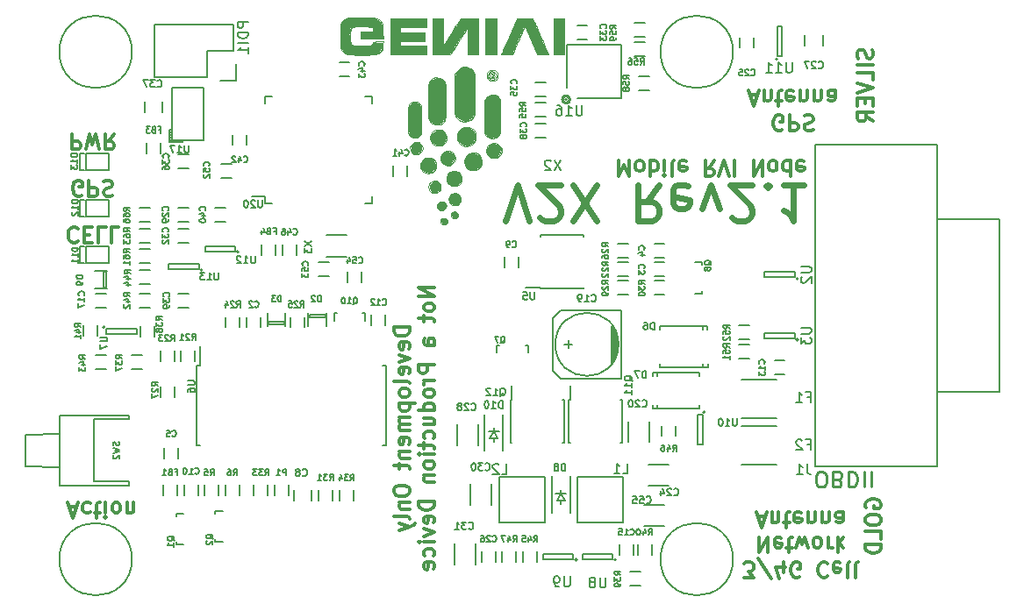
<source format=gbo>
G04 #@! TF.FileFunction,Legend,Bot*
%FSLAX46Y46*%
G04 Gerber Fmt 4.6, Leading zero omitted, Abs format (unit mm)*
G04 Created by KiCad (PCBNEW 4.0.2-stable) date 4/24/2017 9:06:07 AM*
%MOMM*%
G01*
G04 APERTURE LIST*
%ADD10C,0.100000*%
%ADD11C,0.300000*%
%ADD12C,0.250000*%
%ADD13C,0.600000*%
%ADD14C,0.200000*%
%ADD15C,0.150000*%
G04 APERTURE END LIST*
D10*
D11*
X74778571Y-47100001D02*
X73278571Y-47100001D01*
X73278571Y-47457144D01*
X73350000Y-47671429D01*
X73492857Y-47814287D01*
X73635714Y-47885715D01*
X73921429Y-47957144D01*
X74135714Y-47957144D01*
X74421429Y-47885715D01*
X74564286Y-47814287D01*
X74707143Y-47671429D01*
X74778571Y-47457144D01*
X74778571Y-47100001D01*
X74707143Y-49171429D02*
X74778571Y-49028572D01*
X74778571Y-48742858D01*
X74707143Y-48600001D01*
X74564286Y-48528572D01*
X73992857Y-48528572D01*
X73850000Y-48600001D01*
X73778571Y-48742858D01*
X73778571Y-49028572D01*
X73850000Y-49171429D01*
X73992857Y-49242858D01*
X74135714Y-49242858D01*
X74278571Y-48528572D01*
X73778571Y-49742858D02*
X74778571Y-50100001D01*
X73778571Y-50457143D01*
X74707143Y-51600000D02*
X74778571Y-51457143D01*
X74778571Y-51171429D01*
X74707143Y-51028572D01*
X74564286Y-50957143D01*
X73992857Y-50957143D01*
X73850000Y-51028572D01*
X73778571Y-51171429D01*
X73778571Y-51457143D01*
X73850000Y-51600000D01*
X73992857Y-51671429D01*
X74135714Y-51671429D01*
X74278571Y-50957143D01*
X74778571Y-52528572D02*
X74707143Y-52385714D01*
X74564286Y-52314286D01*
X73278571Y-52314286D01*
X74778571Y-53314286D02*
X74707143Y-53171428D01*
X74635714Y-53100000D01*
X74492857Y-53028571D01*
X74064286Y-53028571D01*
X73921429Y-53100000D01*
X73850000Y-53171428D01*
X73778571Y-53314286D01*
X73778571Y-53528571D01*
X73850000Y-53671428D01*
X73921429Y-53742857D01*
X74064286Y-53814286D01*
X74492857Y-53814286D01*
X74635714Y-53742857D01*
X74707143Y-53671428D01*
X74778571Y-53528571D01*
X74778571Y-53314286D01*
X73778571Y-54457143D02*
X75278571Y-54457143D01*
X73850000Y-54457143D02*
X73778571Y-54600000D01*
X73778571Y-54885714D01*
X73850000Y-55028571D01*
X73921429Y-55100000D01*
X74064286Y-55171429D01*
X74492857Y-55171429D01*
X74635714Y-55100000D01*
X74707143Y-55028571D01*
X74778571Y-54885714D01*
X74778571Y-54600000D01*
X74707143Y-54457143D01*
X74778571Y-55814286D02*
X73778571Y-55814286D01*
X73921429Y-55814286D02*
X73850000Y-55885714D01*
X73778571Y-56028572D01*
X73778571Y-56242857D01*
X73850000Y-56385714D01*
X73992857Y-56457143D01*
X74778571Y-56457143D01*
X73992857Y-56457143D02*
X73850000Y-56528572D01*
X73778571Y-56671429D01*
X73778571Y-56885714D01*
X73850000Y-57028572D01*
X73992857Y-57100000D01*
X74778571Y-57100000D01*
X74707143Y-58385714D02*
X74778571Y-58242857D01*
X74778571Y-57957143D01*
X74707143Y-57814286D01*
X74564286Y-57742857D01*
X73992857Y-57742857D01*
X73850000Y-57814286D01*
X73778571Y-57957143D01*
X73778571Y-58242857D01*
X73850000Y-58385714D01*
X73992857Y-58457143D01*
X74135714Y-58457143D01*
X74278571Y-57742857D01*
X73778571Y-59100000D02*
X74778571Y-59100000D01*
X73921429Y-59100000D02*
X73850000Y-59171428D01*
X73778571Y-59314286D01*
X73778571Y-59528571D01*
X73850000Y-59671428D01*
X73992857Y-59742857D01*
X74778571Y-59742857D01*
X73778571Y-60242857D02*
X73778571Y-60814286D01*
X73278571Y-60457143D02*
X74564286Y-60457143D01*
X74707143Y-60528571D01*
X74778571Y-60671429D01*
X74778571Y-60814286D01*
X73278571Y-62742857D02*
X73278571Y-63028571D01*
X73350000Y-63171429D01*
X73492857Y-63314286D01*
X73778571Y-63385714D01*
X74278571Y-63385714D01*
X74564286Y-63314286D01*
X74707143Y-63171429D01*
X74778571Y-63028571D01*
X74778571Y-62742857D01*
X74707143Y-62600000D01*
X74564286Y-62457143D01*
X74278571Y-62385714D01*
X73778571Y-62385714D01*
X73492857Y-62457143D01*
X73350000Y-62600000D01*
X73278571Y-62742857D01*
X73778571Y-64028572D02*
X74778571Y-64028572D01*
X73921429Y-64028572D02*
X73850000Y-64100000D01*
X73778571Y-64242858D01*
X73778571Y-64457143D01*
X73850000Y-64600000D01*
X73992857Y-64671429D01*
X74778571Y-64671429D01*
X74778571Y-65600001D02*
X74707143Y-65457143D01*
X74564286Y-65385715D01*
X73278571Y-65385715D01*
X73778571Y-66028572D02*
X74778571Y-66385715D01*
X73778571Y-66742857D02*
X74778571Y-66385715D01*
X75135714Y-66242857D01*
X75207143Y-66171429D01*
X75278571Y-66028572D01*
X77178571Y-43278572D02*
X75678571Y-43278572D01*
X77178571Y-44135715D01*
X75678571Y-44135715D01*
X77178571Y-45064287D02*
X77107143Y-44921429D01*
X77035714Y-44850001D01*
X76892857Y-44778572D01*
X76464286Y-44778572D01*
X76321429Y-44850001D01*
X76250000Y-44921429D01*
X76178571Y-45064287D01*
X76178571Y-45278572D01*
X76250000Y-45421429D01*
X76321429Y-45492858D01*
X76464286Y-45564287D01*
X76892857Y-45564287D01*
X77035714Y-45492858D01*
X77107143Y-45421429D01*
X77178571Y-45278572D01*
X77178571Y-45064287D01*
X76178571Y-45992858D02*
X76178571Y-46564287D01*
X75678571Y-46207144D02*
X76964286Y-46207144D01*
X77107143Y-46278572D01*
X77178571Y-46421430D01*
X77178571Y-46564287D01*
X77178571Y-48850001D02*
X76392857Y-48850001D01*
X76250000Y-48778572D01*
X76178571Y-48635715D01*
X76178571Y-48350001D01*
X76250000Y-48207144D01*
X77107143Y-48850001D02*
X77178571Y-48707144D01*
X77178571Y-48350001D01*
X77107143Y-48207144D01*
X76964286Y-48135715D01*
X76821429Y-48135715D01*
X76678571Y-48207144D01*
X76607143Y-48350001D01*
X76607143Y-48707144D01*
X76535714Y-48850001D01*
X77178571Y-50707144D02*
X75678571Y-50707144D01*
X75678571Y-51278572D01*
X75750000Y-51421430D01*
X75821429Y-51492858D01*
X75964286Y-51564287D01*
X76178571Y-51564287D01*
X76321429Y-51492858D01*
X76392857Y-51421430D01*
X76464286Y-51278572D01*
X76464286Y-50707144D01*
X77178571Y-52207144D02*
X76178571Y-52207144D01*
X76464286Y-52207144D02*
X76321429Y-52278572D01*
X76250000Y-52350001D01*
X76178571Y-52492858D01*
X76178571Y-52635715D01*
X77178571Y-53350001D02*
X77107143Y-53207143D01*
X77035714Y-53135715D01*
X76892857Y-53064286D01*
X76464286Y-53064286D01*
X76321429Y-53135715D01*
X76250000Y-53207143D01*
X76178571Y-53350001D01*
X76178571Y-53564286D01*
X76250000Y-53707143D01*
X76321429Y-53778572D01*
X76464286Y-53850001D01*
X76892857Y-53850001D01*
X77035714Y-53778572D01*
X77107143Y-53707143D01*
X77178571Y-53564286D01*
X77178571Y-53350001D01*
X77178571Y-55135715D02*
X75678571Y-55135715D01*
X77107143Y-55135715D02*
X77178571Y-54992858D01*
X77178571Y-54707144D01*
X77107143Y-54564286D01*
X77035714Y-54492858D01*
X76892857Y-54421429D01*
X76464286Y-54421429D01*
X76321429Y-54492858D01*
X76250000Y-54564286D01*
X76178571Y-54707144D01*
X76178571Y-54992858D01*
X76250000Y-55135715D01*
X76178571Y-56492858D02*
X77178571Y-56492858D01*
X76178571Y-55850001D02*
X76964286Y-55850001D01*
X77107143Y-55921429D01*
X77178571Y-56064287D01*
X77178571Y-56278572D01*
X77107143Y-56421429D01*
X77035714Y-56492858D01*
X77107143Y-57850001D02*
X77178571Y-57707144D01*
X77178571Y-57421430D01*
X77107143Y-57278572D01*
X77035714Y-57207144D01*
X76892857Y-57135715D01*
X76464286Y-57135715D01*
X76321429Y-57207144D01*
X76250000Y-57278572D01*
X76178571Y-57421430D01*
X76178571Y-57707144D01*
X76250000Y-57850001D01*
X76178571Y-58278572D02*
X76178571Y-58850001D01*
X75678571Y-58492858D02*
X76964286Y-58492858D01*
X77107143Y-58564286D01*
X77178571Y-58707144D01*
X77178571Y-58850001D01*
X77178571Y-59350001D02*
X76178571Y-59350001D01*
X75678571Y-59350001D02*
X75750000Y-59278572D01*
X75821429Y-59350001D01*
X75750000Y-59421429D01*
X75678571Y-59350001D01*
X75821429Y-59350001D01*
X77178571Y-60278573D02*
X77107143Y-60135715D01*
X77035714Y-60064287D01*
X76892857Y-59992858D01*
X76464286Y-59992858D01*
X76321429Y-60064287D01*
X76250000Y-60135715D01*
X76178571Y-60278573D01*
X76178571Y-60492858D01*
X76250000Y-60635715D01*
X76321429Y-60707144D01*
X76464286Y-60778573D01*
X76892857Y-60778573D01*
X77035714Y-60707144D01*
X77107143Y-60635715D01*
X77178571Y-60492858D01*
X77178571Y-60278573D01*
X76178571Y-61421430D02*
X77178571Y-61421430D01*
X76321429Y-61421430D02*
X76250000Y-61492858D01*
X76178571Y-61635716D01*
X76178571Y-61850001D01*
X76250000Y-61992858D01*
X76392857Y-62064287D01*
X77178571Y-62064287D01*
X77178571Y-63921430D02*
X75678571Y-63921430D01*
X75678571Y-64278573D01*
X75750000Y-64492858D01*
X75892857Y-64635716D01*
X76035714Y-64707144D01*
X76321429Y-64778573D01*
X76535714Y-64778573D01*
X76821429Y-64707144D01*
X76964286Y-64635716D01*
X77107143Y-64492858D01*
X77178571Y-64278573D01*
X77178571Y-63921430D01*
X77107143Y-65992858D02*
X77178571Y-65850001D01*
X77178571Y-65564287D01*
X77107143Y-65421430D01*
X76964286Y-65350001D01*
X76392857Y-65350001D01*
X76250000Y-65421430D01*
X76178571Y-65564287D01*
X76178571Y-65850001D01*
X76250000Y-65992858D01*
X76392857Y-66064287D01*
X76535714Y-66064287D01*
X76678571Y-65350001D01*
X76178571Y-66564287D02*
X77178571Y-66921430D01*
X76178571Y-67278572D01*
X77178571Y-67850001D02*
X76178571Y-67850001D01*
X75678571Y-67850001D02*
X75750000Y-67778572D01*
X75821429Y-67850001D01*
X75750000Y-67921429D01*
X75678571Y-67850001D01*
X75821429Y-67850001D01*
X77107143Y-69207144D02*
X77178571Y-69064287D01*
X77178571Y-68778573D01*
X77107143Y-68635715D01*
X77035714Y-68564287D01*
X76892857Y-68492858D01*
X76464286Y-68492858D01*
X76321429Y-68564287D01*
X76250000Y-68635715D01*
X76178571Y-68778573D01*
X76178571Y-69064287D01*
X76250000Y-69207144D01*
X77107143Y-70421429D02*
X77178571Y-70278572D01*
X77178571Y-69992858D01*
X77107143Y-69850001D01*
X76964286Y-69778572D01*
X76392857Y-69778572D01*
X76250000Y-69850001D01*
X76178571Y-69992858D01*
X76178571Y-70278572D01*
X76250000Y-70421429D01*
X76392857Y-70492858D01*
X76535714Y-70492858D01*
X76678571Y-69778572D01*
X107050001Y-71271429D02*
X107978572Y-71271429D01*
X107478572Y-70700000D01*
X107692858Y-70700000D01*
X107835715Y-70628571D01*
X107907144Y-70557143D01*
X107978572Y-70414286D01*
X107978572Y-70057143D01*
X107907144Y-69914286D01*
X107835715Y-69842857D01*
X107692858Y-69771429D01*
X107264286Y-69771429D01*
X107121429Y-69842857D01*
X107050001Y-69914286D01*
X109692857Y-71342857D02*
X108407143Y-69414286D01*
X110835715Y-70771429D02*
X110835715Y-69771429D01*
X110478572Y-71342857D02*
X110121429Y-70271429D01*
X111050001Y-70271429D01*
X112407143Y-71200000D02*
X112264286Y-71271429D01*
X112050000Y-71271429D01*
X111835715Y-71200000D01*
X111692857Y-71057143D01*
X111621429Y-70914286D01*
X111550000Y-70628571D01*
X111550000Y-70414286D01*
X111621429Y-70128571D01*
X111692857Y-69985714D01*
X111835715Y-69842857D01*
X112050000Y-69771429D01*
X112192857Y-69771429D01*
X112407143Y-69842857D01*
X112478572Y-69914286D01*
X112478572Y-70414286D01*
X112192857Y-70414286D01*
X115121429Y-69914286D02*
X115050000Y-69842857D01*
X114835714Y-69771429D01*
X114692857Y-69771429D01*
X114478572Y-69842857D01*
X114335714Y-69985714D01*
X114264286Y-70128571D01*
X114192857Y-70414286D01*
X114192857Y-70628571D01*
X114264286Y-70914286D01*
X114335714Y-71057143D01*
X114478572Y-71200000D01*
X114692857Y-71271429D01*
X114835714Y-71271429D01*
X115050000Y-71200000D01*
X115121429Y-71128571D01*
X116335714Y-69842857D02*
X116192857Y-69771429D01*
X115907143Y-69771429D01*
X115764286Y-69842857D01*
X115692857Y-69985714D01*
X115692857Y-70557143D01*
X115764286Y-70700000D01*
X115907143Y-70771429D01*
X116192857Y-70771429D01*
X116335714Y-70700000D01*
X116407143Y-70557143D01*
X116407143Y-70414286D01*
X115692857Y-70271429D01*
X117264286Y-69771429D02*
X117121428Y-69842857D01*
X117050000Y-69985714D01*
X117050000Y-71271429D01*
X118050000Y-69771429D02*
X117907142Y-69842857D01*
X117835714Y-69985714D01*
X117835714Y-71271429D01*
X108514286Y-67371429D02*
X108514286Y-68871429D01*
X109371429Y-67371429D01*
X109371429Y-68871429D01*
X110657143Y-67442857D02*
X110514286Y-67371429D01*
X110228572Y-67371429D01*
X110085715Y-67442857D01*
X110014286Y-67585714D01*
X110014286Y-68157143D01*
X110085715Y-68300000D01*
X110228572Y-68371429D01*
X110514286Y-68371429D01*
X110657143Y-68300000D01*
X110728572Y-68157143D01*
X110728572Y-68014286D01*
X110014286Y-67871429D01*
X111157143Y-68371429D02*
X111728572Y-68371429D01*
X111371429Y-68871429D02*
X111371429Y-67585714D01*
X111442857Y-67442857D01*
X111585715Y-67371429D01*
X111728572Y-67371429D01*
X112085715Y-68371429D02*
X112371429Y-67371429D01*
X112657143Y-68085714D01*
X112942858Y-67371429D01*
X113228572Y-68371429D01*
X114014287Y-67371429D02*
X113871429Y-67442857D01*
X113800001Y-67514286D01*
X113728572Y-67657143D01*
X113728572Y-68085714D01*
X113800001Y-68228571D01*
X113871429Y-68300000D01*
X114014287Y-68371429D01*
X114228572Y-68371429D01*
X114371429Y-68300000D01*
X114442858Y-68228571D01*
X114514287Y-68085714D01*
X114514287Y-67657143D01*
X114442858Y-67514286D01*
X114371429Y-67442857D01*
X114228572Y-67371429D01*
X114014287Y-67371429D01*
X115157144Y-67371429D02*
X115157144Y-68371429D01*
X115157144Y-68085714D02*
X115228572Y-68228571D01*
X115300001Y-68300000D01*
X115442858Y-68371429D01*
X115585715Y-68371429D01*
X116085715Y-67371429D02*
X116085715Y-68871429D01*
X116228572Y-67942857D02*
X116657143Y-67371429D01*
X116657143Y-68371429D02*
X116085715Y-67800000D01*
X108407143Y-65400000D02*
X109121429Y-65400000D01*
X108264286Y-64971429D02*
X108764286Y-66471429D01*
X109264286Y-64971429D01*
X109764286Y-65971429D02*
X109764286Y-64971429D01*
X109764286Y-65828571D02*
X109835714Y-65900000D01*
X109978572Y-65971429D01*
X110192857Y-65971429D01*
X110335714Y-65900000D01*
X110407143Y-65757143D01*
X110407143Y-64971429D01*
X110907143Y-65971429D02*
X111478572Y-65971429D01*
X111121429Y-66471429D02*
X111121429Y-65185714D01*
X111192857Y-65042857D01*
X111335715Y-64971429D01*
X111478572Y-64971429D01*
X112550000Y-65042857D02*
X112407143Y-64971429D01*
X112121429Y-64971429D01*
X111978572Y-65042857D01*
X111907143Y-65185714D01*
X111907143Y-65757143D01*
X111978572Y-65900000D01*
X112121429Y-65971429D01*
X112407143Y-65971429D01*
X112550000Y-65900000D01*
X112621429Y-65757143D01*
X112621429Y-65614286D01*
X111907143Y-65471429D01*
X113264286Y-65971429D02*
X113264286Y-64971429D01*
X113264286Y-65828571D02*
X113335714Y-65900000D01*
X113478572Y-65971429D01*
X113692857Y-65971429D01*
X113835714Y-65900000D01*
X113907143Y-65757143D01*
X113907143Y-64971429D01*
X114621429Y-65971429D02*
X114621429Y-64971429D01*
X114621429Y-65828571D02*
X114692857Y-65900000D01*
X114835715Y-65971429D01*
X115050000Y-65971429D01*
X115192857Y-65900000D01*
X115264286Y-65757143D01*
X115264286Y-64971429D01*
X116621429Y-64971429D02*
X116621429Y-65757143D01*
X116550000Y-65900000D01*
X116407143Y-65971429D01*
X116121429Y-65971429D01*
X115978572Y-65900000D01*
X116621429Y-65042857D02*
X116478572Y-64971429D01*
X116121429Y-64971429D01*
X115978572Y-65042857D01*
X115907143Y-65185714D01*
X115907143Y-65328571D01*
X115978572Y-65471429D01*
X116121429Y-65542857D01*
X116478572Y-65542857D01*
X116621429Y-65614286D01*
X118850000Y-64550000D02*
X118778571Y-64407143D01*
X118778571Y-64192857D01*
X118850000Y-63978572D01*
X118992857Y-63835714D01*
X119135714Y-63764286D01*
X119421429Y-63692857D01*
X119635714Y-63692857D01*
X119921429Y-63764286D01*
X120064286Y-63835714D01*
X120207143Y-63978572D01*
X120278571Y-64192857D01*
X120278571Y-64335714D01*
X120207143Y-64550000D01*
X120135714Y-64621429D01*
X119635714Y-64621429D01*
X119635714Y-64335714D01*
X118778571Y-65550000D02*
X118778571Y-65835714D01*
X118850000Y-65978572D01*
X118992857Y-66121429D01*
X119278571Y-66192857D01*
X119778571Y-66192857D01*
X120064286Y-66121429D01*
X120207143Y-65978572D01*
X120278571Y-65835714D01*
X120278571Y-65550000D01*
X120207143Y-65407143D01*
X120064286Y-65264286D01*
X119778571Y-65192857D01*
X119278571Y-65192857D01*
X118992857Y-65264286D01*
X118850000Y-65407143D01*
X118778571Y-65550000D01*
X120278571Y-67550001D02*
X120278571Y-66835715D01*
X118778571Y-66835715D01*
X120278571Y-68050001D02*
X118778571Y-68050001D01*
X118778571Y-68407144D01*
X118850000Y-68621429D01*
X118992857Y-68764287D01*
X119135714Y-68835715D01*
X119421429Y-68907144D01*
X119635714Y-68907144D01*
X119921429Y-68835715D01*
X120064286Y-68764287D01*
X120207143Y-68621429D01*
X120278571Y-68407144D01*
X120278571Y-68050001D01*
X119457143Y-20285714D02*
X119528571Y-20500000D01*
X119528571Y-20857143D01*
X119457143Y-21000000D01*
X119385714Y-21071429D01*
X119242857Y-21142857D01*
X119100000Y-21142857D01*
X118957143Y-21071429D01*
X118885714Y-21000000D01*
X118814286Y-20857143D01*
X118742857Y-20571429D01*
X118671429Y-20428571D01*
X118600000Y-20357143D01*
X118457143Y-20285714D01*
X118314286Y-20285714D01*
X118171429Y-20357143D01*
X118100000Y-20428571D01*
X118028571Y-20571429D01*
X118028571Y-20928571D01*
X118100000Y-21142857D01*
X119528571Y-21785714D02*
X118028571Y-21785714D01*
X119528571Y-23214286D02*
X119528571Y-22500000D01*
X118028571Y-22500000D01*
X118028571Y-23500000D02*
X119528571Y-24000000D01*
X118028571Y-24500000D01*
X118742857Y-25000000D02*
X118742857Y-25500000D01*
X119528571Y-25714286D02*
X119528571Y-25000000D01*
X118028571Y-25000000D01*
X118028571Y-25714286D01*
X119528571Y-27214286D02*
X118814286Y-26714286D01*
X119528571Y-26357143D02*
X118028571Y-26357143D01*
X118028571Y-26928571D01*
X118100000Y-27071429D01*
X118171429Y-27142857D01*
X118314286Y-27214286D01*
X118528571Y-27214286D01*
X118671429Y-27142857D01*
X118742857Y-27071429D01*
X118814286Y-26928571D01*
X118814286Y-26357143D01*
D10*
X83147167Y-22386850D02*
X83026536Y-22299479D01*
X82880012Y-22252241D02*
X82709902Y-22244890D01*
X78278762Y-37157641D02*
X78392376Y-37062872D01*
X78392376Y-37062872D02*
X78454285Y-36928411D01*
X78454285Y-36928411D02*
X78451847Y-36782589D01*
X78451847Y-36782589D02*
X78385529Y-36655759D01*
X78385529Y-36655759D02*
X78322662Y-36595005D01*
X78322662Y-36595005D02*
X78261150Y-36558132D01*
X78261150Y-36558132D02*
X78188357Y-36538915D01*
X78188357Y-36538915D02*
X78089627Y-36532857D01*
X78089627Y-36532857D02*
X78008005Y-36534996D01*
X78008005Y-36534996D02*
X77966897Y-36543845D01*
X77966897Y-36543845D02*
X77932138Y-36564909D01*
X77932138Y-36564909D02*
X77878325Y-36615213D01*
X77878325Y-36615213D02*
X77792761Y-36730465D01*
X77792761Y-36730465D02*
X77759837Y-36850105D01*
X77759837Y-36850105D02*
X77782161Y-36969759D01*
X77782161Y-36969759D02*
X77857053Y-37085126D01*
X77857053Y-37085126D02*
X77948032Y-37158536D01*
X77948032Y-37158536D02*
X78052906Y-37196509D01*
X78052906Y-37196509D02*
X78165478Y-37195980D01*
X78165478Y-37195980D02*
X78278762Y-37157641D01*
X80319235Y-27218641D02*
X80422890Y-27197408D01*
X80196877Y-27233964D02*
X80319235Y-27218641D01*
X80081754Y-27241540D02*
X80196877Y-27233964D01*
X80007946Y-27236743D02*
X80081754Y-27241540D01*
X79820235Y-27197762D02*
X80007946Y-27236743D01*
X79683258Y-27150968D02*
X79820235Y-27197762D01*
X79569229Y-27086311D02*
X79683258Y-27150968D01*
X79455221Y-26992830D02*
X79569229Y-27086311D01*
X79370895Y-26904333D02*
X79455221Y-26992830D01*
X79300506Y-26811579D02*
X79370895Y-26904333D01*
X79241853Y-26711199D02*
X79300506Y-26811579D01*
X79192665Y-26599870D02*
X79241853Y-26711199D01*
X79149205Y-26485630D02*
X79192665Y-26599870D01*
X79143275Y-24661803D02*
X79149205Y-26485630D01*
X79141605Y-23796161D02*
X79143275Y-24661803D01*
X79143794Y-23230915D02*
X79141605Y-23796161D01*
X79148474Y-22829802D02*
X79143794Y-23230915D01*
X79159462Y-22722983D02*
X79148474Y-22829802D01*
X79229025Y-22510933D02*
X79159462Y-22722983D01*
X79351926Y-22313071D02*
X79229025Y-22510933D01*
X79517182Y-22145486D02*
X79351926Y-22313071D01*
X79711634Y-22022724D02*
X79517182Y-22145486D01*
X79806192Y-21980853D02*
X79711634Y-22022724D01*
X79872283Y-21960295D02*
X79806192Y-21980853D01*
X79946278Y-21949920D02*
X79872283Y-21960295D01*
X80075495Y-21943648D02*
X79946278Y-21949920D01*
X80193697Y-21941708D02*
X80075495Y-21943648D01*
X80271722Y-21945752D02*
X80193697Y-21941708D01*
X80337779Y-21957186D02*
X80271722Y-21945752D01*
X80412504Y-21978838D02*
X80337779Y-21957186D01*
X80626563Y-22076767D02*
X80412504Y-21978838D01*
X80803924Y-22212679D02*
X80626563Y-22076767D01*
X80942902Y-22386562D02*
X80803924Y-22212679D01*
X81043509Y-22596730D02*
X80942902Y-22386562D01*
X81087917Y-22722178D02*
X81043509Y-22596730D01*
X81087917Y-24594254D02*
X81087917Y-22722178D01*
X81087917Y-26466330D02*
X81087917Y-24594254D01*
X81042865Y-26593954D02*
X81087917Y-26466330D01*
X80940480Y-26807087D02*
X81042865Y-26593954D01*
X80797734Y-26984476D02*
X80940480Y-26807087D01*
X80622106Y-27116802D02*
X80797734Y-26984476D01*
X80422890Y-27197408D02*
X80622106Y-27116802D01*
X77459712Y-27552912D02*
X77597668Y-27537364D01*
X77330563Y-27546535D02*
X77459712Y-27552912D01*
X77201686Y-27516980D02*
X77330563Y-27546535D01*
X77064443Y-27462964D02*
X77201686Y-27516980D01*
X76962464Y-27406787D02*
X77064443Y-27462964D01*
X76872235Y-27339334D02*
X76962464Y-27406787D01*
X76792156Y-27259053D02*
X76872235Y-27339334D01*
X76720479Y-27164571D02*
X76792156Y-27259053D01*
X76642266Y-26998329D02*
X76720479Y-27164571D01*
X76606277Y-26801097D02*
X76642266Y-26998329D01*
X76593730Y-26445412D02*
X76606277Y-26801097D01*
X76591890Y-25260095D02*
X76593730Y-26445412D01*
X76593669Y-24088473D02*
X76591890Y-25260095D01*
X76605491Y-23727097D02*
X76593669Y-24088473D01*
X76638540Y-23527939D02*
X76605491Y-23727097D01*
X76710185Y-23365794D02*
X76638540Y-23527939D01*
X76774175Y-23279927D02*
X76710185Y-23365794D01*
X76859270Y-23191286D02*
X76774175Y-23279927D01*
X76950547Y-23113478D02*
X76859270Y-23191286D01*
X77033071Y-23061308D02*
X76950547Y-23113478D01*
X77326225Y-22972123D02*
X77033071Y-23061308D01*
X77634605Y-22988648D02*
X77326225Y-22972123D01*
X77913085Y-23107250D02*
X77634605Y-22988648D01*
X78120672Y-23311364D02*
X77913085Y-23107250D01*
X78208188Y-23482329D02*
X78120672Y-23311364D01*
X78247587Y-23663658D02*
X78208188Y-23482329D01*
X78261058Y-23983209D02*
X78247587Y-23663658D01*
X78267302Y-25192546D02*
X78261058Y-23983209D01*
X78269918Y-26340776D02*
X78267302Y-25192546D01*
X78260386Y-26727523D02*
X78269918Y-26340776D01*
X78232208Y-26944717D02*
X78260386Y-26727523D01*
X78170886Y-27119640D02*
X78232208Y-26944717D01*
X78072755Y-27264789D02*
X78170886Y-27119640D01*
X77936021Y-27389374D02*
X78072755Y-27264789D01*
X77773103Y-27483155D02*
X77936021Y-27389374D01*
X77597668Y-27537364D02*
X77773103Y-27483155D01*
X75323075Y-28807459D02*
X75520935Y-28769742D01*
X75131117Y-28790671D02*
X75323075Y-28807459D01*
X74957212Y-28720096D02*
X75131117Y-28790671D01*
X74811937Y-28600741D02*
X74957212Y-28720096D01*
X74715076Y-28453682D02*
X74811937Y-28600741D01*
X74670060Y-28289383D02*
X74715076Y-28453682D01*
X74654561Y-28000245D02*
X74670060Y-28289383D01*
X74652265Y-27045322D02*
X74654561Y-28000245D01*
X74652265Y-25790839D02*
X74652265Y-27045322D01*
X74697510Y-25699814D02*
X74652265Y-25790839D01*
X74757263Y-25600088D02*
X74697510Y-25699814D01*
X74832031Y-25510630D02*
X74757263Y-25600088D01*
X74918471Y-25435175D02*
X74832031Y-25510630D01*
X75012954Y-25377120D02*
X74918471Y-25435175D01*
X75083276Y-25345203D02*
X75012954Y-25377120D01*
X75138078Y-25328255D02*
X75083276Y-25345203D01*
X75198339Y-25320307D02*
X75138078Y-25328255D01*
X75288801Y-25317995D02*
X75198339Y-25320307D01*
X75358551Y-25320129D02*
X75288801Y-25317995D01*
X75427635Y-25326523D02*
X75358551Y-25320129D01*
X75489531Y-25336282D02*
X75427635Y-25326523D01*
X75536504Y-25348720D02*
X75489531Y-25336282D01*
X75628741Y-25394047D02*
X75536504Y-25348720D01*
X75722422Y-25467933D02*
X75628741Y-25394047D01*
X75806170Y-25559644D02*
X75722422Y-25467933D01*
X75868845Y-25658641D02*
X75806170Y-25559644D01*
X75926049Y-25771539D02*
X75868845Y-25658641D01*
X75926049Y-27064622D02*
X75926049Y-25771539D01*
X75926049Y-28357705D02*
X75926049Y-27064622D01*
X75868882Y-28470641D02*
X75926049Y-28357705D01*
X75804797Y-28573018D02*
X75868882Y-28470641D01*
X75726072Y-28656620D02*
X75804797Y-28573018D01*
X75631642Y-28721864D02*
X75726072Y-28656620D01*
X75520935Y-28769742D02*
X75631642Y-28721864D01*
X82788955Y-28865628D02*
X82941194Y-28849908D01*
X82644156Y-28853970D02*
X82788955Y-28865628D01*
X82500169Y-28813468D02*
X82644156Y-28853970D01*
X82350261Y-28742961D02*
X82500169Y-28813468D01*
X82257750Y-28681675D02*
X82350261Y-28742961D01*
X82182539Y-28611084D02*
X82257750Y-28681675D01*
X82118183Y-28523937D02*
X82182539Y-28611084D01*
X82058235Y-28412437D02*
X82118183Y-28523937D01*
X82005470Y-28299806D02*
X82058235Y-28412437D01*
X82005470Y-26736526D02*
X82005470Y-28299806D01*
X82005470Y-25173247D02*
X82005470Y-26736526D01*
X82059524Y-25057448D02*
X82005470Y-25173247D01*
X82295757Y-24767011D02*
X82059524Y-25057448D01*
X82645127Y-24616602D02*
X82295757Y-24767011D01*
X83025550Y-24640752D02*
X82645127Y-24616602D01*
X83347817Y-24834678D02*
X83025550Y-24640752D01*
X83389082Y-24880206D02*
X83347817Y-24834678D01*
X83432178Y-24936317D02*
X83389082Y-24880206D01*
X83470680Y-24993793D02*
X83432178Y-24936317D01*
X83497569Y-25043247D02*
X83470680Y-24993793D01*
X83549450Y-25153947D02*
X83497569Y-25043247D01*
X83549450Y-26736932D02*
X83549450Y-25153947D01*
X83549450Y-28319917D02*
X83549450Y-26736932D01*
X83487802Y-28444960D02*
X83549450Y-28319917D01*
X83458830Y-28498015D02*
X83487802Y-28444960D01*
X83422688Y-28554054D02*
X83458830Y-28498015D01*
X83385243Y-28604808D02*
X83422688Y-28554054D01*
X83352704Y-28640752D02*
X83385243Y-28604808D01*
X83270516Y-28706333D02*
X83352704Y-28640752D01*
X83161792Y-28769348D02*
X83270516Y-28706333D01*
X83045803Y-28820507D02*
X83161792Y-28769348D01*
X82941194Y-28849908D02*
X83045803Y-28820507D01*
X77866191Y-29545983D02*
X77942872Y-29513182D01*
X77804536Y-29563753D02*
X77866191Y-29545983D01*
X77732500Y-29573103D02*
X77804536Y-29563753D01*
X77614777Y-29578388D02*
X77732500Y-29573103D01*
X77492713Y-29579795D02*
X77614777Y-29578388D01*
X77421246Y-29574287D02*
X77492713Y-29579795D01*
X77357460Y-29558986D02*
X77421246Y-29574287D01*
X77268733Y-29526408D02*
X77357460Y-29558986D01*
X77010317Y-29351638D02*
X77268733Y-29526408D01*
X76843021Y-29083759D02*
X77010317Y-29351638D01*
X76794524Y-28766697D02*
X76843021Y-29083759D01*
X76873211Y-28452855D02*
X76794524Y-28766697D01*
X77047233Y-28216947D02*
X76873211Y-28452855D01*
X77299414Y-28060841D02*
X77047233Y-28216947D01*
X77595414Y-28005996D02*
X77299414Y-28060841D01*
X77894647Y-28060170D02*
X77595414Y-28005996D01*
X78004903Y-28118446D02*
X77894647Y-28060170D01*
X78120789Y-28213967D02*
X78004903Y-28118446D01*
X78224098Y-28328590D02*
X78120789Y-28213967D01*
X78296654Y-28445226D02*
X78224098Y-28328590D01*
X78377996Y-28749500D02*
X78296654Y-28445226D01*
X78338896Y-29060270D02*
X78377996Y-28749500D01*
X78185874Y-29328803D02*
X78338896Y-29060270D01*
X77942872Y-29513182D02*
X78185874Y-29328803D01*
X80257122Y-29593355D02*
X80610157Y-29533685D01*
X79929570Y-29534706D02*
X80257122Y-29593355D01*
X79655121Y-29360900D02*
X79929570Y-29534706D01*
X79454752Y-29088527D02*
X79655121Y-29360900D01*
X79380704Y-28938700D02*
X79454752Y-29088527D01*
X79380704Y-28685801D02*
X79380704Y-28938700D01*
X79380704Y-28432902D02*
X79380704Y-28685801D01*
X79454264Y-28284063D02*
X79380704Y-28432902D01*
X79567008Y-28107084D02*
X79454264Y-28284063D01*
X79711751Y-27965171D02*
X79567008Y-28107084D01*
X79886959Y-27860950D02*
X79711751Y-27965171D01*
X80089682Y-27795310D02*
X79886959Y-27860950D01*
X80396500Y-27784100D02*
X80089682Y-27795310D01*
X80697138Y-27875921D02*
X80396500Y-27784100D01*
X80950016Y-28056481D02*
X80697138Y-27875921D01*
X81119004Y-28301666D02*
X80950016Y-28056481D01*
X81201338Y-28671909D02*
X81119004Y-28301666D01*
X81131564Y-29041539D02*
X81201338Y-28671909D01*
X80922393Y-29346312D02*
X81131564Y-29041539D01*
X80610157Y-29533685D02*
X80922393Y-29346312D01*
X75523461Y-30390165D02*
X75666366Y-30356677D01*
X75366672Y-30388264D02*
X75523461Y-30390165D01*
X75214022Y-30352383D02*
X75366672Y-30388264D01*
X75083350Y-30285491D02*
X75214022Y-30352383D01*
X74946639Y-30142698D02*
X75083350Y-30285491D01*
X74861912Y-29945026D02*
X74946639Y-30142698D01*
X74842265Y-29729473D02*
X74861912Y-29945026D01*
X74893808Y-29534990D02*
X74842265Y-29729473D01*
X74947497Y-29448279D02*
X74893808Y-29534990D01*
X75026312Y-29358412D02*
X74947497Y-29448279D01*
X75114503Y-29280588D02*
X75026312Y-29358412D01*
X75196630Y-29231125D02*
X75114503Y-29280588D01*
X75308521Y-29197498D02*
X75196630Y-29231125D01*
X75445431Y-29187107D02*
X75308521Y-29197498D01*
X75583724Y-29199516D02*
X75445431Y-29187107D01*
X75700004Y-29234721D02*
X75583724Y-29199516D01*
X75782208Y-29282544D02*
X75700004Y-29234721D01*
X75864804Y-29353757D02*
X75782208Y-29282544D01*
X75940026Y-29440481D02*
X75864804Y-29353757D01*
X76000265Y-29534990D02*
X75940026Y-29440481D01*
X76021059Y-29582443D02*
X76000265Y-29534990D01*
X76033465Y-29631189D02*
X76021059Y-29582443D01*
X76039807Y-29693171D02*
X76033465Y-29631189D01*
X76041709Y-29785887D02*
X76039807Y-29693171D01*
X76039720Y-29885391D02*
X76041709Y-29785887D01*
X76032430Y-29948714D02*
X76039720Y-29885391D01*
X76016756Y-30003460D02*
X76032430Y-29948714D01*
X75987459Y-30070343D02*
X76016756Y-30003460D01*
X75930799Y-30161608D02*
X75987459Y-30070343D01*
X75856344Y-30241749D02*
X75930799Y-30161608D01*
X75767043Y-30307648D02*
X75856344Y-30241749D01*
X75666366Y-30356677D02*
X75767043Y-30307648D01*
X83194623Y-30742375D02*
X83270127Y-30708580D01*
X83135257Y-30760588D02*
X83194623Y-30742375D01*
X83067858Y-30770023D02*
X83135257Y-30760588D01*
X82961331Y-30774950D02*
X83067858Y-30770023D01*
X82781802Y-30766267D02*
X82961331Y-30774950D01*
X82638268Y-30729098D02*
X82781802Y-30766267D01*
X82512655Y-30657243D02*
X82638268Y-30729098D01*
X82388011Y-30543207D02*
X82512655Y-30657243D01*
X82268082Y-30370201D02*
X82388011Y-30543207D01*
X82202838Y-30174621D02*
X82268082Y-30370201D01*
X82196048Y-29964783D02*
X82202838Y-30174621D01*
X82247325Y-29750091D02*
X82196048Y-29964783D01*
X82301299Y-29645831D02*
X82247325Y-29750091D01*
X82382911Y-29546824D02*
X82301299Y-29645831D01*
X82486929Y-29458720D02*
X82382911Y-29546824D01*
X82607609Y-29386908D02*
X82486929Y-29458720D01*
X82689893Y-29349742D02*
X82607609Y-29386908D01*
X82748735Y-29332143D02*
X82689893Y-29349742D01*
X82816794Y-29324597D02*
X82748735Y-29332143D01*
X82941102Y-29322693D02*
X82816794Y-29324597D01*
X83059753Y-29324485D02*
X82941102Y-29322693D01*
X83128386Y-29331305D02*
X83059753Y-29324485D01*
X83184286Y-29346383D02*
X83128386Y-29331305D01*
X83251023Y-29375226D02*
X83184286Y-29346383D01*
X83403606Y-29471633D02*
X83251023Y-29375226D01*
X83521941Y-29593070D02*
X83403606Y-29471633D01*
X83606117Y-29741193D02*
X83521941Y-29593070D01*
X83657639Y-29916557D02*
X83606117Y-29741193D01*
X83669781Y-30037881D02*
X83657639Y-29916557D01*
X83661127Y-30155708D02*
X83669781Y-30037881D01*
X83630729Y-30274521D02*
X83661127Y-30155708D01*
X83577872Y-30398863D02*
X83630729Y-30274521D01*
X83516283Y-30504929D02*
X83577872Y-30398863D01*
X83451050Y-30584981D02*
X83516283Y-30504929D01*
X83372426Y-30649622D02*
X83451050Y-30584981D01*
X83270127Y-30708580D02*
X83372426Y-30649622D01*
X78650518Y-31452952D02*
X78767276Y-31417235D01*
X78510309Y-31469323D02*
X78650518Y-31452952D01*
X78371184Y-31465603D02*
X78510309Y-31469323D01*
X78258085Y-31440161D02*
X78371184Y-31465603D01*
X77957008Y-31234409D02*
X78258085Y-31440161D01*
X77793643Y-30907023D02*
X77957008Y-31234409D01*
X77811158Y-30546990D02*
X77793643Y-30907023D01*
X78004818Y-30250778D02*
X77811158Y-30546990D01*
X78122501Y-30158098D02*
X78004818Y-30250778D01*
X78219188Y-30107405D02*
X78122501Y-30158098D01*
X78327331Y-30082833D02*
X78219188Y-30107405D01*
X78483265Y-30075383D02*
X78327331Y-30082833D01*
X78642414Y-30082974D02*
X78483265Y-30075383D01*
X78753134Y-30107976D02*
X78642414Y-30082974D01*
X78849954Y-30158868D02*
X78753134Y-30107976D01*
X78962520Y-30249706D02*
X78849954Y-30158868D01*
X79061765Y-30354895D02*
X78962520Y-30249706D01*
X79123448Y-30456367D02*
X79061765Y-30354895D01*
X79158257Y-30575062D02*
X79123448Y-30456367D01*
X79174279Y-30734835D02*
X79158257Y-30575062D01*
X79177327Y-30851624D02*
X79174279Y-30734835D01*
X79173242Y-30917241D02*
X79177327Y-30851624D01*
X79160155Y-30971469D02*
X79173242Y-30917241D01*
X79132730Y-31039409D02*
X79160155Y-30971469D01*
X79067858Y-31149651D02*
X79132730Y-31039409D01*
X78972606Y-31262373D02*
X79067858Y-31149651D01*
X78866074Y-31358512D02*
X78972606Y-31262373D01*
X78767276Y-31417235D02*
X78866074Y-31358512D01*
X81200879Y-31910117D02*
X81307744Y-31859875D01*
X81133778Y-31933258D02*
X81200879Y-31910117D01*
X81063402Y-31944582D02*
X81133778Y-31933258D01*
X80943984Y-31950986D02*
X81063402Y-31944582D01*
X80796483Y-31948179D02*
X80943984Y-31950986D01*
X80667963Y-31929005D02*
X80796483Y-31948179D01*
X80558499Y-31893686D02*
X80667963Y-31929005D01*
X80468337Y-31842290D02*
X80558499Y-31893686D01*
X80446539Y-31827135D02*
X80468337Y-31842290D01*
X80425314Y-31814337D02*
X80446539Y-31827135D01*
X80406978Y-31804935D02*
X80425314Y-31814337D01*
X80397049Y-31802711D02*
X80406978Y-31804935D01*
X80386537Y-31799306D02*
X80397049Y-31802711D01*
X80361344Y-31780228D02*
X80386537Y-31799306D01*
X80331933Y-31755493D02*
X80361344Y-31780228D01*
X80300429Y-31726174D02*
X80331933Y-31755493D01*
X80105513Y-31441026D02*
X80300429Y-31726174D01*
X80036121Y-31100747D02*
X80105513Y-31441026D01*
X80103065Y-30758897D02*
X80036121Y-31100747D01*
X80296016Y-30469366D02*
X80103065Y-30758897D01*
X80399963Y-30378953D02*
X80296016Y-30469366D01*
X80505369Y-30314238D02*
X80399963Y-30378953D01*
X80623487Y-30269536D02*
X80505369Y-30314238D01*
X80766001Y-30239504D02*
X80623487Y-30269536D01*
X81153709Y-30259924D02*
X80766001Y-30239504D01*
X81484727Y-30430722D02*
X81153709Y-30259924D01*
X81705633Y-30725914D02*
X81484727Y-30430722D01*
X81783051Y-31097500D02*
X81705633Y-30725914D01*
X81751767Y-31341188D02*
X81783051Y-31097500D01*
X81661880Y-31551211D02*
X81751767Y-31341188D01*
X81512848Y-31724410D02*
X81661880Y-31551211D01*
X81307744Y-31859875D02*
X81512848Y-31724410D01*
X76583464Y-32257812D02*
X76870058Y-32210226D01*
X76304146Y-32203219D02*
X76583464Y-32257812D01*
X76062490Y-32051493D02*
X76304146Y-32203219D01*
X75884248Y-31819748D02*
X76062490Y-32051493D01*
X75853091Y-31752302D02*
X75884248Y-31819748D01*
X75837679Y-31696882D02*
X75853091Y-31752302D01*
X75831103Y-31625457D02*
X75837679Y-31696882D01*
X75829550Y-31484265D02*
X75831103Y-31625457D01*
X75831181Y-31342965D02*
X75829550Y-31484265D01*
X75837964Y-31269878D02*
X75831181Y-31342965D01*
X75853845Y-31211329D02*
X75837964Y-31269878D01*
X75886284Y-31137116D02*
X75853845Y-31211329D01*
X76050293Y-30915929D02*
X75886284Y-31137116D01*
X76283588Y-30765008D02*
X76050293Y-30915929D01*
X76557041Y-30703209D02*
X76283588Y-30765008D01*
X76836445Y-30738449D02*
X76557041Y-30703209D01*
X76994975Y-30809474D02*
X76836445Y-30738449D01*
X77142074Y-30920678D02*
X76994975Y-30809474D01*
X77260691Y-31057160D02*
X77142074Y-30920678D01*
X77334727Y-31203031D02*
X77260691Y-31057160D01*
X77355265Y-31301481D02*
X77334727Y-31203031D01*
X77363330Y-31462411D02*
X77355265Y-31301481D01*
X77360811Y-31624357D02*
X77363330Y-31462411D01*
X77343961Y-31728903D02*
X77360811Y-31624357D01*
X77306317Y-31819699D02*
X77343961Y-31728903D01*
X77236745Y-31928068D02*
X77306317Y-31819699D01*
X77153878Y-32030157D02*
X77236745Y-31928068D01*
X77073883Y-32102224D02*
X77153878Y-32030157D01*
X77029611Y-32131726D02*
X77073883Y-32102224D01*
X76974805Y-32162729D02*
X77029611Y-32131726D01*
X76918598Y-32190553D02*
X76974805Y-32162729D01*
X76870058Y-32210226D02*
X76918598Y-32190553D01*
X79355435Y-33422160D02*
X79435098Y-33385992D01*
X79294946Y-33441297D02*
X79355435Y-33422160D01*
X79227395Y-33451199D02*
X79294946Y-33441297D01*
X79120157Y-33456562D02*
X79227395Y-33451199D01*
X79036456Y-33457260D02*
X79120157Y-33456562D01*
X78966112Y-33453909D02*
X79036456Y-33457260D01*
X78909348Y-33446833D02*
X78966112Y-33453909D01*
X78868704Y-33435749D02*
X78909348Y-33446833D01*
X78706359Y-33360926D02*
X78868704Y-33435749D01*
X78582030Y-33275239D02*
X78706359Y-33360926D01*
X78485861Y-33170888D02*
X78582030Y-33275239D01*
X78408675Y-33040211D02*
X78485861Y-33170888D01*
X78381382Y-32973840D02*
X78408675Y-33040211D01*
X78366616Y-32917047D02*
X78381382Y-32973840D01*
X78359719Y-32848764D02*
X78366616Y-32917047D01*
X78357817Y-32738324D02*
X78359719Y-32848764D01*
X78359792Y-32621641D02*
X78357817Y-32738324D01*
X78367372Y-32555039D02*
X78359792Y-32621641D01*
X78384712Y-32497065D02*
X78367372Y-32555039D01*
X78420373Y-32417851D02*
X78384712Y-32497065D01*
X78487243Y-32307830D02*
X78420373Y-32417851D01*
X78574584Y-32207168D02*
X78487243Y-32307830D01*
X78676782Y-32121751D02*
X78574584Y-32207168D01*
X78787853Y-32057082D02*
X78676782Y-32121751D01*
X78855370Y-32029210D02*
X78787853Y-32057082D01*
X78912393Y-32014235D02*
X78855370Y-32029210D01*
X78980572Y-32007273D02*
X78912393Y-32014235D01*
X79091208Y-32005358D02*
X78980572Y-32007273D01*
X79203153Y-32007323D02*
X79091208Y-32005358D01*
X79271652Y-32014499D02*
X79203153Y-32007323D01*
X79330091Y-32030146D02*
X79271652Y-32014499D01*
X79402270Y-32059920D02*
X79330091Y-32030146D01*
X79504952Y-32118792D02*
X79402270Y-32059920D01*
X79594699Y-32194169D02*
X79504952Y-32118792D01*
X79672852Y-32287769D02*
X79594699Y-32194169D01*
X79740979Y-32401003D02*
X79672852Y-32287769D01*
X79778648Y-32481317D02*
X79740979Y-32401003D01*
X79796160Y-32538790D02*
X79778648Y-32481317D01*
X79803523Y-32606975D02*
X79796160Y-32538790D01*
X79805298Y-32738748D02*
X79803523Y-32606975D01*
X79803572Y-32863826D02*
X79805298Y-32738748D01*
X79796851Y-32934092D02*
X79803572Y-32863826D01*
X79781817Y-32990545D02*
X79796851Y-32934092D01*
X79752765Y-33057914D02*
X79781817Y-32990545D01*
X79689735Y-33167807D02*
X79752765Y-33057914D01*
X79619649Y-33255020D02*
X79689735Y-33167807D01*
X79536698Y-33325744D02*
X79619649Y-33255020D01*
X79435098Y-33385992D02*
X79536698Y-33325744D01*
X77470078Y-34100677D02*
X77521500Y-34074926D01*
X77420393Y-34116263D02*
X77470078Y-34100677D01*
X77357881Y-34125387D02*
X77420393Y-34116263D01*
X77260953Y-34131023D02*
X77357881Y-34125387D01*
X77181643Y-34132125D02*
X77260953Y-34131023D01*
X77107318Y-34129126D02*
X77181643Y-34132125D01*
X77042656Y-34122472D02*
X77107318Y-34129126D01*
X76993721Y-34112280D02*
X77042656Y-34122472D01*
X76837820Y-34035889D02*
X76993721Y-34112280D01*
X76713875Y-33907712D02*
X76837820Y-34035889D01*
X76634233Y-33740020D02*
X76713875Y-33907712D01*
X76606901Y-33549338D02*
X76634233Y-33740020D01*
X76651227Y-33313358D02*
X76606901Y-33549338D01*
X76777594Y-33120501D02*
X76651227Y-33313358D01*
X76971666Y-32995002D02*
X76777594Y-33120501D01*
X77209076Y-32951172D02*
X76971666Y-32995002D01*
X77385496Y-32974832D02*
X77209076Y-32951172D01*
X77541820Y-33043743D02*
X77385496Y-32974832D01*
X77669934Y-33155044D02*
X77541820Y-33043743D01*
X77763919Y-33302618D02*
X77669934Y-33155044D01*
X77789202Y-33365507D02*
X77763919Y-33302618D01*
X77802105Y-33417717D02*
X77789202Y-33365507D01*
X77806693Y-33478588D02*
X77802105Y-33417717D01*
X77804831Y-33574484D02*
X77806693Y-33478588D01*
X77782805Y-33739696D02*
X77804831Y-33574484D01*
X77731047Y-33873079D02*
X77782805Y-33739696D01*
X77645214Y-33982239D02*
X77731047Y-33873079D01*
X77521500Y-34074926D02*
X77645214Y-33982239D01*
X79328106Y-35301195D02*
X79418606Y-35268202D01*
X79214259Y-35322250D02*
X79328106Y-35301195D01*
X79101192Y-35329051D02*
X79214259Y-35322250D01*
X79014009Y-35317636D02*
X79101192Y-35329051D01*
X78896246Y-35271189D02*
X79014009Y-35317636D01*
X78785674Y-35196744D02*
X78896246Y-35271189D01*
X78689865Y-35099910D02*
X78785674Y-35196744D01*
X78615817Y-34987169D02*
X78689865Y-35099910D01*
X78592793Y-34935081D02*
X78615817Y-34987169D01*
X78579273Y-34885405D02*
X78592793Y-34935081D01*
X78572450Y-34825083D02*
X78579273Y-34885405D01*
X78570346Y-34736273D02*
X78572450Y-34825083D01*
X78572377Y-34643464D02*
X78570346Y-34736273D01*
X78579755Y-34581922D02*
X78572377Y-34643464D01*
X78595366Y-34527879D02*
X78579755Y-34581922D01*
X78623962Y-34462571D02*
X78595366Y-34527879D01*
X78707797Y-34334815D02*
X78623962Y-34462571D01*
X78817900Y-34236709D02*
X78707797Y-34334815D01*
X78950984Y-34172017D02*
X78817900Y-34236709D01*
X79102304Y-34142387D02*
X78950984Y-34172017D01*
X79234046Y-34143657D02*
X79102304Y-34142387D01*
X79347998Y-34167711D02*
X79234046Y-34143657D01*
X79451717Y-34217094D02*
X79347998Y-34167711D01*
X79552739Y-34294217D02*
X79451717Y-34217094D01*
X79610988Y-34351330D02*
X79552739Y-34294217D01*
X79647437Y-34397402D02*
X79610988Y-34351330D01*
X79673800Y-34447753D02*
X79647437Y-34397402D01*
X79698903Y-34518069D02*
X79673800Y-34447753D01*
X79727296Y-34636238D02*
X79698903Y-34518069D01*
X79735487Y-34742198D02*
X79727296Y-34636238D01*
X79723521Y-34846515D02*
X79735487Y-34742198D01*
X79691063Y-34959635D02*
X79723521Y-34846515D01*
X79644332Y-35062341D02*
X79691063Y-34959635D01*
X79585972Y-35145034D02*
X79644332Y-35062341D01*
X79512002Y-35212144D02*
X79585972Y-35145034D01*
X79418606Y-35268202D02*
X79512002Y-35212144D01*
X78066193Y-35791276D02*
X78117617Y-35762080D01*
X78022830Y-35807244D02*
X78066193Y-35791276D01*
X77972474Y-35814852D02*
X78022830Y-35807244D01*
X77895669Y-35817043D02*
X77972474Y-35814852D01*
X77706256Y-35786415D02*
X77895669Y-35817043D01*
X77561731Y-35697916D02*
X77706256Y-35786415D01*
X77472160Y-35555421D02*
X77561731Y-35697916D01*
X77441260Y-35368959D02*
X77472160Y-35555421D01*
X77455426Y-35250574D02*
X77441260Y-35368959D01*
X77496763Y-35146050D02*
X77455426Y-35250574D01*
X77565044Y-35057619D02*
X77496763Y-35146050D01*
X77658450Y-34986560D02*
X77565044Y-35057619D01*
X77720911Y-34953397D02*
X77658450Y-34986560D01*
X77766875Y-34937696D02*
X77720911Y-34953397D01*
X77819127Y-34931955D02*
X77766875Y-34937696D01*
X77907538Y-34933309D02*
X77819127Y-34931955D01*
X77991646Y-34938694D02*
X77907538Y-34933309D01*
X78044313Y-34948273D02*
X77991646Y-34938694D01*
X78088102Y-34965995D02*
X78044313Y-34948273D01*
X78139135Y-34997613D02*
X78088102Y-34965995D01*
X78219237Y-35069441D02*
X78139135Y-34997613D01*
X78278882Y-35157446D02*
X78219237Y-35069441D01*
X78315660Y-35258555D02*
X78278882Y-35157446D01*
X78328417Y-35368959D02*
X78315660Y-35258555D01*
X78317304Y-35498553D02*
X78328417Y-35368959D01*
X78282341Y-35599475D02*
X78317304Y-35498553D01*
X78217995Y-35683608D02*
X78282341Y-35599475D01*
X78117617Y-35762080D02*
X78217995Y-35683608D01*
X79165478Y-36595980D02*
X79278762Y-36557641D01*
X79052906Y-36596509D02*
X79165478Y-36595980D01*
X78948032Y-36558536D02*
X79052906Y-36596509D01*
X78857053Y-36485126D02*
X78948032Y-36558536D01*
X78782161Y-36369759D02*
X78857053Y-36485126D01*
X78759837Y-36250105D02*
X78782161Y-36369759D01*
X78792761Y-36130465D02*
X78759837Y-36250105D01*
X78878325Y-36015213D02*
X78792761Y-36130465D01*
X78932138Y-35964909D02*
X78878325Y-36015213D01*
X78966897Y-35943845D02*
X78932138Y-35964909D01*
X79008005Y-35934996D02*
X78966897Y-35943845D01*
X79089627Y-35932857D02*
X79008005Y-35934996D01*
X79188357Y-35938915D02*
X79089627Y-35932857D01*
X79261150Y-35958132D02*
X79188357Y-35938915D01*
X79322662Y-35995005D02*
X79261150Y-35958132D01*
X79385529Y-36055759D02*
X79322662Y-35995005D01*
X79451847Y-36182589D02*
X79385529Y-36055759D01*
X79454285Y-36328411D02*
X79451847Y-36182589D01*
X79392376Y-36462872D02*
X79454285Y-36328411D01*
X79278762Y-36557641D02*
X79392376Y-36462872D01*
X71210650Y-19742287D02*
X71188511Y-19791457D01*
X71233988Y-19634218D02*
X71210650Y-19742287D01*
X71255792Y-19518420D02*
X71233988Y-19634218D01*
X71745959Y-19513257D02*
X71255792Y-19518420D01*
X72236126Y-19508095D02*
X71745959Y-19513257D01*
X72223629Y-19755013D02*
X72236126Y-19508095D01*
X72198813Y-20042574D02*
X72223629Y-19755013D01*
X72154602Y-20241421D02*
X72198813Y-20042574D01*
X72081482Y-20395508D02*
X72154602Y-20241421D01*
X71968122Y-20536601D02*
X72081482Y-20395508D01*
X71913860Y-20586065D02*
X71968122Y-20536601D01*
X71864331Y-20620282D02*
X71913860Y-20586065D01*
X71805599Y-20648051D02*
X71864331Y-20620282D01*
X71720572Y-20677708D02*
X71805599Y-20648051D01*
X71539191Y-20725226D02*
X71720572Y-20677708D01*
X71338100Y-20759280D02*
X71539191Y-20725226D01*
X71088940Y-20784095D02*
X71338100Y-20759280D01*
X70753716Y-20803177D02*
X71088940Y-20784095D01*
X70252395Y-20814069D02*
X70753716Y-20803177D01*
X69714637Y-20803835D02*
X70252395Y-20814069D01*
X69219172Y-20776185D02*
X69714637Y-20803835D01*
X68862340Y-20732646D02*
X69219172Y-20776185D01*
X68575136Y-20650331D02*
X68862340Y-20732646D01*
X68369076Y-20514663D02*
X68575136Y-20650331D01*
X68226627Y-20309508D02*
X68369076Y-20514663D01*
X68131438Y-20016996D02*
X68226627Y-20309508D01*
X68115175Y-17957869D02*
X68131438Y-20016996D01*
X68129435Y-17910917D02*
X68115175Y-17957869D01*
X68233478Y-17634343D02*
X68129435Y-17910917D01*
X68406007Y-17429611D02*
X68233478Y-17634343D01*
X68657722Y-17292057D02*
X68406007Y-17429611D01*
X68997438Y-17214572D02*
X68657722Y-17292057D01*
X71272709Y-17213305D02*
X68997438Y-17214572D01*
X71589239Y-17269835D02*
X71272709Y-17213305D01*
X71820437Y-17359153D02*
X71589239Y-17269835D01*
X71987470Y-17489474D02*
X71820437Y-17359153D01*
X72107769Y-17668832D02*
X71987470Y-17489474D01*
X72162622Y-17818508D02*
X72107769Y-17668832D01*
X72194646Y-17982889D02*
X72162622Y-17818508D01*
X72212854Y-18219115D02*
X72194646Y-17982889D01*
X72224296Y-18645106D02*
X72212854Y-18219115D01*
X72235721Y-19257873D02*
X72224296Y-18645106D01*
X71132848Y-19257873D02*
X72235721Y-19257873D01*
X70029975Y-19257873D02*
X71132848Y-19257873D01*
X70029975Y-18891178D02*
X70029975Y-19257873D01*
X70029975Y-18524483D02*
X70029975Y-18891178D01*
X70650047Y-18524483D02*
X70029975Y-18524483D01*
X71270118Y-18524483D02*
X70650047Y-18524483D01*
X71261447Y-18374683D02*
X71270118Y-18524483D01*
X71248757Y-18261966D02*
X71261447Y-18374683D01*
X71224023Y-18185758D02*
X71248757Y-18261966D01*
X71183695Y-18133949D02*
X71224023Y-18185758D01*
X71123962Y-18098084D02*
X71183695Y-18133949D01*
X71019060Y-18076168D02*
X71123962Y-18098084D01*
X70627680Y-18063233D02*
X71019060Y-18076168D01*
X70197002Y-18057305D02*
X70627680Y-18063233D01*
X69778023Y-18062567D02*
X70197002Y-18057305D01*
X69531129Y-18070238D02*
X69778023Y-18062567D01*
X69413780Y-18078627D02*
X69531129Y-18070238D01*
X69338427Y-18092479D02*
X69413780Y-18078627D01*
X69272565Y-18116802D02*
X69338427Y-18092479D01*
X69168895Y-18206127D02*
X69272565Y-18116802D01*
X69106236Y-18347838D02*
X69168895Y-18206127D01*
X69074114Y-18579992D02*
X69106236Y-18347838D01*
X69065516Y-18987677D02*
X69074114Y-18579992D01*
X69069157Y-19272009D02*
X69065516Y-18987677D01*
X69082142Y-19463563D02*
X69069157Y-19272009D01*
X69105866Y-19601299D02*
X69082142Y-19463563D01*
X69144205Y-19705724D02*
X69105866Y-19601299D01*
X69247868Y-19807171D02*
X69144205Y-19705724D01*
X69431333Y-19864297D02*
X69247868Y-19807171D01*
X69745202Y-19890346D02*
X69431333Y-19864297D01*
X70334664Y-19890008D02*
X69745202Y-19890346D01*
X70684741Y-19884207D02*
X70334664Y-19890008D01*
X70880289Y-19876956D02*
X70684741Y-19884207D01*
X71005079Y-19866521D02*
X70880289Y-19876956D01*
X71084630Y-19849349D02*
X71005079Y-19866521D01*
X71153185Y-19821736D02*
X71084630Y-19849349D01*
X71188511Y-19791457D02*
X71153185Y-19821736D01*
X82674079Y-22910888D02*
X82671911Y-22877259D01*
X82682416Y-22926234D02*
X82674079Y-22910888D01*
X82699834Y-22933474D02*
X82682416Y-22926234D01*
X82740066Y-22935158D02*
X82699834Y-22933474D01*
X82769547Y-22933272D02*
X82740066Y-22935158D01*
X82793230Y-22927473D02*
X82769547Y-22933272D01*
X82810177Y-22918235D02*
X82793230Y-22927473D01*
X82819424Y-22905963D02*
X82810177Y-22918235D01*
X82820739Y-22874858D02*
X82819424Y-22905963D01*
X82803303Y-22846336D02*
X82820739Y-22874858D01*
X82769876Y-22826304D02*
X82803303Y-22846336D01*
X82727447Y-22819359D02*
X82769876Y-22826304D01*
X82696600Y-22821456D02*
X82727447Y-22819359D01*
X82681364Y-22829215D02*
X82696600Y-22821456D01*
X82673882Y-22844976D02*
X82681364Y-22829215D01*
X82671911Y-22877259D02*
X82673882Y-22844976D01*
X82915699Y-23040282D02*
X82943841Y-23015044D01*
X82881922Y-23054428D02*
X82915699Y-23040282D01*
X82827604Y-23062026D02*
X82881922Y-23054428D01*
X82712244Y-23067240D02*
X82827604Y-23062026D01*
X82517513Y-23073873D02*
X82712244Y-23067240D01*
X82517513Y-22782568D02*
X82517513Y-23073873D01*
X82517513Y-22491264D02*
X82517513Y-22782568D01*
X82594712Y-22491264D02*
X82517513Y-22491264D01*
X82671911Y-22491264D02*
X82594712Y-22491264D01*
X82671911Y-22609416D02*
X82671911Y-22491264D01*
X82672543Y-22689005D02*
X82671911Y-22609416D01*
X82677347Y-22709215D02*
X82672543Y-22689005D01*
X82688621Y-22713430D02*
X82677347Y-22709215D01*
X82715336Y-22699103D02*
X82688621Y-22713430D01*
X82734978Y-22682095D02*
X82715336Y-22699103D01*
X82758705Y-22652653D02*
X82734978Y-22682095D01*
X82782253Y-22617373D02*
X82758705Y-22652653D01*
X82801997Y-22580950D02*
X82782253Y-22617373D01*
X82830881Y-22525664D02*
X82801997Y-22580950D01*
X82851189Y-22503457D02*
X82830881Y-22525664D01*
X82878114Y-22493724D02*
X82851189Y-22503457D01*
X82932270Y-22491264D02*
X82878114Y-22493724D01*
X82996298Y-22496368D02*
X82932270Y-22491264D01*
X83015575Y-22515980D02*
X82996298Y-22496368D01*
X83008383Y-22552312D02*
X83015575Y-22515980D01*
X82953554Y-22640234D02*
X83008383Y-22552312D01*
X82887801Y-22740075D02*
X82953554Y-22640234D01*
X82934254Y-22770512D02*
X82887801Y-22740075D01*
X82968658Y-22813355D02*
X82934254Y-22770512D01*
X82982559Y-22881653D02*
X82968658Y-22813355D01*
X82974201Y-22955610D02*
X82982559Y-22881653D01*
X82943841Y-23015044D02*
X82974201Y-22955610D01*
X82673696Y-23165696D02*
X82640549Y-23154777D01*
X82707456Y-23175162D02*
X82673696Y-23165696D01*
X82737370Y-23182136D02*
X82707456Y-23175162D01*
X82756521Y-23184531D02*
X82737370Y-23182136D01*
X82873122Y-23163247D02*
X82756521Y-23184531D01*
X82994951Y-23090886D02*
X82873122Y-23163247D01*
X83096514Y-22986533D02*
X82994951Y-23090886D01*
X83153550Y-22870661D02*
X83096514Y-22986533D01*
X83166493Y-22815784D02*
X83153550Y-22870661D01*
X83169678Y-22775813D02*
X83166493Y-22815784D01*
X83164086Y-22734697D02*
X83169678Y-22775813D01*
X83147443Y-22675087D02*
X83164086Y-22734697D01*
X83106531Y-22587732D02*
X83147443Y-22675087D01*
X83040568Y-22504592D02*
X83106531Y-22587732D01*
X82959960Y-22436786D02*
X83040568Y-22504592D01*
X82875510Y-22395079D02*
X82959960Y-22436786D01*
X82714049Y-22384596D02*
X82875510Y-22395079D01*
X82553170Y-22451621D02*
X82714049Y-22384596D01*
X82428197Y-22580047D02*
X82553170Y-22451621D01*
X82368366Y-22742323D02*
X82428197Y-22580047D01*
X82377560Y-22862811D02*
X82368366Y-22742323D01*
X82434809Y-22986174D02*
X82377560Y-22862811D01*
X82527680Y-23090292D02*
X82434809Y-22986174D01*
X82640549Y-23154777D02*
X82527680Y-23090292D01*
X89677120Y-20763254D02*
X89677120Y-18997327D01*
X89165677Y-20763254D02*
X89677120Y-20763254D01*
X88654234Y-20763254D02*
X89165677Y-20763254D01*
X88654234Y-18997327D02*
X88654234Y-20763254D01*
X88654234Y-17231399D02*
X88654234Y-18997327D01*
X89165677Y-17231399D02*
X88654234Y-17231399D01*
X89677120Y-17231399D02*
X89165677Y-17231399D01*
X89677120Y-18997327D02*
X89677120Y-17231399D01*
X84711813Y-20763254D02*
X84761102Y-20652280D01*
X84174056Y-20763254D02*
X84711813Y-20763254D01*
X83868219Y-20762357D02*
X84174056Y-20763254D01*
X83729500Y-20758165D02*
X83868219Y-20762357D01*
X83651136Y-20750833D02*
X83729500Y-20758165D01*
X83636299Y-20733895D02*
X83651136Y-20750833D01*
X83640512Y-20712762D02*
X83636299Y-20733895D01*
X83689556Y-20595642D02*
X83640512Y-20712762D01*
X83748116Y-20459921D02*
X83689556Y-20595642D01*
X83817599Y-20304475D02*
X83748116Y-20459921D01*
X84080030Y-19724566D02*
X83817599Y-20304475D01*
X84201011Y-19453841D02*
X84080030Y-19724566D01*
X84282765Y-19264572D02*
X84201011Y-19453841D01*
X84365354Y-19064876D02*
X84282765Y-19264572D01*
X84439309Y-18889726D02*
X84365354Y-19064876D01*
X84591714Y-18545137D02*
X84439309Y-18889726D01*
X84747430Y-18197636D02*
X84591714Y-18545137D01*
X84850585Y-17974440D02*
X84747430Y-18197636D01*
X84916120Y-17831784D02*
X84850585Y-17974440D01*
X84992002Y-17658511D02*
X84916120Y-17831784D01*
X85065252Y-17485126D02*
X84992002Y-17658511D01*
X85122489Y-17342373D02*
X85065252Y-17485126D01*
X85165462Y-17231399D02*
X85122489Y-17342373D01*
X85912274Y-17231399D02*
X85165462Y-17231399D01*
X86659087Y-17231399D02*
X85912274Y-17231399D01*
X86781907Y-17516071D02*
X86659087Y-17231399D01*
X86834838Y-17637786D02*
X86781907Y-17516071D01*
X86892338Y-17768144D02*
X86834838Y-17637786D01*
X86945953Y-17888166D02*
X86892338Y-17768144D01*
X86985371Y-17974440D02*
X86945953Y-17888166D01*
X87066380Y-18154430D02*
X86985371Y-17974440D01*
X87211126Y-18488371D02*
X87066380Y-18154430D01*
X87354933Y-18824238D02*
X87211126Y-18488371D01*
X87438584Y-19026276D02*
X87354933Y-18824238D01*
X87464323Y-19087869D02*
X87438584Y-19026276D01*
X87515857Y-19206126D02*
X87464323Y-19087869D01*
X87577114Y-19344990D02*
X87515857Y-19206126D01*
X87641614Y-19489470D02*
X87577114Y-19344990D01*
X87879077Y-20021506D02*
X87641614Y-19489470D01*
X88041243Y-20393105D02*
X87879077Y-20021506D01*
X88161905Y-20676388D02*
X88041243Y-20393105D01*
X88171740Y-20724906D02*
X88161905Y-20676388D01*
X88155083Y-20747839D02*
X88171740Y-20724906D01*
X88101666Y-20758057D02*
X88155083Y-20747839D01*
X87987150Y-20761375D02*
X88101666Y-20758057D01*
X87639762Y-20758734D02*
X87987150Y-20761375D01*
X87107783Y-20753604D02*
X87639762Y-20758734D01*
X86981826Y-20464108D02*
X87107783Y-20753604D01*
X86926491Y-20337062D02*
X86981826Y-20464108D01*
X86864264Y-20194454D02*
X86926491Y-20337062D01*
X86804730Y-20058223D02*
X86864264Y-20194454D01*
X86758491Y-19952664D02*
X86804730Y-20058223D01*
X86719362Y-19862030D02*
X86758491Y-19952664D01*
X86682316Y-19773237D02*
X86719362Y-19862030D01*
X86651487Y-19696690D02*
X86682316Y-19773237D01*
X86635914Y-19653518D02*
X86651487Y-19696690D01*
X86617382Y-19603553D02*
X86635914Y-19653518D01*
X86560681Y-19468602D02*
X86617382Y-19603553D01*
X86491912Y-19308071D02*
X86560681Y-19468602D01*
X86415185Y-19132425D02*
X86491912Y-19308071D01*
X86331589Y-18942305D02*
X86415185Y-19132425D01*
X86242071Y-18738050D02*
X86331589Y-18942305D01*
X86159662Y-18549465D02*
X86242071Y-18738050D01*
X86100436Y-18413214D02*
X86159662Y-18549465D01*
X85981218Y-18137898D02*
X86100436Y-18413214D01*
X85916607Y-18143018D02*
X85981218Y-18137898D01*
X85876123Y-18153636D02*
X85916607Y-18143018D01*
X85848014Y-18177037D02*
X85876123Y-18153636D01*
X85819241Y-18227418D02*
X85848014Y-18177037D01*
X85757919Y-18367092D02*
X85819241Y-18227418D01*
X85718152Y-18458845D02*
X85757919Y-18367092D01*
X85676462Y-18553468D02*
X85718152Y-18458845D01*
X85638640Y-18637997D02*
X85676462Y-18553468D01*
X85612727Y-18694095D02*
X85638640Y-18637997D01*
X85586945Y-18749883D02*
X85612727Y-18694095D01*
X85549683Y-18833087D02*
X85586945Y-18749883D01*
X85508754Y-18925911D02*
X85549683Y-18833087D01*
X85469888Y-19015533D02*
X85508754Y-18925911D01*
X85424485Y-19119904D02*
X85469888Y-19015533D01*
X85361871Y-19261453D02*
X85424485Y-19119904D01*
X85294044Y-19413331D02*
X85361871Y-19261453D01*
X85230972Y-19553053D02*
X85294044Y-19413331D01*
X85174558Y-19678804D02*
X85230972Y-19553053D01*
X85127018Y-19788159D02*
X85174558Y-19678804D01*
X85086873Y-19882930D02*
X85127018Y-19788159D01*
X85083780Y-19898254D02*
X85086873Y-19882930D01*
X85078883Y-19922337D02*
X85083780Y-19898254D01*
X85001210Y-20104638D02*
X85078883Y-19922337D01*
X84901203Y-20335208D02*
X85001210Y-20104638D01*
X84761102Y-20652280D02*
X84901203Y-20335208D01*
X83173105Y-20763254D02*
X83173105Y-18997327D01*
X82652011Y-20763254D02*
X83173105Y-20763254D01*
X82130918Y-20763254D02*
X82652011Y-20763254D01*
X82130918Y-18997327D02*
X82130918Y-20763254D01*
X82130918Y-17231399D02*
X82130918Y-18997327D01*
X82652011Y-17231399D02*
X82130918Y-17231399D01*
X83173105Y-17231399D02*
X82652011Y-17231399D01*
X83173105Y-18997327D02*
X83173105Y-17231399D01*
X78731271Y-20763254D02*
X78819566Y-20617821D01*
X77883528Y-20763254D02*
X78731271Y-20763254D01*
X77035784Y-20763254D02*
X77883528Y-20763254D01*
X77035784Y-18997327D02*
X77035784Y-20763254D01*
X77035784Y-17231399D02*
X77035784Y-18997327D01*
X77537109Y-17231399D02*
X77035784Y-17231399D01*
X78038435Y-17231399D02*
X77537109Y-17231399D01*
X78026095Y-18534133D02*
X78038435Y-17231399D01*
X78019229Y-19338654D02*
X78026095Y-18534133D01*
X78020489Y-19643403D02*
X78019229Y-19338654D01*
X78025660Y-19816670D02*
X78020489Y-19643403D01*
X78046761Y-19836866D02*
X78025660Y-19816670D01*
X78061738Y-19832718D02*
X78046761Y-19836866D01*
X78079728Y-19819401D02*
X78061738Y-19832718D01*
X78097625Y-19800162D02*
X78079728Y-19819401D01*
X78112643Y-19777413D02*
X78097625Y-19800162D01*
X78177688Y-19667079D02*
X78112643Y-19777413D01*
X78411814Y-19294873D02*
X78177688Y-19667079D01*
X78640237Y-18934341D02*
X78411814Y-19294873D01*
X78762947Y-18746430D02*
X78640237Y-18934341D01*
X78806962Y-18679036D02*
X78762947Y-18746430D01*
X78853709Y-18604141D02*
X78806962Y-18679036D01*
X78896328Y-18533068D02*
X78853709Y-18604141D01*
X78926675Y-18478858D02*
X78896328Y-18533068D01*
X78963990Y-18413484D02*
X78926675Y-18478858D01*
X79041590Y-18287606D02*
X78963990Y-18413484D01*
X79134511Y-18140104D02*
X79041590Y-18287606D01*
X79233206Y-17986714D02*
X79134511Y-18140104D01*
X79335889Y-17827873D02*
X79233206Y-17986714D01*
X79440797Y-17663995D02*
X79335889Y-17827873D01*
X79533752Y-17517418D02*
X79440797Y-17663995D01*
X79594121Y-17420267D02*
X79533752Y-17517418D01*
X79708800Y-17232790D02*
X79594121Y-17420267D01*
X80543514Y-17232095D02*
X79708800Y-17232790D01*
X81378228Y-17231399D02*
X80543514Y-17232095D01*
X81378228Y-18997327D02*
X81378228Y-17231399D01*
X81378228Y-20763254D02*
X81378228Y-18997327D01*
X80888388Y-20763254D02*
X81378228Y-20763254D01*
X80398548Y-20763254D02*
X80888388Y-20763254D01*
X80408773Y-19460521D02*
X80398548Y-20763254D01*
X80413952Y-18695875D02*
X80408773Y-19460521D01*
X80412425Y-18371189D02*
X80413952Y-18695875D01*
X80407772Y-18175863D02*
X80412425Y-18371189D01*
X80389098Y-18157787D02*
X80407772Y-18175863D01*
X80370984Y-18166550D02*
X80389098Y-18157787D01*
X80317979Y-18235392D02*
X80370984Y-18166550D01*
X80255367Y-18323263D02*
X80317979Y-18235392D01*
X80183219Y-18432809D02*
X80255367Y-18323263D01*
X80105903Y-18553447D02*
X80183219Y-18432809D01*
X80018952Y-18688755D02*
X80105903Y-18553447D01*
X79935754Y-18817931D02*
X80018952Y-18688755D01*
X79871131Y-18917916D02*
X79935754Y-18817931D01*
X79816286Y-19003463D02*
X79871131Y-18917916D01*
X79764045Y-19086781D02*
X79816286Y-19003463D01*
X79720155Y-19158390D02*
X79764045Y-19086781D01*
X79697714Y-19197762D02*
X79720155Y-19158390D01*
X79637372Y-19302280D02*
X79697714Y-19197762D01*
X79460939Y-19584675D02*
X79637372Y-19302280D01*
X79266762Y-19891378D02*
X79460939Y-19584675D01*
X79086495Y-20170947D02*
X79266762Y-19891378D01*
X79018098Y-20276920D02*
X79086495Y-20170947D01*
X78960460Y-20368412D02*
X79018098Y-20276920D01*
X78910822Y-20448693D02*
X78960460Y-20368412D01*
X78907973Y-20458598D02*
X78910822Y-20448693D01*
X78905524Y-20468093D02*
X78907973Y-20458598D01*
X78881957Y-20511058D02*
X78905524Y-20468093D01*
X78853410Y-20561090D02*
X78881957Y-20511058D01*
X78819566Y-20617821D02*
X78853410Y-20561090D01*
X76398892Y-20763254D02*
X76398892Y-20329009D01*
X74661915Y-20763254D02*
X76398892Y-20763254D01*
X72924937Y-20763254D02*
X74661915Y-20763254D01*
X72924937Y-18997327D02*
X72924937Y-20763254D01*
X72924937Y-17231399D02*
X72924937Y-18997327D01*
X74671565Y-17231399D02*
X72924937Y-17231399D01*
X76418192Y-17231399D02*
X74671565Y-17231399D01*
X76418192Y-17665644D02*
X76418192Y-17231399D01*
X76418192Y-18099888D02*
X76418192Y-17665644D01*
X75154059Y-18099888D02*
X76418192Y-18099888D01*
X73889925Y-18099888D02*
X75154059Y-18099888D01*
X73889925Y-18370085D02*
X73889925Y-18099888D01*
X73889925Y-18640281D02*
X73889925Y-18370085D01*
X75086901Y-18640281D02*
X73889925Y-18640281D01*
X76283877Y-18640281D02*
X75086901Y-18640281D01*
X76278661Y-19040751D02*
X76283877Y-18640281D01*
X76273444Y-19441221D02*
X76278661Y-19040751D01*
X75081684Y-19446193D02*
X76273444Y-19441221D01*
X73889925Y-19451165D02*
X75081684Y-19446193D01*
X73889925Y-19672965D02*
X73889925Y-19451165D01*
X73889925Y-19894765D02*
X73889925Y-19672965D01*
X75144409Y-19894765D02*
X73889925Y-19894765D01*
X76398892Y-19894765D02*
X75144409Y-19894765D01*
X76398892Y-20329009D02*
X76398892Y-19894765D01*
X82922851Y-23298385D02*
X83012252Y-23267050D01*
X82802524Y-23314645D02*
X82922851Y-23298385D01*
X82681996Y-23314876D02*
X82802524Y-23314645D01*
X82592440Y-23295680D02*
X82681996Y-23314876D01*
X82436854Y-23212754D02*
X82592440Y-23295680D01*
X82321875Y-23097334D02*
X82436854Y-23212754D01*
X82251979Y-22952276D02*
X82321875Y-23097334D01*
X82228125Y-22782705D02*
X82251979Y-22952276D01*
X82233932Y-22681733D02*
X82228125Y-22782705D01*
X82251466Y-22597849D02*
X82233932Y-22681733D01*
X82282936Y-22522783D02*
X82251466Y-22597849D01*
X82330780Y-22448740D02*
X82282936Y-22522783D01*
X82408670Y-22364662D02*
X82330780Y-22448740D01*
X82496301Y-22303328D02*
X82408670Y-22364662D01*
X82596042Y-22263904D02*
X82496301Y-22303328D01*
X82709902Y-22244890D02*
X82596042Y-22263904D01*
X83026536Y-22299479D02*
X82880012Y-22252241D01*
X83241254Y-22512096D02*
X83147167Y-22386850D01*
X83273101Y-22576066D02*
X83241254Y-22512096D01*
X83289541Y-22626539D02*
X83273101Y-22576066D01*
X83296989Y-22685046D02*
X83289541Y-22626539D01*
X83298922Y-22780760D02*
X83296989Y-22685046D01*
X83296875Y-22868040D02*
X83298922Y-22780760D01*
X83290287Y-22928036D02*
X83296875Y-22868040D01*
X83277509Y-22976447D02*
X83290287Y-22928036D01*
X83256243Y-23024602D02*
X83277509Y-22976447D01*
X83209549Y-23098165D02*
X83256243Y-23024602D01*
X83151489Y-23164979D02*
X83209549Y-23098165D01*
X83084762Y-23222165D02*
X83151489Y-23164979D01*
X83012252Y-23267050D02*
X83084762Y-23222165D01*
D12*
X114342856Y-62521429D02*
X114628570Y-62521429D01*
X114771428Y-62450000D01*
X114914285Y-62307143D01*
X114985713Y-62021429D01*
X114985713Y-61521429D01*
X114914285Y-61235714D01*
X114771428Y-61092857D01*
X114628570Y-61021429D01*
X114342856Y-61021429D01*
X114199999Y-61092857D01*
X114057142Y-61235714D01*
X113985713Y-61521429D01*
X113985713Y-62021429D01*
X114057142Y-62307143D01*
X114199999Y-62450000D01*
X114342856Y-62521429D01*
X116128571Y-61807143D02*
X116342857Y-61735714D01*
X116414285Y-61664286D01*
X116485714Y-61521429D01*
X116485714Y-61307143D01*
X116414285Y-61164286D01*
X116342857Y-61092857D01*
X116199999Y-61021429D01*
X115628571Y-61021429D01*
X115628571Y-62521429D01*
X116128571Y-62521429D01*
X116271428Y-62450000D01*
X116342857Y-62378571D01*
X116414285Y-62235714D01*
X116414285Y-62092857D01*
X116342857Y-61950000D01*
X116271428Y-61878571D01*
X116128571Y-61807143D01*
X115628571Y-61807143D01*
X117128571Y-61021429D02*
X117128571Y-62521429D01*
X117485714Y-62521429D01*
X117699999Y-62450000D01*
X117842857Y-62307143D01*
X117914285Y-62164286D01*
X117985714Y-61878571D01*
X117985714Y-61664286D01*
X117914285Y-61378571D01*
X117842857Y-61235714D01*
X117699999Y-61092857D01*
X117485714Y-61021429D01*
X117128571Y-61021429D01*
X118628571Y-61021429D02*
X118628571Y-62521429D01*
X119342857Y-61021429D02*
X119342857Y-62521429D01*
D11*
X94957143Y-31021429D02*
X94957143Y-32521429D01*
X95457143Y-31450000D01*
X95957143Y-32521429D01*
X95957143Y-31021429D01*
X96885715Y-31021429D02*
X96742857Y-31092857D01*
X96671429Y-31164286D01*
X96600000Y-31307143D01*
X96600000Y-31735714D01*
X96671429Y-31878571D01*
X96742857Y-31950000D01*
X96885715Y-32021429D01*
X97100000Y-32021429D01*
X97242857Y-31950000D01*
X97314286Y-31878571D01*
X97385715Y-31735714D01*
X97385715Y-31307143D01*
X97314286Y-31164286D01*
X97242857Y-31092857D01*
X97100000Y-31021429D01*
X96885715Y-31021429D01*
X98028572Y-31021429D02*
X98028572Y-32521429D01*
X98028572Y-31950000D02*
X98171429Y-32021429D01*
X98457143Y-32021429D01*
X98600000Y-31950000D01*
X98671429Y-31878571D01*
X98742858Y-31735714D01*
X98742858Y-31307143D01*
X98671429Y-31164286D01*
X98600000Y-31092857D01*
X98457143Y-31021429D01*
X98171429Y-31021429D01*
X98028572Y-31092857D01*
X99385715Y-31021429D02*
X99385715Y-32021429D01*
X99385715Y-32521429D02*
X99314286Y-32450000D01*
X99385715Y-32378571D01*
X99457143Y-32450000D01*
X99385715Y-32521429D01*
X99385715Y-32378571D01*
X100314287Y-31021429D02*
X100171429Y-31092857D01*
X100100001Y-31235714D01*
X100100001Y-32521429D01*
X101457143Y-31092857D02*
X101314286Y-31021429D01*
X101028572Y-31021429D01*
X100885715Y-31092857D01*
X100814286Y-31235714D01*
X100814286Y-31807143D01*
X100885715Y-31950000D01*
X101028572Y-32021429D01*
X101314286Y-32021429D01*
X101457143Y-31950000D01*
X101528572Y-31807143D01*
X101528572Y-31664286D01*
X100814286Y-31521429D01*
X104171429Y-31021429D02*
X103671429Y-31735714D01*
X103314286Y-31021429D02*
X103314286Y-32521429D01*
X103885714Y-32521429D01*
X104028572Y-32450000D01*
X104100000Y-32378571D01*
X104171429Y-32235714D01*
X104171429Y-32021429D01*
X104100000Y-31878571D01*
X104028572Y-31807143D01*
X103885714Y-31735714D01*
X103314286Y-31735714D01*
X104600000Y-32521429D02*
X105100000Y-31021429D01*
X105600000Y-32521429D01*
X106100000Y-31021429D02*
X106100000Y-32521429D01*
X107957143Y-31021429D02*
X107957143Y-32521429D01*
X108814286Y-31021429D01*
X108814286Y-32521429D01*
X109742858Y-31021429D02*
X109600000Y-31092857D01*
X109528572Y-31164286D01*
X109457143Y-31307143D01*
X109457143Y-31735714D01*
X109528572Y-31878571D01*
X109600000Y-31950000D01*
X109742858Y-32021429D01*
X109957143Y-32021429D01*
X110100000Y-31950000D01*
X110171429Y-31878571D01*
X110242858Y-31735714D01*
X110242858Y-31307143D01*
X110171429Y-31164286D01*
X110100000Y-31092857D01*
X109957143Y-31021429D01*
X109742858Y-31021429D01*
X111528572Y-31021429D02*
X111528572Y-32521429D01*
X111528572Y-31092857D02*
X111385715Y-31021429D01*
X111100001Y-31021429D01*
X110957143Y-31092857D01*
X110885715Y-31164286D01*
X110814286Y-31307143D01*
X110814286Y-31735714D01*
X110885715Y-31878571D01*
X110957143Y-31950000D01*
X111100001Y-32021429D01*
X111385715Y-32021429D01*
X111528572Y-31950000D01*
X112814286Y-31092857D02*
X112671429Y-31021429D01*
X112385715Y-31021429D01*
X112242858Y-31092857D01*
X112171429Y-31235714D01*
X112171429Y-31807143D01*
X112242858Y-31950000D01*
X112385715Y-32021429D01*
X112671429Y-32021429D01*
X112814286Y-31950000D01*
X112885715Y-31807143D01*
X112885715Y-31664286D01*
X112171429Y-31521429D01*
X41957143Y-64450000D02*
X42671429Y-64450000D01*
X41814286Y-64021429D02*
X42314286Y-65521429D01*
X42814286Y-64021429D01*
X43957143Y-64092857D02*
X43814286Y-64021429D01*
X43528572Y-64021429D01*
X43385714Y-64092857D01*
X43314286Y-64164286D01*
X43242857Y-64307143D01*
X43242857Y-64735714D01*
X43314286Y-64878571D01*
X43385714Y-64950000D01*
X43528572Y-65021429D01*
X43814286Y-65021429D01*
X43957143Y-64950000D01*
X44385714Y-65021429D02*
X44957143Y-65021429D01*
X44600000Y-65521429D02*
X44600000Y-64235714D01*
X44671428Y-64092857D01*
X44814286Y-64021429D01*
X44957143Y-64021429D01*
X45457143Y-64021429D02*
X45457143Y-65021429D01*
X45457143Y-65521429D02*
X45385714Y-65450000D01*
X45457143Y-65378571D01*
X45528571Y-65450000D01*
X45457143Y-65521429D01*
X45457143Y-65378571D01*
X46385715Y-64021429D02*
X46242857Y-64092857D01*
X46171429Y-64164286D01*
X46100000Y-64307143D01*
X46100000Y-64735714D01*
X46171429Y-64878571D01*
X46242857Y-64950000D01*
X46385715Y-65021429D01*
X46600000Y-65021429D01*
X46742857Y-64950000D01*
X46814286Y-64878571D01*
X46885715Y-64735714D01*
X46885715Y-64307143D01*
X46814286Y-64164286D01*
X46742857Y-64092857D01*
X46600000Y-64021429D01*
X46385715Y-64021429D01*
X47528572Y-65021429D02*
X47528572Y-64021429D01*
X47528572Y-64878571D02*
X47600000Y-64950000D01*
X47742858Y-65021429D01*
X47957143Y-65021429D01*
X48100000Y-64950000D01*
X48171429Y-64807143D01*
X48171429Y-64021429D01*
X42771429Y-37564286D02*
X42700000Y-37492857D01*
X42485714Y-37421429D01*
X42342857Y-37421429D01*
X42128572Y-37492857D01*
X41985714Y-37635714D01*
X41914286Y-37778571D01*
X41842857Y-38064286D01*
X41842857Y-38278571D01*
X41914286Y-38564286D01*
X41985714Y-38707143D01*
X42128572Y-38850000D01*
X42342857Y-38921429D01*
X42485714Y-38921429D01*
X42700000Y-38850000D01*
X42771429Y-38778571D01*
X43414286Y-38207143D02*
X43914286Y-38207143D01*
X44128572Y-37421429D02*
X43414286Y-37421429D01*
X43414286Y-38921429D01*
X44128572Y-38921429D01*
X45485715Y-37421429D02*
X44771429Y-37421429D01*
X44771429Y-38921429D01*
X46700001Y-37421429D02*
X45985715Y-37421429D01*
X45985715Y-38921429D01*
X43128572Y-34350000D02*
X42985715Y-34421429D01*
X42771429Y-34421429D01*
X42557144Y-34350000D01*
X42414286Y-34207143D01*
X42342858Y-34064286D01*
X42271429Y-33778571D01*
X42271429Y-33564286D01*
X42342858Y-33278571D01*
X42414286Y-33135714D01*
X42557144Y-32992857D01*
X42771429Y-32921429D01*
X42914286Y-32921429D01*
X43128572Y-32992857D01*
X43200001Y-33064286D01*
X43200001Y-33564286D01*
X42914286Y-33564286D01*
X43842858Y-32921429D02*
X43842858Y-34421429D01*
X44414286Y-34421429D01*
X44557144Y-34350000D01*
X44628572Y-34278571D01*
X44700001Y-34135714D01*
X44700001Y-33921429D01*
X44628572Y-33778571D01*
X44557144Y-33707143D01*
X44414286Y-33635714D01*
X43842858Y-33635714D01*
X45271429Y-32992857D02*
X45485715Y-32921429D01*
X45842858Y-32921429D01*
X45985715Y-32992857D01*
X46057144Y-33064286D01*
X46128572Y-33207143D01*
X46128572Y-33350000D01*
X46057144Y-33492857D01*
X45985715Y-33564286D01*
X45842858Y-33635714D01*
X45557144Y-33707143D01*
X45414286Y-33778571D01*
X45342858Y-33850000D01*
X45271429Y-33992857D01*
X45271429Y-34135714D01*
X45342858Y-34278571D01*
X45414286Y-34350000D01*
X45557144Y-34421429D01*
X45914286Y-34421429D01*
X46128572Y-34350000D01*
X42200000Y-28421429D02*
X42200000Y-29921429D01*
X42771428Y-29921429D01*
X42914286Y-29850000D01*
X42985714Y-29778571D01*
X43057143Y-29635714D01*
X43057143Y-29421429D01*
X42985714Y-29278571D01*
X42914286Y-29207143D01*
X42771428Y-29135714D01*
X42200000Y-29135714D01*
X43557143Y-29921429D02*
X43914286Y-28421429D01*
X44200000Y-29492857D01*
X44485714Y-28421429D01*
X44842857Y-29921429D01*
X46271429Y-28421429D02*
X45771429Y-29135714D01*
X45414286Y-28421429D02*
X45414286Y-29921429D01*
X45985714Y-29921429D01*
X46128572Y-29850000D01*
X46200000Y-29778571D01*
X46271429Y-29635714D01*
X46271429Y-29421429D01*
X46200000Y-29278571D01*
X46128572Y-29207143D01*
X45985714Y-29135714D01*
X45414286Y-29135714D01*
D13*
X84016667Y-36816667D02*
X85183334Y-33316667D01*
X86350001Y-36816667D01*
X87350001Y-36483333D02*
X87516667Y-36650000D01*
X87850001Y-36816667D01*
X88683334Y-36816667D01*
X89016667Y-36650000D01*
X89183334Y-36483333D01*
X89350001Y-36150000D01*
X89350001Y-35816667D01*
X89183334Y-35316667D01*
X87183334Y-33316667D01*
X89350001Y-33316667D01*
X90516667Y-36816667D02*
X92850000Y-33316667D01*
X92850000Y-36816667D02*
X90516667Y-33316667D01*
X98850000Y-33316667D02*
X97683334Y-34983333D01*
X96850000Y-33316667D02*
X96850000Y-36816667D01*
X98183334Y-36816667D01*
X98516667Y-36650000D01*
X98683334Y-36483333D01*
X98850000Y-36150000D01*
X98850000Y-35650000D01*
X98683334Y-35316667D01*
X98516667Y-35150000D01*
X98183334Y-34983333D01*
X96850000Y-34983333D01*
X101683334Y-33483333D02*
X101350000Y-33316667D01*
X100683334Y-33316667D01*
X100350000Y-33483333D01*
X100183334Y-33816667D01*
X100183334Y-35150000D01*
X100350000Y-35483333D01*
X100683334Y-35650000D01*
X101350000Y-35650000D01*
X101683334Y-35483333D01*
X101850000Y-35150000D01*
X101850000Y-34816667D01*
X100183334Y-34483333D01*
X103016667Y-35650000D02*
X103850000Y-33316667D01*
X104683334Y-35650000D01*
X105850001Y-36483333D02*
X106016667Y-36650000D01*
X106350001Y-36816667D01*
X107183334Y-36816667D01*
X107516667Y-36650000D01*
X107683334Y-36483333D01*
X107850001Y-36150000D01*
X107850001Y-35816667D01*
X107683334Y-35316667D01*
X105683334Y-33316667D01*
X107850001Y-33316667D01*
X109350000Y-33650000D02*
X109516667Y-33483333D01*
X109350000Y-33316667D01*
X109183334Y-33483333D01*
X109350000Y-33650000D01*
X109350000Y-33316667D01*
X112850001Y-33316667D02*
X110850001Y-33316667D01*
X111850001Y-33316667D02*
X111850001Y-36816667D01*
X111516667Y-36316667D01*
X111183334Y-35983333D01*
X110850001Y-35816667D01*
D11*
X110728572Y-28050000D02*
X110585715Y-28121429D01*
X110371429Y-28121429D01*
X110157144Y-28050000D01*
X110014286Y-27907143D01*
X109942858Y-27764286D01*
X109871429Y-27478571D01*
X109871429Y-27264286D01*
X109942858Y-26978571D01*
X110014286Y-26835714D01*
X110157144Y-26692857D01*
X110371429Y-26621429D01*
X110514286Y-26621429D01*
X110728572Y-26692857D01*
X110800001Y-26764286D01*
X110800001Y-27264286D01*
X110514286Y-27264286D01*
X111442858Y-26621429D02*
X111442858Y-28121429D01*
X112014286Y-28121429D01*
X112157144Y-28050000D01*
X112228572Y-27978571D01*
X112300001Y-27835714D01*
X112300001Y-27621429D01*
X112228572Y-27478571D01*
X112157144Y-27407143D01*
X112014286Y-27335714D01*
X111442858Y-27335714D01*
X112871429Y-26692857D02*
X113085715Y-26621429D01*
X113442858Y-26621429D01*
X113585715Y-26692857D01*
X113657144Y-26764286D01*
X113728572Y-26907143D01*
X113728572Y-27050000D01*
X113657144Y-27192857D01*
X113585715Y-27264286D01*
X113442858Y-27335714D01*
X113157144Y-27407143D01*
X113014286Y-27478571D01*
X112942858Y-27550000D01*
X112871429Y-27692857D01*
X112871429Y-27835714D01*
X112942858Y-27978571D01*
X113014286Y-28050000D01*
X113157144Y-28121429D01*
X113514286Y-28121429D01*
X113728572Y-28050000D01*
X107657143Y-24650000D02*
X108371429Y-24650000D01*
X107514286Y-24221429D02*
X108014286Y-25721429D01*
X108514286Y-24221429D01*
X109014286Y-25221429D02*
X109014286Y-24221429D01*
X109014286Y-25078571D02*
X109085714Y-25150000D01*
X109228572Y-25221429D01*
X109442857Y-25221429D01*
X109585714Y-25150000D01*
X109657143Y-25007143D01*
X109657143Y-24221429D01*
X110157143Y-25221429D02*
X110728572Y-25221429D01*
X110371429Y-25721429D02*
X110371429Y-24435714D01*
X110442857Y-24292857D01*
X110585715Y-24221429D01*
X110728572Y-24221429D01*
X111800000Y-24292857D02*
X111657143Y-24221429D01*
X111371429Y-24221429D01*
X111228572Y-24292857D01*
X111157143Y-24435714D01*
X111157143Y-25007143D01*
X111228572Y-25150000D01*
X111371429Y-25221429D01*
X111657143Y-25221429D01*
X111800000Y-25150000D01*
X111871429Y-25007143D01*
X111871429Y-24864286D01*
X111157143Y-24721429D01*
X112514286Y-25221429D02*
X112514286Y-24221429D01*
X112514286Y-25078571D02*
X112585714Y-25150000D01*
X112728572Y-25221429D01*
X112942857Y-25221429D01*
X113085714Y-25150000D01*
X113157143Y-25007143D01*
X113157143Y-24221429D01*
X113871429Y-25221429D02*
X113871429Y-24221429D01*
X113871429Y-25078571D02*
X113942857Y-25150000D01*
X114085715Y-25221429D01*
X114300000Y-25221429D01*
X114442857Y-25150000D01*
X114514286Y-25007143D01*
X114514286Y-24221429D01*
X115871429Y-24221429D02*
X115871429Y-25007143D01*
X115800000Y-25150000D01*
X115657143Y-25221429D01*
X115371429Y-25221429D01*
X115228572Y-25150000D01*
X115871429Y-24292857D02*
X115728572Y-24221429D01*
X115371429Y-24221429D01*
X115228572Y-24292857D01*
X115157143Y-24435714D01*
X115157143Y-24578571D01*
X115228572Y-24721429D01*
X115371429Y-24792857D01*
X115728572Y-24792857D01*
X115871429Y-24864286D01*
D14*
X48000000Y-20500000D02*
G75*
G03X48000000Y-20500000I-3500000J0D01*
G01*
X106000000Y-20500000D02*
G75*
G03X106000000Y-20500000I-3500000J0D01*
G01*
X106000000Y-69500000D02*
G75*
G03X106000000Y-69500000I-3500000J0D01*
G01*
X48000000Y-69500000D02*
G75*
G03X48000000Y-69500000I-3500000J0D01*
G01*
D15*
X56600000Y-32675000D02*
X57600000Y-32675000D01*
X57600000Y-31325000D02*
X56600000Y-31325000D01*
X94821000Y-47988000D02*
X94821000Y-49512000D01*
X94694000Y-49893000D02*
X94694000Y-47607000D01*
X94567000Y-47353000D02*
X94567000Y-50147000D01*
X94440000Y-50401000D02*
X94440000Y-47099000D01*
X94313000Y-46972000D02*
X94313000Y-50528000D01*
X95202000Y-45448000D02*
X95202000Y-52052000D01*
X95202000Y-52052000D02*
X89360000Y-52052000D01*
X89360000Y-52052000D02*
X88598000Y-51290000D01*
X88598000Y-51290000D02*
X88598000Y-46210000D01*
X88598000Y-46210000D02*
X89360000Y-45448000D01*
X89360000Y-45448000D02*
X95202000Y-45448000D01*
X89741000Y-48750000D02*
X90503000Y-48750000D01*
X90122000Y-48369000D02*
X90122000Y-49131000D01*
X94948000Y-48750000D02*
G75*
G03X94948000Y-48750000I-3048000J0D01*
G01*
X103556320Y-50800000D02*
X103556320Y-50600200D01*
X103099280Y-50750000D02*
X103099280Y-50601000D01*
X98953840Y-50800000D02*
X98953840Y-50651000D01*
X103551240Y-47200000D02*
X103551240Y-47349000D01*
X103099280Y-47200000D02*
X103099280Y-47349000D01*
X98948760Y-47200000D02*
X98948760Y-47349000D01*
X103099280Y-50948980D02*
X103099280Y-50750860D01*
X103099280Y-47001020D02*
X103099280Y-47199140D01*
X98953840Y-50996440D02*
X98953840Y-50798320D01*
X103556320Y-50996440D02*
X98953840Y-50996440D01*
X103556320Y-50996440D02*
X103556320Y-50798320D01*
X103551240Y-47001020D02*
X103551240Y-47199140D01*
X103551240Y-47001020D02*
X98948760Y-47001020D01*
X98948760Y-47001020D02*
X98948760Y-47199140D01*
X98700860Y-51449940D02*
X98700860Y-51800460D01*
X98700860Y-54950060D02*
X98700860Y-54599540D01*
X102750440Y-51449940D02*
X102750440Y-51800460D01*
X98249560Y-51449940D02*
X98249560Y-51800460D01*
X98249560Y-54950060D02*
X98249560Y-54599540D01*
X102750440Y-54950060D02*
X102750440Y-54599540D01*
X98249560Y-51449940D02*
X102750440Y-51449940D01*
X98249560Y-54950060D02*
X102750440Y-54950060D01*
X112300000Y-42400000D02*
G75*
G03X112300000Y-42400000I-100000J0D01*
G01*
X111950000Y-41750000D02*
X111950000Y-42250000D01*
X109050000Y-41750000D02*
X111950000Y-41750000D01*
X109050000Y-42250000D02*
X109050000Y-41750000D01*
X111950000Y-42250000D02*
X109050000Y-42250000D01*
X112300000Y-48300000D02*
G75*
G03X112300000Y-48300000I-100000J0D01*
G01*
X111950000Y-47650000D02*
X111950000Y-48150000D01*
X109050000Y-47650000D02*
X111950000Y-47650000D01*
X109050000Y-48150000D02*
X109050000Y-47650000D01*
X111950000Y-48150000D02*
X109050000Y-48150000D01*
X87425000Y-43375000D02*
X87425000Y-43230000D01*
X91575000Y-43375000D02*
X91575000Y-43230000D01*
X91575000Y-38225000D02*
X91575000Y-38370000D01*
X87425000Y-38225000D02*
X87425000Y-38370000D01*
X87425000Y-43375000D02*
X91575000Y-43375000D01*
X87425000Y-38225000D02*
X91575000Y-38225000D01*
X87425000Y-43230000D02*
X86025000Y-43230000D01*
X54250000Y-50775000D02*
X54595000Y-50775000D01*
X54250000Y-58525000D02*
X54595000Y-58525000D01*
X72500000Y-58525000D02*
X72155000Y-58525000D01*
X72500000Y-50775000D02*
X72155000Y-50775000D01*
X54250000Y-50775000D02*
X54250000Y-58525000D01*
X72500000Y-50775000D02*
X72500000Y-58525000D01*
X54595000Y-50775000D02*
X54595000Y-48950000D01*
X94700000Y-69550000D02*
G75*
G03X94700000Y-69550000I-100000J0D01*
G01*
X94350000Y-69000000D02*
X94350000Y-69500000D01*
X91450000Y-69000000D02*
X94350000Y-69000000D01*
X91450000Y-69500000D02*
X91450000Y-69000000D01*
X94350000Y-69500000D02*
X91450000Y-69500000D01*
X90950000Y-69550000D02*
G75*
G03X90950000Y-69550000I-100000J0D01*
G01*
X90600000Y-69000000D02*
X90600000Y-69500000D01*
X87700000Y-69000000D02*
X90600000Y-69000000D01*
X87700000Y-69500000D02*
X87700000Y-69000000D01*
X90600000Y-69500000D02*
X87700000Y-69500000D01*
X110300000Y-21200000D02*
G75*
G03X110300000Y-21200000I-100000J0D01*
G01*
X110750000Y-20950000D02*
X110250000Y-20950000D01*
X110750000Y-18050000D02*
X110750000Y-20950000D01*
X110250000Y-18050000D02*
X110750000Y-18050000D01*
X110250000Y-20950000D02*
X110250000Y-18050000D01*
X58300000Y-39800000D02*
G75*
G03X58300000Y-39800000I-100000J0D01*
G01*
X57950000Y-39250000D02*
X57950000Y-39750000D01*
X55050000Y-39250000D02*
X57950000Y-39250000D01*
X55050000Y-39750000D02*
X55050000Y-39250000D01*
X57950000Y-39750000D02*
X55050000Y-39750000D01*
X60825000Y-35175000D02*
X60825000Y-34500000D01*
X71175000Y-35175000D02*
X71175000Y-34500000D01*
X71175000Y-24825000D02*
X71175000Y-25500000D01*
X60825000Y-24825000D02*
X60825000Y-25500000D01*
X60825000Y-35175000D02*
X61500000Y-35175000D01*
X60825000Y-24825000D02*
X61500000Y-24825000D01*
X71175000Y-24825000D02*
X70500000Y-24825000D01*
X71175000Y-35175000D02*
X70500000Y-35175000D01*
X60825000Y-34500000D02*
X59550000Y-34500000D01*
X43400000Y-30300000D02*
X43000000Y-30300000D01*
X43000000Y-30300000D02*
X43000000Y-31900000D01*
X43000000Y-31900000D02*
X43400000Y-31900000D01*
X45800000Y-30400000D02*
X45800000Y-30300000D01*
X45800000Y-30300000D02*
X43600000Y-30300000D01*
X43600000Y-30300000D02*
X43600000Y-30400000D01*
X43600000Y-30400000D02*
X43600000Y-31900000D01*
X43600000Y-31900000D02*
X45800000Y-31900000D01*
X45800000Y-31900000D02*
X45800000Y-30400000D01*
X43400000Y-34800000D02*
X43000000Y-34800000D01*
X43000000Y-34800000D02*
X43000000Y-36400000D01*
X43000000Y-36400000D02*
X43400000Y-36400000D01*
X45800000Y-34900000D02*
X45800000Y-34800000D01*
X45800000Y-34800000D02*
X43600000Y-34800000D01*
X43600000Y-34800000D02*
X43600000Y-34900000D01*
X43600000Y-34900000D02*
X43600000Y-36400000D01*
X43600000Y-36400000D02*
X45800000Y-36400000D01*
X45800000Y-36400000D02*
X45800000Y-34900000D01*
X43400000Y-39300000D02*
X43000000Y-39300000D01*
X43000000Y-39300000D02*
X43000000Y-40900000D01*
X43000000Y-40900000D02*
X43400000Y-40900000D01*
X45800000Y-39400000D02*
X45800000Y-39300000D01*
X45800000Y-39300000D02*
X43600000Y-39300000D01*
X43600000Y-39300000D02*
X43600000Y-39400000D01*
X43600000Y-39400000D02*
X43600000Y-40900000D01*
X43600000Y-40900000D02*
X45800000Y-40900000D01*
X45800000Y-40900000D02*
X45800000Y-39400000D01*
X63600000Y-63850000D02*
X63600000Y-62850000D01*
X65300000Y-62850000D02*
X65300000Y-63850000D01*
X95875000Y-58200000D02*
X95875000Y-56200000D01*
X97925000Y-56200000D02*
X97925000Y-58200000D01*
X99800000Y-62425000D02*
X97800000Y-62425000D01*
X97800000Y-60375000D02*
X99800000Y-60375000D01*
X114650000Y-18900000D02*
X114650000Y-19900000D01*
X112950000Y-19900000D02*
X112950000Y-18900000D01*
X79375000Y-58500000D02*
X79375000Y-56500000D01*
X81425000Y-56500000D02*
X81425000Y-58500000D01*
X82675000Y-62250000D02*
X82675000Y-64250000D01*
X80625000Y-64250000D02*
X80625000Y-62250000D01*
X79125000Y-70000000D02*
X79125000Y-68000000D01*
X81175000Y-68000000D02*
X81175000Y-70000000D01*
X49250000Y-26300000D02*
X49250000Y-25300000D01*
X50950000Y-25300000D02*
X50950000Y-26300000D01*
X90950000Y-65950000D02*
X95350000Y-65950000D01*
X95350000Y-65950000D02*
X95350000Y-61550000D01*
X95350000Y-61550000D02*
X90950000Y-61550000D01*
X90950000Y-61550000D02*
X90950000Y-65950000D01*
X83450000Y-65950000D02*
X87850000Y-65950000D01*
X87850000Y-65950000D02*
X87850000Y-61550000D01*
X87850000Y-61550000D02*
X83450000Y-61550000D01*
X83450000Y-61550000D02*
X83450000Y-65950000D01*
X52299760Y-67899160D02*
X52299760Y-67850900D01*
X53000800Y-65100180D02*
X52299760Y-65100180D01*
X52299760Y-65100180D02*
X52299760Y-65349100D01*
X52299760Y-67899160D02*
X52299760Y-68099820D01*
X52299760Y-68099820D02*
X53000800Y-68099820D01*
X56049760Y-67649160D02*
X56049760Y-67600900D01*
X56750800Y-64850180D02*
X56049760Y-64850180D01*
X56049760Y-64850180D02*
X56049760Y-65099100D01*
X56049760Y-67649160D02*
X56049760Y-67849820D01*
X56049760Y-67849820D02*
X56750800Y-67849820D01*
X83400840Y-48849760D02*
X83449100Y-48849760D01*
X86199820Y-49550800D02*
X86199820Y-48849760D01*
X86199820Y-48849760D02*
X85950900Y-48849760D01*
X83400840Y-48849760D02*
X83200180Y-48849760D01*
X83200180Y-48849760D02*
X83200180Y-49550800D01*
X103000240Y-41050840D02*
X103000240Y-41099100D01*
X102299200Y-43849820D02*
X103000240Y-43849820D01*
X103000240Y-43849820D02*
X103000240Y-43600900D01*
X103000240Y-41050840D02*
X103000240Y-40850180D01*
X103000240Y-40850180D02*
X102299200Y-40850180D01*
X67700840Y-45749760D02*
X67749100Y-45749760D01*
X70499820Y-46450800D02*
X70499820Y-45749760D01*
X70499820Y-45749760D02*
X70250900Y-45749760D01*
X67700840Y-45749760D02*
X67500180Y-45749760D01*
X67500180Y-45749760D02*
X67500180Y-46450800D01*
X90125000Y-54125000D02*
X90270000Y-54125000D01*
X90125000Y-58275000D02*
X90270000Y-58275000D01*
X95275000Y-58275000D02*
X95130000Y-58275000D01*
X95275000Y-54125000D02*
X95130000Y-54125000D01*
X90125000Y-54125000D02*
X90125000Y-58275000D01*
X95275000Y-54125000D02*
X95275000Y-58275000D01*
X90270000Y-54125000D02*
X90270000Y-52725000D01*
X84525000Y-54125000D02*
X84670000Y-54125000D01*
X84525000Y-58275000D02*
X84670000Y-58275000D01*
X89675000Y-58275000D02*
X89530000Y-58275000D01*
X89675000Y-54125000D02*
X89530000Y-54125000D01*
X84525000Y-54125000D02*
X84525000Y-58275000D01*
X89675000Y-54125000D02*
X89675000Y-58275000D01*
X84670000Y-54125000D02*
X84670000Y-52725000D01*
X41000000Y-60600000D02*
X41000000Y-57400000D01*
X37700000Y-59000000D02*
X37700000Y-60500000D01*
X37700000Y-60500000D02*
X41000000Y-60600000D01*
X41000000Y-60600000D02*
X41000000Y-62400000D01*
X41000000Y-62400000D02*
X47700000Y-62400000D01*
X47700000Y-62400000D02*
X47700000Y-62000000D01*
X47700000Y-62000000D02*
X44300000Y-62000000D01*
X44300000Y-62000000D02*
X44300000Y-56000000D01*
X44300000Y-56000000D02*
X47700000Y-56000000D01*
X47700000Y-56000000D02*
X47700000Y-55600000D01*
X37700000Y-59000000D02*
X37700000Y-57500000D01*
X37700000Y-57500000D02*
X41000000Y-57400000D01*
X41000000Y-57400000D02*
X41000000Y-55600000D01*
X41000000Y-55600000D02*
X43500000Y-55600000D01*
X47700000Y-55600000D02*
X43500000Y-55600000D01*
X51650000Y-28250000D02*
X51900000Y-28250000D01*
X51900000Y-28250000D02*
X51900000Y-28500000D01*
X51900000Y-28500000D02*
X51650000Y-28500000D01*
X51650000Y-28500000D02*
X51650000Y-28750000D01*
X51650000Y-28750000D02*
X51900000Y-28750000D01*
X51900000Y-28750000D02*
X51900000Y-29000000D01*
X51900000Y-29000000D02*
X51650000Y-29000000D01*
X51650000Y-29000000D02*
X51650000Y-29250000D01*
X51650000Y-29250000D02*
X51900000Y-29250000D01*
X51900000Y-29250000D02*
X51900000Y-29000000D01*
X51900000Y-29000000D02*
X52150000Y-29000000D01*
X52150000Y-29000000D02*
X52150000Y-29250000D01*
X52150000Y-29250000D02*
X52400000Y-29250000D01*
X52400000Y-29250000D02*
X52400000Y-29000000D01*
X52400000Y-29000000D02*
X52650000Y-29000000D01*
X52650000Y-29000000D02*
X52650000Y-29250000D01*
X51650000Y-28000000D02*
X51900000Y-28000000D01*
X51650000Y-28000000D02*
X51650000Y-29250000D01*
X51650000Y-29250000D02*
X52900000Y-29250000D01*
X52900000Y-29250000D02*
X52900000Y-29000000D01*
X51900000Y-24000000D02*
X51900000Y-29000000D01*
X51900000Y-29000000D02*
X54900000Y-29000000D01*
X54900000Y-29000000D02*
X54900000Y-24000000D01*
X54900000Y-24000000D02*
X51900000Y-24000000D01*
X65150000Y-45850000D02*
X66650000Y-45850000D01*
X66650000Y-45850000D02*
X66650000Y-46100000D01*
X66650000Y-46100000D02*
X65150000Y-46100000D01*
X65150000Y-46100000D02*
X65150000Y-45850000D01*
X66775000Y-46950000D02*
X66775000Y-45750000D01*
X65025000Y-45750000D02*
X65025000Y-46950000D01*
X62700000Y-46850000D02*
X61200000Y-46850000D01*
X61200000Y-46850000D02*
X61200000Y-46600000D01*
X61200000Y-46600000D02*
X62700000Y-46600000D01*
X62700000Y-46600000D02*
X62700000Y-46850000D01*
X61075000Y-45750000D02*
X61075000Y-46950000D01*
X62825000Y-46950000D02*
X62825000Y-45750000D01*
X45500000Y-41750000D02*
X45500000Y-43250000D01*
X45500000Y-43250000D02*
X45250000Y-43250000D01*
X45250000Y-43250000D02*
X45250000Y-41750000D01*
X45250000Y-41750000D02*
X45500000Y-41750000D01*
X44400000Y-43375000D02*
X45600000Y-43375000D01*
X45600000Y-41625000D02*
X44400000Y-41625000D01*
X106772800Y-56620400D02*
X110227200Y-56620400D01*
X106772800Y-60379600D02*
X110227200Y-60379600D01*
X110227200Y-55879600D02*
X106772800Y-55879600D01*
X110227200Y-52120400D02*
X106772800Y-52120400D01*
X89400000Y-63817500D02*
X89400000Y-64198500D01*
X89400000Y-62801500D02*
X89400000Y-63182500D01*
X89400000Y-63182500D02*
X89019000Y-63817500D01*
X89019000Y-63817500D02*
X89781000Y-63817500D01*
X89781000Y-63817500D02*
X89400000Y-63182500D01*
X88892000Y-63182500D02*
X89908000Y-63182500D01*
X90300000Y-61500000D02*
X90300000Y-65040000D01*
X88500000Y-61500000D02*
X88500000Y-65040000D01*
X82900000Y-57817500D02*
X82900000Y-58198500D01*
X82900000Y-56801500D02*
X82900000Y-57182500D01*
X82900000Y-57182500D02*
X82519000Y-57817500D01*
X82519000Y-57817500D02*
X83281000Y-57817500D01*
X83281000Y-57817500D02*
X82900000Y-57182500D01*
X82392000Y-57182500D02*
X83408000Y-57182500D01*
X83800000Y-55500000D02*
X83800000Y-59040000D01*
X82000000Y-55500000D02*
X82000000Y-59040000D01*
X49750000Y-35575000D02*
X48750000Y-35575000D01*
X48750000Y-36925000D02*
X49750000Y-36925000D01*
X49750000Y-37575000D02*
X48750000Y-37575000D01*
X48750000Y-38925000D02*
X49750000Y-38925000D01*
X49750000Y-39575000D02*
X48750000Y-39575000D01*
X48750000Y-40925000D02*
X49750000Y-40925000D01*
X96500000Y-19075000D02*
X97500000Y-19075000D01*
X97500000Y-17725000D02*
X96500000Y-17725000D01*
X96900000Y-24175000D02*
X97900000Y-24175000D01*
X97900000Y-22825000D02*
X96900000Y-22825000D01*
X97500000Y-19525000D02*
X96500000Y-19525000D01*
X96500000Y-20875000D02*
X97500000Y-20875000D01*
X87950000Y-25425000D02*
X86950000Y-25425000D01*
X86950000Y-26775000D02*
X87950000Y-26775000D01*
X106600000Y-48275000D02*
X107600000Y-48275000D01*
X107600000Y-46925000D02*
X106600000Y-46925000D01*
X107600000Y-48775000D02*
X106600000Y-48775000D01*
X106600000Y-50125000D02*
X107600000Y-50125000D01*
X85075000Y-69750000D02*
X85075000Y-68750000D01*
X83725000Y-68750000D02*
X83725000Y-69750000D01*
X99125000Y-56600000D02*
X99125000Y-57600000D01*
X100475000Y-57600000D02*
X100475000Y-56600000D01*
X87075000Y-69750000D02*
X87075000Y-68750000D01*
X85725000Y-68750000D02*
X85725000Y-69750000D01*
X48750000Y-42925000D02*
X49750000Y-42925000D01*
X49750000Y-41575000D02*
X48750000Y-41575000D01*
X44500000Y-51175000D02*
X45500000Y-51175000D01*
X45500000Y-49825000D02*
X44500000Y-49825000D01*
X49750000Y-43825000D02*
X48750000Y-43825000D01*
X48750000Y-45175000D02*
X49750000Y-45175000D01*
X43325000Y-46900000D02*
X43325000Y-47900000D01*
X44675000Y-47900000D02*
X44675000Y-46900000D01*
X96825000Y-68100000D02*
X96825000Y-69100000D01*
X98175000Y-69100000D02*
X98175000Y-68100000D01*
X97100000Y-70725000D02*
X96100000Y-70725000D01*
X96100000Y-72075000D02*
X97100000Y-72075000D01*
X50175000Y-48000000D02*
X50175000Y-47000000D01*
X48825000Y-47000000D02*
X48825000Y-48000000D01*
X49000000Y-49825000D02*
X48000000Y-49825000D01*
X48000000Y-51175000D02*
X49000000Y-51175000D01*
X68025000Y-62850000D02*
X68025000Y-63850000D01*
X69375000Y-63850000D02*
X69375000Y-62850000D01*
X59775000Y-62350000D02*
X59775000Y-63350000D01*
X61125000Y-63350000D02*
X61125000Y-62350000D01*
X66025000Y-62850000D02*
X66025000Y-63850000D01*
X67375000Y-63850000D02*
X67375000Y-62850000D01*
X99400000Y-42625000D02*
X98400000Y-42625000D01*
X98400000Y-43975000D02*
X99400000Y-43975000D01*
X95900000Y-42625000D02*
X94900000Y-42625000D01*
X94900000Y-43975000D02*
X95900000Y-43975000D01*
X52125000Y-53850000D02*
X52125000Y-52850000D01*
X50775000Y-52850000D02*
X50775000Y-53850000D01*
X95900000Y-39025000D02*
X94900000Y-39025000D01*
X94900000Y-40375000D02*
X95900000Y-40375000D01*
X63275000Y-46100000D02*
X63275000Y-47100000D01*
X64625000Y-47100000D02*
X64625000Y-46100000D01*
X58375000Y-47100000D02*
X58375000Y-46100000D01*
X57025000Y-46100000D02*
X57025000Y-47100000D01*
X50775000Y-49350000D02*
X50775000Y-50350000D01*
X52125000Y-50350000D02*
X52125000Y-49350000D01*
X95900000Y-40825000D02*
X94900000Y-40825000D01*
X94900000Y-42175000D02*
X95900000Y-42175000D01*
X52725000Y-49400000D02*
X52725000Y-50400000D01*
X54075000Y-50400000D02*
X54075000Y-49400000D01*
X58375000Y-63350000D02*
X58375000Y-62350000D01*
X57025000Y-62350000D02*
X57025000Y-63350000D01*
X56375000Y-63350000D02*
X56375000Y-62350000D01*
X55025000Y-62350000D02*
X55025000Y-63350000D01*
X63125000Y-63350000D02*
X63125000Y-62350000D01*
X61775000Y-62350000D02*
X61775000Y-63350000D01*
X60525000Y-39100000D02*
X60525000Y-40100000D01*
X61875000Y-40100000D02*
X61875000Y-39100000D01*
X49425000Y-29300000D02*
X49425000Y-30300000D01*
X50775000Y-30300000D02*
X50775000Y-29300000D01*
X51025000Y-62350000D02*
X51025000Y-63350000D01*
X52375000Y-63350000D02*
X52375000Y-62350000D01*
X59025000Y-46100000D02*
X59025000Y-47100000D01*
X60375000Y-47100000D02*
X60375000Y-46100000D01*
X99400000Y-40825000D02*
X98400000Y-40825000D01*
X98400000Y-42175000D02*
X99400000Y-42175000D01*
X99400000Y-39025000D02*
X98400000Y-39025000D01*
X98400000Y-40375000D02*
X99400000Y-40375000D01*
X51075000Y-58750000D02*
X51075000Y-59750000D01*
X52425000Y-59750000D02*
X52425000Y-58750000D01*
X85275000Y-41300000D02*
X85275000Y-40300000D01*
X83925000Y-40300000D02*
X83925000Y-41300000D01*
X53025000Y-62350000D02*
X53025000Y-63350000D01*
X54375000Y-63350000D02*
X54375000Y-62350000D01*
X72475000Y-46900000D02*
X72475000Y-45900000D01*
X71125000Y-45900000D02*
X71125000Y-46900000D01*
X110000000Y-51675000D02*
X111000000Y-51675000D01*
X111000000Y-50325000D02*
X110000000Y-50325000D01*
X96375000Y-69100000D02*
X96375000Y-68100000D01*
X95025000Y-68100000D02*
X95025000Y-69100000D01*
X45500000Y-43825000D02*
X44500000Y-43825000D01*
X44500000Y-45175000D02*
X45500000Y-45175000D01*
X106625000Y-19100000D02*
X106625000Y-20100000D01*
X107975000Y-20100000D02*
X107975000Y-19100000D01*
X83075000Y-69750000D02*
X83075000Y-68750000D01*
X81725000Y-68750000D02*
X81725000Y-69750000D01*
X53500000Y-35575000D02*
X52500000Y-35575000D01*
X52500000Y-36925000D02*
X53500000Y-36925000D01*
X52500000Y-38925000D02*
X53500000Y-38925000D01*
X53500000Y-37575000D02*
X52500000Y-37575000D01*
X86950000Y-24775000D02*
X87950000Y-24775000D01*
X87950000Y-23425000D02*
X86950000Y-23425000D01*
X53500000Y-30425000D02*
X52500000Y-30425000D01*
X52500000Y-31775000D02*
X53500000Y-31775000D01*
X86950000Y-28775000D02*
X87950000Y-28775000D01*
X87950000Y-27425000D02*
X86950000Y-27425000D01*
X73225000Y-31500000D02*
X73225000Y-32500000D01*
X74575000Y-32500000D02*
X74575000Y-31500000D01*
X59075000Y-29500000D02*
X59075000Y-28500000D01*
X57725000Y-28500000D02*
X57725000Y-29500000D01*
X69000000Y-21525000D02*
X68000000Y-21525000D01*
X68000000Y-22875000D02*
X69000000Y-22875000D01*
X90950000Y-19275000D02*
X91950000Y-19275000D01*
X91950000Y-17925000D02*
X90950000Y-17925000D01*
X63875000Y-40100000D02*
X63875000Y-39100000D01*
X62525000Y-39100000D02*
X62525000Y-40100000D01*
X55230000Y-22970000D02*
X50150000Y-22970000D01*
X58050000Y-23250000D02*
X58050000Y-21700000D01*
X57770000Y-20430000D02*
X55230000Y-20430000D01*
X55230000Y-20430000D02*
X55230000Y-22970000D01*
X50150000Y-22970000D02*
X50150000Y-17890000D01*
X50150000Y-17890000D02*
X55230000Y-17890000D01*
X58050000Y-23250000D02*
X56500000Y-23250000D01*
X57770000Y-17890000D02*
X57770000Y-20430000D01*
X55230000Y-17890000D02*
X57770000Y-17890000D01*
X52500000Y-45175000D02*
X53500000Y-45175000D01*
X53500000Y-43825000D02*
X52500000Y-43825000D01*
X56000000Y-36925000D02*
X57000000Y-36925000D01*
X57000000Y-35575000D02*
X56000000Y-35575000D01*
X54800000Y-41550000D02*
G75*
G03X54800000Y-41550000I-100000J0D01*
G01*
X54450000Y-41000000D02*
X54450000Y-41500000D01*
X51550000Y-41000000D02*
X54450000Y-41000000D01*
X51550000Y-41500000D02*
X51550000Y-41000000D01*
X54450000Y-41500000D02*
X51550000Y-41500000D01*
X125700000Y-36700000D02*
X131700000Y-36700000D01*
X131700000Y-36700000D02*
X131700000Y-53300000D01*
X131700000Y-53300000D02*
X125700000Y-53300000D01*
X125700000Y-29500000D02*
X113900000Y-29500000D01*
X113900000Y-29500000D02*
X113900000Y-60500000D01*
X113900000Y-60500000D02*
X125700000Y-60500000D01*
X125700000Y-60500000D02*
X125700000Y-29500000D01*
X45400000Y-47100000D02*
G75*
G03X45400000Y-47100000I-100000J0D01*
G01*
X45550000Y-47750000D02*
X45550000Y-47250000D01*
X48450000Y-47750000D02*
X45550000Y-47750000D01*
X48450000Y-47250000D02*
X48450000Y-47750000D01*
X45550000Y-47250000D02*
X48450000Y-47250000D01*
X103300000Y-55300000D02*
G75*
G03X103300000Y-55300000I-100000J0D01*
G01*
X102550000Y-55550000D02*
X103050000Y-55550000D01*
X102550000Y-58450000D02*
X102550000Y-55550000D01*
X103050000Y-58450000D02*
X102550000Y-58450000D01*
X103050000Y-55550000D02*
X103050000Y-58450000D01*
X66000000Y-42175000D02*
X67000000Y-42175000D01*
X67000000Y-40825000D02*
X66000000Y-40825000D01*
X68825000Y-41750000D02*
X68825000Y-42750000D01*
X70175000Y-42750000D02*
X70175000Y-41750000D01*
X68750000Y-40275000D02*
X66750000Y-40275000D01*
X66750000Y-38225000D02*
X68750000Y-38225000D01*
X99400000Y-66325000D02*
X97400000Y-66325000D01*
X97400000Y-64275000D02*
X99400000Y-64275000D01*
D14*
X90324264Y-25100000D02*
G75*
G03X90324264Y-25100000I-424264J0D01*
G01*
X90182843Y-25100000D02*
G75*
G03X90182843Y-25100000I-282843J0D01*
G01*
X90000000Y-25100000D02*
G75*
G03X90000000Y-25100000I-100000J0D01*
G01*
X95200000Y-25000000D02*
X91000000Y-25000000D01*
X90000000Y-24000000D02*
X90000000Y-19800000D01*
X90000000Y-19800000D02*
X95200000Y-19800000D01*
X95200000Y-19800000D02*
X95200000Y-25000000D01*
D15*
X55414286Y-31514285D02*
X55442857Y-31485714D01*
X55471429Y-31400000D01*
X55471429Y-31342857D01*
X55442857Y-31257142D01*
X55385714Y-31200000D01*
X55328571Y-31171428D01*
X55214286Y-31142857D01*
X55128571Y-31142857D01*
X55014286Y-31171428D01*
X54957143Y-31200000D01*
X54900000Y-31257142D01*
X54871429Y-31342857D01*
X54871429Y-31400000D01*
X54900000Y-31485714D01*
X54928571Y-31514285D01*
X54871429Y-32057142D02*
X54871429Y-31771428D01*
X55157143Y-31742857D01*
X55128571Y-31771428D01*
X55100000Y-31828571D01*
X55100000Y-31971428D01*
X55128571Y-32028571D01*
X55157143Y-32057142D01*
X55214286Y-32085714D01*
X55357143Y-32085714D01*
X55414286Y-32057142D01*
X55442857Y-32028571D01*
X55471429Y-31971428D01*
X55471429Y-31828571D01*
X55442857Y-31771428D01*
X55414286Y-31742857D01*
X54928571Y-32314286D02*
X54900000Y-32342857D01*
X54871429Y-32400000D01*
X54871429Y-32542857D01*
X54900000Y-32600000D01*
X54928571Y-32628571D01*
X54985714Y-32657143D01*
X55042857Y-32657143D01*
X55128571Y-32628571D01*
X55471429Y-32285714D01*
X55471429Y-32657143D01*
X92350000Y-44555000D02*
X92383334Y-44588333D01*
X92483334Y-44621667D01*
X92550000Y-44621667D01*
X92650000Y-44588333D01*
X92716667Y-44521667D01*
X92750000Y-44455000D01*
X92783334Y-44321667D01*
X92783334Y-44221667D01*
X92750000Y-44088333D01*
X92716667Y-44021667D01*
X92650000Y-43955000D01*
X92550000Y-43921667D01*
X92483334Y-43921667D01*
X92383334Y-43955000D01*
X92350000Y-43988333D01*
X91683334Y-44621667D02*
X92083334Y-44621667D01*
X91883334Y-44621667D02*
X91883334Y-43921667D01*
X91950000Y-44021667D01*
X92016667Y-44088333D01*
X92083334Y-44121667D01*
X91350000Y-44621667D02*
X91216667Y-44621667D01*
X91150000Y-44588333D01*
X91116667Y-44555000D01*
X91050000Y-44455000D01*
X91016667Y-44321667D01*
X91016667Y-44055000D01*
X91050000Y-43988333D01*
X91083333Y-43955000D01*
X91150000Y-43921667D01*
X91283333Y-43921667D01*
X91350000Y-43955000D01*
X91383333Y-43988333D01*
X91416667Y-44055000D01*
X91416667Y-44221667D01*
X91383333Y-44288333D01*
X91350000Y-44321667D01*
X91283333Y-44355000D01*
X91150000Y-44355000D01*
X91083333Y-44321667D01*
X91050000Y-44288333D01*
X91016667Y-44221667D01*
X98416666Y-47316667D02*
X98416666Y-46616667D01*
X98250000Y-46616667D01*
X98150000Y-46650000D01*
X98083333Y-46716667D01*
X98050000Y-46783333D01*
X98016666Y-46916667D01*
X98016666Y-47016667D01*
X98050000Y-47150000D01*
X98083333Y-47216667D01*
X98150000Y-47283333D01*
X98250000Y-47316667D01*
X98416666Y-47316667D01*
X97416666Y-46616667D02*
X97550000Y-46616667D01*
X97616666Y-46650000D01*
X97650000Y-46683333D01*
X97716666Y-46783333D01*
X97750000Y-46916667D01*
X97750000Y-47183333D01*
X97716666Y-47250000D01*
X97683333Y-47283333D01*
X97616666Y-47316667D01*
X97483333Y-47316667D01*
X97416666Y-47283333D01*
X97383333Y-47250000D01*
X97350000Y-47183333D01*
X97350000Y-47016667D01*
X97383333Y-46950000D01*
X97416666Y-46916667D01*
X97483333Y-46883333D01*
X97616666Y-46883333D01*
X97683333Y-46916667D01*
X97716666Y-46950000D01*
X97750000Y-47016667D01*
X97616666Y-52016667D02*
X97616666Y-51316667D01*
X97450000Y-51316667D01*
X97350000Y-51350000D01*
X97283333Y-51416667D01*
X97250000Y-51483333D01*
X97216666Y-51616667D01*
X97216666Y-51716667D01*
X97250000Y-51850000D01*
X97283333Y-51916667D01*
X97350000Y-51983333D01*
X97450000Y-52016667D01*
X97616666Y-52016667D01*
X96983333Y-51316667D02*
X96516666Y-51316667D01*
X96816666Y-52016667D01*
X112552381Y-41238095D02*
X113361905Y-41238095D01*
X113457143Y-41285714D01*
X113504762Y-41333333D01*
X113552381Y-41428571D01*
X113552381Y-41619048D01*
X113504762Y-41714286D01*
X113457143Y-41761905D01*
X113361905Y-41809524D01*
X112552381Y-41809524D01*
X112647619Y-42238095D02*
X112600000Y-42285714D01*
X112552381Y-42380952D01*
X112552381Y-42619048D01*
X112600000Y-42714286D01*
X112647619Y-42761905D01*
X112742857Y-42809524D01*
X112838095Y-42809524D01*
X112980952Y-42761905D01*
X113552381Y-42190476D01*
X113552381Y-42809524D01*
X112552381Y-47138095D02*
X113361905Y-47138095D01*
X113457143Y-47185714D01*
X113504762Y-47233333D01*
X113552381Y-47328571D01*
X113552381Y-47519048D01*
X113504762Y-47614286D01*
X113457143Y-47661905D01*
X113361905Y-47709524D01*
X112552381Y-47709524D01*
X112552381Y-48090476D02*
X112552381Y-48709524D01*
X112933333Y-48376190D01*
X112933333Y-48519048D01*
X112980952Y-48614286D01*
X113028571Y-48661905D01*
X113123810Y-48709524D01*
X113361905Y-48709524D01*
X113457143Y-48661905D01*
X113504762Y-48614286D01*
X113552381Y-48519048D01*
X113552381Y-48233333D01*
X113504762Y-48138095D01*
X113457143Y-48090476D01*
X86833333Y-43716667D02*
X86833333Y-44283333D01*
X86800000Y-44350000D01*
X86766667Y-44383333D01*
X86700000Y-44416667D01*
X86566667Y-44416667D01*
X86500000Y-44383333D01*
X86466667Y-44350000D01*
X86433333Y-44283333D01*
X86433333Y-43716667D01*
X85766667Y-43716667D02*
X86100000Y-43716667D01*
X86133334Y-44050000D01*
X86100000Y-44016667D01*
X86033334Y-43983333D01*
X85866667Y-43983333D01*
X85800000Y-44016667D01*
X85766667Y-44050000D01*
X85733334Y-44116667D01*
X85733334Y-44283333D01*
X85766667Y-44350000D01*
X85800000Y-44383333D01*
X85866667Y-44416667D01*
X86033334Y-44416667D01*
X86100000Y-44383333D01*
X86133334Y-44350000D01*
X53366667Y-52266667D02*
X53933333Y-52266667D01*
X54000000Y-52300000D01*
X54033333Y-52333333D01*
X54066667Y-52400000D01*
X54066667Y-52533333D01*
X54033333Y-52600000D01*
X54000000Y-52633333D01*
X53933333Y-52666667D01*
X53366667Y-52666667D01*
X53366667Y-53300000D02*
X53366667Y-53166666D01*
X53400000Y-53100000D01*
X53433333Y-53066666D01*
X53533333Y-53000000D01*
X53666667Y-52966666D01*
X53933333Y-52966666D01*
X54000000Y-53000000D01*
X54033333Y-53033333D01*
X54066667Y-53100000D01*
X54066667Y-53233333D01*
X54033333Y-53300000D01*
X54000000Y-53333333D01*
X53933333Y-53366666D01*
X53766667Y-53366666D01*
X53700000Y-53333333D01*
X53666667Y-53300000D01*
X53633333Y-53233333D01*
X53633333Y-53100000D01*
X53666667Y-53033333D01*
X53700000Y-53000000D01*
X53766667Y-52966666D01*
X93711905Y-71252381D02*
X93711905Y-72061905D01*
X93664286Y-72157143D01*
X93616667Y-72204762D01*
X93521429Y-72252381D01*
X93330952Y-72252381D01*
X93235714Y-72204762D01*
X93188095Y-72157143D01*
X93140476Y-72061905D01*
X93140476Y-71252381D01*
X92521429Y-71680952D02*
X92616667Y-71633333D01*
X92664286Y-71585714D01*
X92711905Y-71490476D01*
X92711905Y-71442857D01*
X92664286Y-71347619D01*
X92616667Y-71300000D01*
X92521429Y-71252381D01*
X92330952Y-71252381D01*
X92235714Y-71300000D01*
X92188095Y-71347619D01*
X92140476Y-71442857D01*
X92140476Y-71490476D01*
X92188095Y-71585714D01*
X92235714Y-71633333D01*
X92330952Y-71680952D01*
X92521429Y-71680952D01*
X92616667Y-71728571D01*
X92664286Y-71776190D01*
X92711905Y-71871429D01*
X92711905Y-72061905D01*
X92664286Y-72157143D01*
X92616667Y-72204762D01*
X92521429Y-72252381D01*
X92330952Y-72252381D01*
X92235714Y-72204762D01*
X92188095Y-72157143D01*
X92140476Y-72061905D01*
X92140476Y-71871429D01*
X92188095Y-71776190D01*
X92235714Y-71728571D01*
X92330952Y-71680952D01*
X90261905Y-71152381D02*
X90261905Y-71961905D01*
X90214286Y-72057143D01*
X90166667Y-72104762D01*
X90071429Y-72152381D01*
X89880952Y-72152381D01*
X89785714Y-72104762D01*
X89738095Y-72057143D01*
X89690476Y-71961905D01*
X89690476Y-71152381D01*
X89166667Y-72152381D02*
X88976191Y-72152381D01*
X88880952Y-72104762D01*
X88833333Y-72057143D01*
X88738095Y-71914286D01*
X88690476Y-71723810D01*
X88690476Y-71342857D01*
X88738095Y-71247619D01*
X88785714Y-71200000D01*
X88880952Y-71152381D01*
X89071429Y-71152381D01*
X89166667Y-71200000D01*
X89214286Y-71247619D01*
X89261905Y-71342857D01*
X89261905Y-71580952D01*
X89214286Y-71676190D01*
X89166667Y-71723810D01*
X89071429Y-71771429D01*
X88880952Y-71771429D01*
X88785714Y-71723810D01*
X88738095Y-71676190D01*
X88690476Y-71580952D01*
X111688095Y-21502381D02*
X111688095Y-22311905D01*
X111640476Y-22407143D01*
X111592857Y-22454762D01*
X111497619Y-22502381D01*
X111307142Y-22502381D01*
X111211904Y-22454762D01*
X111164285Y-22407143D01*
X111116666Y-22311905D01*
X111116666Y-21502381D01*
X110116666Y-22502381D02*
X110688095Y-22502381D01*
X110402381Y-22502381D02*
X110402381Y-21502381D01*
X110497619Y-21645238D01*
X110592857Y-21740476D01*
X110688095Y-21788095D01*
X109164285Y-22502381D02*
X109735714Y-22502381D01*
X109450000Y-22502381D02*
X109450000Y-21502381D01*
X109545238Y-21645238D01*
X109640476Y-21740476D01*
X109735714Y-21788095D01*
X59866666Y-40216667D02*
X59866666Y-40783333D01*
X59833333Y-40850000D01*
X59800000Y-40883333D01*
X59733333Y-40916667D01*
X59600000Y-40916667D01*
X59533333Y-40883333D01*
X59500000Y-40850000D01*
X59466666Y-40783333D01*
X59466666Y-40216667D01*
X58766667Y-40916667D02*
X59166667Y-40916667D01*
X58966667Y-40916667D02*
X58966667Y-40216667D01*
X59033333Y-40316667D01*
X59100000Y-40383333D01*
X59166667Y-40416667D01*
X58500000Y-40283333D02*
X58466666Y-40250000D01*
X58400000Y-40216667D01*
X58233333Y-40216667D01*
X58166666Y-40250000D01*
X58133333Y-40283333D01*
X58100000Y-40350000D01*
X58100000Y-40416667D01*
X58133333Y-40516667D01*
X58533333Y-40916667D01*
X58100000Y-40916667D01*
X60566666Y-34816667D02*
X60566666Y-35383333D01*
X60533333Y-35450000D01*
X60500000Y-35483333D01*
X60433333Y-35516667D01*
X60300000Y-35516667D01*
X60233333Y-35483333D01*
X60200000Y-35450000D01*
X60166666Y-35383333D01*
X60166666Y-34816667D01*
X59866667Y-34883333D02*
X59833333Y-34850000D01*
X59766667Y-34816667D01*
X59600000Y-34816667D01*
X59533333Y-34850000D01*
X59500000Y-34883333D01*
X59466667Y-34950000D01*
X59466667Y-35016667D01*
X59500000Y-35116667D01*
X59900000Y-35516667D01*
X59466667Y-35516667D01*
X59033333Y-34816667D02*
X58966666Y-34816667D01*
X58900000Y-34850000D01*
X58866666Y-34883333D01*
X58833333Y-34950000D01*
X58800000Y-35083333D01*
X58800000Y-35250000D01*
X58833333Y-35383333D01*
X58866666Y-35450000D01*
X58900000Y-35483333D01*
X58966666Y-35516667D01*
X59033333Y-35516667D01*
X59100000Y-35483333D01*
X59133333Y-35450000D01*
X59166666Y-35383333D01*
X59200000Y-35250000D01*
X59200000Y-35083333D01*
X59166666Y-34950000D01*
X59133333Y-34883333D01*
X59100000Y-34850000D01*
X59033333Y-34816667D01*
X42721429Y-30321428D02*
X42121429Y-30321428D01*
X42121429Y-30464285D01*
X42150000Y-30550000D01*
X42207143Y-30607142D01*
X42264286Y-30635714D01*
X42378571Y-30664285D01*
X42464286Y-30664285D01*
X42578571Y-30635714D01*
X42635714Y-30607142D01*
X42692857Y-30550000D01*
X42721429Y-30464285D01*
X42721429Y-30321428D01*
X42721429Y-31235714D02*
X42721429Y-30892857D01*
X42721429Y-31064285D02*
X42121429Y-31064285D01*
X42207143Y-31007142D01*
X42264286Y-30950000D01*
X42292857Y-30892857D01*
X42121429Y-31435714D02*
X42121429Y-31807143D01*
X42350000Y-31607143D01*
X42350000Y-31692857D01*
X42378571Y-31750000D01*
X42407143Y-31778571D01*
X42464286Y-31807143D01*
X42607143Y-31807143D01*
X42664286Y-31778571D01*
X42692857Y-31750000D01*
X42721429Y-31692857D01*
X42721429Y-31521429D01*
X42692857Y-31464286D01*
X42664286Y-31435714D01*
X42771429Y-34821428D02*
X42171429Y-34821428D01*
X42171429Y-34964285D01*
X42200000Y-35050000D01*
X42257143Y-35107142D01*
X42314286Y-35135714D01*
X42428571Y-35164285D01*
X42514286Y-35164285D01*
X42628571Y-35135714D01*
X42685714Y-35107142D01*
X42742857Y-35050000D01*
X42771429Y-34964285D01*
X42771429Y-34821428D01*
X42771429Y-35735714D02*
X42771429Y-35392857D01*
X42771429Y-35564285D02*
X42171429Y-35564285D01*
X42257143Y-35507142D01*
X42314286Y-35450000D01*
X42342857Y-35392857D01*
X42228571Y-35964286D02*
X42200000Y-35992857D01*
X42171429Y-36050000D01*
X42171429Y-36192857D01*
X42200000Y-36250000D01*
X42228571Y-36278571D01*
X42285714Y-36307143D01*
X42342857Y-36307143D01*
X42428571Y-36278571D01*
X42771429Y-35935714D01*
X42771429Y-36307143D01*
X42771429Y-39421428D02*
X42171429Y-39421428D01*
X42171429Y-39564285D01*
X42200000Y-39650000D01*
X42257143Y-39707142D01*
X42314286Y-39735714D01*
X42428571Y-39764285D01*
X42514286Y-39764285D01*
X42628571Y-39735714D01*
X42685714Y-39707142D01*
X42742857Y-39650000D01*
X42771429Y-39564285D01*
X42771429Y-39421428D01*
X42771429Y-40335714D02*
X42771429Y-39992857D01*
X42771429Y-40164285D02*
X42171429Y-40164285D01*
X42257143Y-40107142D01*
X42314286Y-40050000D01*
X42342857Y-39992857D01*
X42771429Y-40907143D02*
X42771429Y-40564286D01*
X42771429Y-40735714D02*
X42171429Y-40735714D01*
X42257143Y-40678571D01*
X42314286Y-40621429D01*
X42342857Y-40564286D01*
X64466666Y-61400000D02*
X64500000Y-61433333D01*
X64600000Y-61466667D01*
X64666666Y-61466667D01*
X64766666Y-61433333D01*
X64833333Y-61366667D01*
X64866666Y-61300000D01*
X64900000Y-61166667D01*
X64900000Y-61066667D01*
X64866666Y-60933333D01*
X64833333Y-60866667D01*
X64766666Y-60800000D01*
X64666666Y-60766667D01*
X64600000Y-60766667D01*
X64500000Y-60800000D01*
X64466666Y-60833333D01*
X64066666Y-61066667D02*
X64133333Y-61033333D01*
X64166666Y-61000000D01*
X64200000Y-60933333D01*
X64200000Y-60900000D01*
X64166666Y-60833333D01*
X64133333Y-60800000D01*
X64066666Y-60766667D01*
X63933333Y-60766667D01*
X63866666Y-60800000D01*
X63833333Y-60833333D01*
X63800000Y-60900000D01*
X63800000Y-60933333D01*
X63833333Y-61000000D01*
X63866666Y-61033333D01*
X63933333Y-61066667D01*
X64066666Y-61066667D01*
X64133333Y-61100000D01*
X64166666Y-61133333D01*
X64200000Y-61200000D01*
X64200000Y-61333333D01*
X64166666Y-61400000D01*
X64133333Y-61433333D01*
X64066666Y-61466667D01*
X63933333Y-61466667D01*
X63866666Y-61433333D01*
X63833333Y-61400000D01*
X63800000Y-61333333D01*
X63800000Y-61200000D01*
X63833333Y-61133333D01*
X63866666Y-61100000D01*
X63933333Y-61066667D01*
X97250000Y-54750000D02*
X97283334Y-54783333D01*
X97383334Y-54816667D01*
X97450000Y-54816667D01*
X97550000Y-54783333D01*
X97616667Y-54716667D01*
X97650000Y-54650000D01*
X97683334Y-54516667D01*
X97683334Y-54416667D01*
X97650000Y-54283333D01*
X97616667Y-54216667D01*
X97550000Y-54150000D01*
X97450000Y-54116667D01*
X97383334Y-54116667D01*
X97283334Y-54150000D01*
X97250000Y-54183333D01*
X96983334Y-54183333D02*
X96950000Y-54150000D01*
X96883334Y-54116667D01*
X96716667Y-54116667D01*
X96650000Y-54150000D01*
X96616667Y-54183333D01*
X96583334Y-54250000D01*
X96583334Y-54316667D01*
X96616667Y-54416667D01*
X97016667Y-54816667D01*
X96583334Y-54816667D01*
X96150000Y-54116667D02*
X96083333Y-54116667D01*
X96016667Y-54150000D01*
X95983333Y-54183333D01*
X95950000Y-54250000D01*
X95916667Y-54383333D01*
X95916667Y-54550000D01*
X95950000Y-54683333D01*
X95983333Y-54750000D01*
X96016667Y-54783333D01*
X96083333Y-54816667D01*
X96150000Y-54816667D01*
X96216667Y-54783333D01*
X96250000Y-54750000D01*
X96283333Y-54683333D01*
X96316667Y-54550000D01*
X96316667Y-54383333D01*
X96283333Y-54250000D01*
X96250000Y-54183333D01*
X96216667Y-54150000D01*
X96150000Y-54116667D01*
X100300000Y-63300000D02*
X100333334Y-63333333D01*
X100433334Y-63366667D01*
X100500000Y-63366667D01*
X100600000Y-63333333D01*
X100666667Y-63266667D01*
X100700000Y-63200000D01*
X100733334Y-63066667D01*
X100733334Y-62966667D01*
X100700000Y-62833333D01*
X100666667Y-62766667D01*
X100600000Y-62700000D01*
X100500000Y-62666667D01*
X100433334Y-62666667D01*
X100333334Y-62700000D01*
X100300000Y-62733333D01*
X100033334Y-62733333D02*
X100000000Y-62700000D01*
X99933334Y-62666667D01*
X99766667Y-62666667D01*
X99700000Y-62700000D01*
X99666667Y-62733333D01*
X99633334Y-62800000D01*
X99633334Y-62866667D01*
X99666667Y-62966667D01*
X100066667Y-63366667D01*
X99633334Y-63366667D01*
X99033333Y-62900000D02*
X99033333Y-63366667D01*
X99200000Y-62633333D02*
X99366667Y-63133333D01*
X98933333Y-63133333D01*
X114250000Y-22050000D02*
X114283334Y-22083333D01*
X114383334Y-22116667D01*
X114450000Y-22116667D01*
X114550000Y-22083333D01*
X114616667Y-22016667D01*
X114650000Y-21950000D01*
X114683334Y-21816667D01*
X114683334Y-21716667D01*
X114650000Y-21583333D01*
X114616667Y-21516667D01*
X114550000Y-21450000D01*
X114450000Y-21416667D01*
X114383334Y-21416667D01*
X114283334Y-21450000D01*
X114250000Y-21483333D01*
X113983334Y-21483333D02*
X113950000Y-21450000D01*
X113883334Y-21416667D01*
X113716667Y-21416667D01*
X113650000Y-21450000D01*
X113616667Y-21483333D01*
X113583334Y-21550000D01*
X113583334Y-21616667D01*
X113616667Y-21716667D01*
X114016667Y-22116667D01*
X113583334Y-22116667D01*
X113350000Y-21416667D02*
X112883333Y-21416667D01*
X113183333Y-22116667D01*
X80750000Y-55050000D02*
X80783334Y-55083333D01*
X80883334Y-55116667D01*
X80950000Y-55116667D01*
X81050000Y-55083333D01*
X81116667Y-55016667D01*
X81150000Y-54950000D01*
X81183334Y-54816667D01*
X81183334Y-54716667D01*
X81150000Y-54583333D01*
X81116667Y-54516667D01*
X81050000Y-54450000D01*
X80950000Y-54416667D01*
X80883334Y-54416667D01*
X80783334Y-54450000D01*
X80750000Y-54483333D01*
X80483334Y-54483333D02*
X80450000Y-54450000D01*
X80383334Y-54416667D01*
X80216667Y-54416667D01*
X80150000Y-54450000D01*
X80116667Y-54483333D01*
X80083334Y-54550000D01*
X80083334Y-54616667D01*
X80116667Y-54716667D01*
X80516667Y-55116667D01*
X80083334Y-55116667D01*
X79683333Y-54716667D02*
X79750000Y-54683333D01*
X79783333Y-54650000D01*
X79816667Y-54583333D01*
X79816667Y-54550000D01*
X79783333Y-54483333D01*
X79750000Y-54450000D01*
X79683333Y-54416667D01*
X79550000Y-54416667D01*
X79483333Y-54450000D01*
X79450000Y-54483333D01*
X79416667Y-54550000D01*
X79416667Y-54583333D01*
X79450000Y-54650000D01*
X79483333Y-54683333D01*
X79550000Y-54716667D01*
X79683333Y-54716667D01*
X79750000Y-54750000D01*
X79783333Y-54783333D01*
X79816667Y-54850000D01*
X79816667Y-54983333D01*
X79783333Y-55050000D01*
X79750000Y-55083333D01*
X79683333Y-55116667D01*
X79550000Y-55116667D01*
X79483333Y-55083333D01*
X79450000Y-55050000D01*
X79416667Y-54983333D01*
X79416667Y-54850000D01*
X79450000Y-54783333D01*
X79483333Y-54750000D01*
X79550000Y-54716667D01*
X82100000Y-60850000D02*
X82133334Y-60883333D01*
X82233334Y-60916667D01*
X82300000Y-60916667D01*
X82400000Y-60883333D01*
X82466667Y-60816667D01*
X82500000Y-60750000D01*
X82533334Y-60616667D01*
X82533334Y-60516667D01*
X82500000Y-60383333D01*
X82466667Y-60316667D01*
X82400000Y-60250000D01*
X82300000Y-60216667D01*
X82233334Y-60216667D01*
X82133334Y-60250000D01*
X82100000Y-60283333D01*
X81866667Y-60216667D02*
X81433334Y-60216667D01*
X81666667Y-60483333D01*
X81566667Y-60483333D01*
X81500000Y-60516667D01*
X81466667Y-60550000D01*
X81433334Y-60616667D01*
X81433334Y-60783333D01*
X81466667Y-60850000D01*
X81500000Y-60883333D01*
X81566667Y-60916667D01*
X81766667Y-60916667D01*
X81833334Y-60883333D01*
X81866667Y-60850000D01*
X81000000Y-60216667D02*
X80933333Y-60216667D01*
X80866667Y-60250000D01*
X80833333Y-60283333D01*
X80800000Y-60350000D01*
X80766667Y-60483333D01*
X80766667Y-60650000D01*
X80800000Y-60783333D01*
X80833333Y-60850000D01*
X80866667Y-60883333D01*
X80933333Y-60916667D01*
X81000000Y-60916667D01*
X81066667Y-60883333D01*
X81100000Y-60850000D01*
X81133333Y-60783333D01*
X81166667Y-60650000D01*
X81166667Y-60483333D01*
X81133333Y-60350000D01*
X81100000Y-60283333D01*
X81066667Y-60250000D01*
X81000000Y-60216667D01*
X80500000Y-66550000D02*
X80533334Y-66583333D01*
X80633334Y-66616667D01*
X80700000Y-66616667D01*
X80800000Y-66583333D01*
X80866667Y-66516667D01*
X80900000Y-66450000D01*
X80933334Y-66316667D01*
X80933334Y-66216667D01*
X80900000Y-66083333D01*
X80866667Y-66016667D01*
X80800000Y-65950000D01*
X80700000Y-65916667D01*
X80633334Y-65916667D01*
X80533334Y-65950000D01*
X80500000Y-65983333D01*
X80266667Y-65916667D02*
X79833334Y-65916667D01*
X80066667Y-66183333D01*
X79966667Y-66183333D01*
X79900000Y-66216667D01*
X79866667Y-66250000D01*
X79833334Y-66316667D01*
X79833334Y-66483333D01*
X79866667Y-66550000D01*
X79900000Y-66583333D01*
X79966667Y-66616667D01*
X80166667Y-66616667D01*
X80233334Y-66583333D01*
X80266667Y-66550000D01*
X79166667Y-66616667D02*
X79566667Y-66616667D01*
X79366667Y-66616667D02*
X79366667Y-65916667D01*
X79433333Y-66016667D01*
X79500000Y-66083333D01*
X79566667Y-66116667D01*
X50450000Y-23850000D02*
X50483334Y-23883333D01*
X50583334Y-23916667D01*
X50650000Y-23916667D01*
X50750000Y-23883333D01*
X50816667Y-23816667D01*
X50850000Y-23750000D01*
X50883334Y-23616667D01*
X50883334Y-23516667D01*
X50850000Y-23383333D01*
X50816667Y-23316667D01*
X50750000Y-23250000D01*
X50650000Y-23216667D01*
X50583334Y-23216667D01*
X50483334Y-23250000D01*
X50450000Y-23283333D01*
X50216667Y-23216667D02*
X49783334Y-23216667D01*
X50016667Y-23483333D01*
X49916667Y-23483333D01*
X49850000Y-23516667D01*
X49816667Y-23550000D01*
X49783334Y-23616667D01*
X49783334Y-23783333D01*
X49816667Y-23850000D01*
X49850000Y-23883333D01*
X49916667Y-23916667D01*
X50116667Y-23916667D01*
X50183334Y-23883333D01*
X50216667Y-23850000D01*
X49550000Y-23216667D02*
X49083333Y-23216667D01*
X49383333Y-23916667D01*
X95366666Y-61252381D02*
X95842857Y-61252381D01*
X95842857Y-60252381D01*
X94509523Y-61252381D02*
X95080952Y-61252381D01*
X94795238Y-61252381D02*
X94795238Y-60252381D01*
X94890476Y-60395238D01*
X94985714Y-60490476D01*
X95080952Y-60538095D01*
X83666666Y-61302381D02*
X84142857Y-61302381D01*
X84142857Y-60302381D01*
X83380952Y-60397619D02*
X83333333Y-60350000D01*
X83238095Y-60302381D01*
X82999999Y-60302381D01*
X82904761Y-60350000D01*
X82857142Y-60397619D01*
X82809523Y-60492857D01*
X82809523Y-60588095D01*
X82857142Y-60730952D01*
X83428571Y-61302381D01*
X82809523Y-61302381D01*
X52078571Y-67742857D02*
X52050000Y-67685714D01*
X51992857Y-67628571D01*
X51907143Y-67542857D01*
X51878571Y-67485714D01*
X51878571Y-67428571D01*
X52021429Y-67457143D02*
X51992857Y-67400000D01*
X51935714Y-67342857D01*
X51821429Y-67314286D01*
X51621429Y-67314286D01*
X51507143Y-67342857D01*
X51450000Y-67400000D01*
X51421429Y-67457143D01*
X51421429Y-67571429D01*
X51450000Y-67628571D01*
X51507143Y-67685714D01*
X51621429Y-67714286D01*
X51821429Y-67714286D01*
X51935714Y-67685714D01*
X51992857Y-67628571D01*
X52021429Y-67571429D01*
X52021429Y-67457143D01*
X52021429Y-68285714D02*
X52021429Y-67942857D01*
X52021429Y-68114285D02*
X51421429Y-68114285D01*
X51507143Y-68057142D01*
X51564286Y-68000000D01*
X51592857Y-67942857D01*
X55828571Y-67542857D02*
X55800000Y-67485714D01*
X55742857Y-67428571D01*
X55657143Y-67342857D01*
X55628571Y-67285714D01*
X55628571Y-67228571D01*
X55771429Y-67257143D02*
X55742857Y-67200000D01*
X55685714Y-67142857D01*
X55571429Y-67114286D01*
X55371429Y-67114286D01*
X55257143Y-67142857D01*
X55200000Y-67200000D01*
X55171429Y-67257143D01*
X55171429Y-67371429D01*
X55200000Y-67428571D01*
X55257143Y-67485714D01*
X55371429Y-67514286D01*
X55571429Y-67514286D01*
X55685714Y-67485714D01*
X55742857Y-67428571D01*
X55771429Y-67371429D01*
X55771429Y-67257143D01*
X55228571Y-67742857D02*
X55200000Y-67771428D01*
X55171429Y-67828571D01*
X55171429Y-67971428D01*
X55200000Y-68028571D01*
X55228571Y-68057142D01*
X55285714Y-68085714D01*
X55342857Y-68085714D01*
X55428571Y-68057142D01*
X55771429Y-67714285D01*
X55771429Y-68085714D01*
X83557143Y-48628571D02*
X83614286Y-48600000D01*
X83671429Y-48542857D01*
X83757143Y-48457143D01*
X83814286Y-48428571D01*
X83871429Y-48428571D01*
X83842857Y-48571429D02*
X83900000Y-48542857D01*
X83957143Y-48485714D01*
X83985714Y-48371429D01*
X83985714Y-48171429D01*
X83957143Y-48057143D01*
X83900000Y-48000000D01*
X83842857Y-47971429D01*
X83728571Y-47971429D01*
X83671429Y-48000000D01*
X83614286Y-48057143D01*
X83585714Y-48171429D01*
X83585714Y-48371429D01*
X83614286Y-48485714D01*
X83671429Y-48542857D01*
X83728571Y-48571429D01*
X83842857Y-48571429D01*
X83385715Y-47971429D02*
X82985715Y-47971429D01*
X83242858Y-48571429D01*
X103878571Y-41092857D02*
X103850000Y-41035714D01*
X103792857Y-40978571D01*
X103707143Y-40892857D01*
X103678571Y-40835714D01*
X103678571Y-40778571D01*
X103821429Y-40807143D02*
X103792857Y-40750000D01*
X103735714Y-40692857D01*
X103621429Y-40664286D01*
X103421429Y-40664286D01*
X103307143Y-40692857D01*
X103250000Y-40750000D01*
X103221429Y-40807143D01*
X103221429Y-40921429D01*
X103250000Y-40978571D01*
X103307143Y-41035714D01*
X103421429Y-41064286D01*
X103621429Y-41064286D01*
X103735714Y-41035714D01*
X103792857Y-40978571D01*
X103821429Y-40921429D01*
X103821429Y-40807143D01*
X103478571Y-41407142D02*
X103450000Y-41350000D01*
X103421429Y-41321428D01*
X103364286Y-41292857D01*
X103335714Y-41292857D01*
X103278571Y-41321428D01*
X103250000Y-41350000D01*
X103221429Y-41407142D01*
X103221429Y-41521428D01*
X103250000Y-41578571D01*
X103278571Y-41607142D01*
X103335714Y-41635714D01*
X103364286Y-41635714D01*
X103421429Y-41607142D01*
X103450000Y-41578571D01*
X103478571Y-41521428D01*
X103478571Y-41407142D01*
X103507143Y-41350000D01*
X103535714Y-41321428D01*
X103592857Y-41292857D01*
X103707143Y-41292857D01*
X103764286Y-41321428D01*
X103792857Y-41350000D01*
X103821429Y-41407142D01*
X103821429Y-41521428D01*
X103792857Y-41578571D01*
X103764286Y-41607142D01*
X103707143Y-41635714D01*
X103592857Y-41635714D01*
X103535714Y-41607142D01*
X103507143Y-41578571D01*
X103478571Y-41521428D01*
X69342857Y-44878571D02*
X69400000Y-44850000D01*
X69457143Y-44792857D01*
X69542857Y-44707143D01*
X69600000Y-44678571D01*
X69657143Y-44678571D01*
X69628571Y-44821429D02*
X69685714Y-44792857D01*
X69742857Y-44735714D01*
X69771428Y-44621429D01*
X69771428Y-44421429D01*
X69742857Y-44307143D01*
X69685714Y-44250000D01*
X69628571Y-44221429D01*
X69514285Y-44221429D01*
X69457143Y-44250000D01*
X69400000Y-44307143D01*
X69371428Y-44421429D01*
X69371428Y-44621429D01*
X69400000Y-44735714D01*
X69457143Y-44792857D01*
X69514285Y-44821429D01*
X69628571Y-44821429D01*
X68800000Y-44821429D02*
X69142857Y-44821429D01*
X68971429Y-44821429D02*
X68971429Y-44221429D01*
X69028572Y-44307143D01*
X69085714Y-44364286D01*
X69142857Y-44392857D01*
X68428571Y-44221429D02*
X68371428Y-44221429D01*
X68314285Y-44250000D01*
X68285714Y-44278571D01*
X68257143Y-44335714D01*
X68228571Y-44450000D01*
X68228571Y-44592857D01*
X68257143Y-44707143D01*
X68285714Y-44764286D01*
X68314285Y-44792857D01*
X68371428Y-44821429D01*
X68428571Y-44821429D01*
X68485714Y-44792857D01*
X68514285Y-44764286D01*
X68542857Y-44707143D01*
X68571428Y-44592857D01*
X68571428Y-44450000D01*
X68542857Y-44335714D01*
X68514285Y-44278571D01*
X68485714Y-44250000D01*
X68428571Y-44221429D01*
X96283333Y-52300000D02*
X96250000Y-52233334D01*
X96183333Y-52166667D01*
X96083333Y-52066667D01*
X96050000Y-52000000D01*
X96050000Y-51933334D01*
X96216667Y-51966667D02*
X96183333Y-51900000D01*
X96116667Y-51833334D01*
X95983333Y-51800000D01*
X95750000Y-51800000D01*
X95616667Y-51833334D01*
X95550000Y-51900000D01*
X95516667Y-51966667D01*
X95516667Y-52100000D01*
X95550000Y-52166667D01*
X95616667Y-52233334D01*
X95750000Y-52266667D01*
X95983333Y-52266667D01*
X96116667Y-52233334D01*
X96183333Y-52166667D01*
X96216667Y-52100000D01*
X96216667Y-51966667D01*
X96216667Y-52933333D02*
X96216667Y-52533333D01*
X96216667Y-52733333D02*
X95516667Y-52733333D01*
X95616667Y-52666667D01*
X95683333Y-52600000D01*
X95716667Y-52533333D01*
X96216667Y-53600000D02*
X96216667Y-53200000D01*
X96216667Y-53400000D02*
X95516667Y-53400000D01*
X95616667Y-53333334D01*
X95683333Y-53266667D01*
X95716667Y-53200000D01*
X83500000Y-53733333D02*
X83566666Y-53700000D01*
X83633333Y-53633333D01*
X83733333Y-53533333D01*
X83800000Y-53500000D01*
X83866666Y-53500000D01*
X83833333Y-53666667D02*
X83900000Y-53633333D01*
X83966666Y-53566667D01*
X84000000Y-53433333D01*
X84000000Y-53200000D01*
X83966666Y-53066667D01*
X83900000Y-53000000D01*
X83833333Y-52966667D01*
X83700000Y-52966667D01*
X83633333Y-53000000D01*
X83566666Y-53066667D01*
X83533333Y-53200000D01*
X83533333Y-53433333D01*
X83566666Y-53566667D01*
X83633333Y-53633333D01*
X83700000Y-53666667D01*
X83833333Y-53666667D01*
X82866667Y-53666667D02*
X83266667Y-53666667D01*
X83066667Y-53666667D02*
X83066667Y-52966667D01*
X83133333Y-53066667D01*
X83200000Y-53133333D01*
X83266667Y-53166667D01*
X82600000Y-53033333D02*
X82566666Y-53000000D01*
X82500000Y-52966667D01*
X82333333Y-52966667D01*
X82266666Y-53000000D01*
X82233333Y-53033333D01*
X82200000Y-53100000D01*
X82200000Y-53166667D01*
X82233333Y-53266667D01*
X82633333Y-53666667D01*
X82200000Y-53666667D01*
X46742857Y-58200000D02*
X46771429Y-58285714D01*
X46771429Y-58428571D01*
X46742857Y-58485714D01*
X46714286Y-58514285D01*
X46657143Y-58542857D01*
X46600000Y-58542857D01*
X46542857Y-58514285D01*
X46514286Y-58485714D01*
X46485714Y-58428571D01*
X46457143Y-58314285D01*
X46428571Y-58257143D01*
X46400000Y-58228571D01*
X46342857Y-58200000D01*
X46285714Y-58200000D01*
X46228571Y-58228571D01*
X46200000Y-58257143D01*
X46171429Y-58314285D01*
X46171429Y-58457143D01*
X46200000Y-58542857D01*
X46171429Y-58742857D02*
X46771429Y-58885714D01*
X46342857Y-59000000D01*
X46771429Y-59114286D01*
X46171429Y-59257143D01*
X46228571Y-59457143D02*
X46200000Y-59485714D01*
X46171429Y-59542857D01*
X46171429Y-59685714D01*
X46200000Y-59742857D01*
X46228571Y-59771428D01*
X46285714Y-59800000D01*
X46342857Y-59800000D01*
X46428571Y-59771428D01*
X46771429Y-59428571D01*
X46771429Y-59800000D01*
X53466666Y-29516667D02*
X53466666Y-30083333D01*
X53433333Y-30150000D01*
X53400000Y-30183333D01*
X53333333Y-30216667D01*
X53200000Y-30216667D01*
X53133333Y-30183333D01*
X53100000Y-30150000D01*
X53066666Y-30083333D01*
X53066666Y-29516667D01*
X52366667Y-30216667D02*
X52766667Y-30216667D01*
X52566667Y-30216667D02*
X52566667Y-29516667D01*
X52633333Y-29616667D01*
X52700000Y-29683333D01*
X52766667Y-29716667D01*
X52133333Y-29516667D02*
X51666666Y-29516667D01*
X51966666Y-30216667D01*
X66242857Y-44621429D02*
X66242857Y-44021429D01*
X66100000Y-44021429D01*
X66014285Y-44050000D01*
X65957143Y-44107143D01*
X65928571Y-44164286D01*
X65900000Y-44278571D01*
X65900000Y-44364286D01*
X65928571Y-44478571D01*
X65957143Y-44535714D01*
X66014285Y-44592857D01*
X66100000Y-44621429D01*
X66242857Y-44621429D01*
X65671428Y-44078571D02*
X65642857Y-44050000D01*
X65585714Y-44021429D01*
X65442857Y-44021429D01*
X65385714Y-44050000D01*
X65357143Y-44078571D01*
X65328571Y-44135714D01*
X65328571Y-44192857D01*
X65357143Y-44278571D01*
X65700000Y-44621429D01*
X65328571Y-44621429D01*
X62392857Y-44621429D02*
X62392857Y-44021429D01*
X62250000Y-44021429D01*
X62164285Y-44050000D01*
X62107143Y-44107143D01*
X62078571Y-44164286D01*
X62050000Y-44278571D01*
X62050000Y-44364286D01*
X62078571Y-44478571D01*
X62107143Y-44535714D01*
X62164285Y-44592857D01*
X62250000Y-44621429D01*
X62392857Y-44621429D01*
X61850000Y-44021429D02*
X61478571Y-44021429D01*
X61678571Y-44250000D01*
X61592857Y-44250000D01*
X61535714Y-44278571D01*
X61507143Y-44307143D01*
X61478571Y-44364286D01*
X61478571Y-44507143D01*
X61507143Y-44564286D01*
X61535714Y-44592857D01*
X61592857Y-44621429D01*
X61764285Y-44621429D01*
X61821428Y-44592857D01*
X61850000Y-44564286D01*
X43271429Y-42107143D02*
X42671429Y-42107143D01*
X42671429Y-42250000D01*
X42700000Y-42335715D01*
X42757143Y-42392857D01*
X42814286Y-42421429D01*
X42928571Y-42450000D01*
X43014286Y-42450000D01*
X43128571Y-42421429D01*
X43185714Y-42392857D01*
X43242857Y-42335715D01*
X43271429Y-42250000D01*
X43271429Y-42107143D01*
X43271429Y-42735715D02*
X43271429Y-42850000D01*
X43242857Y-42907143D01*
X43214286Y-42935715D01*
X43128571Y-42992857D01*
X43014286Y-43021429D01*
X42785714Y-43021429D01*
X42728571Y-42992857D01*
X42700000Y-42964286D01*
X42671429Y-42907143D01*
X42671429Y-42792857D01*
X42700000Y-42735715D01*
X42728571Y-42707143D01*
X42785714Y-42678572D01*
X42928571Y-42678572D01*
X42985714Y-42707143D01*
X43014286Y-42735715D01*
X43042857Y-42792857D01*
X43042857Y-42907143D01*
X43014286Y-42964286D01*
X42985714Y-42992857D01*
X42928571Y-43021429D01*
X113133333Y-58428571D02*
X113466667Y-58428571D01*
X113466667Y-58952381D02*
X113466667Y-57952381D01*
X112990476Y-57952381D01*
X112657143Y-58047619D02*
X112609524Y-58000000D01*
X112514286Y-57952381D01*
X112276190Y-57952381D01*
X112180952Y-58000000D01*
X112133333Y-58047619D01*
X112085714Y-58142857D01*
X112085714Y-58238095D01*
X112133333Y-58380952D01*
X112704762Y-58952381D01*
X112085714Y-58952381D01*
X113133333Y-53828571D02*
X113466667Y-53828571D01*
X113466667Y-54352381D02*
X113466667Y-53352381D01*
X112990476Y-53352381D01*
X112085714Y-54352381D02*
X112657143Y-54352381D01*
X112371429Y-54352381D02*
X112371429Y-53352381D01*
X112466667Y-53495238D01*
X112561905Y-53590476D01*
X112657143Y-53638095D01*
X89816666Y-60966667D02*
X89816666Y-60266667D01*
X89650000Y-60266667D01*
X89550000Y-60300000D01*
X89483333Y-60366667D01*
X89450000Y-60433333D01*
X89416666Y-60566667D01*
X89416666Y-60666667D01*
X89450000Y-60800000D01*
X89483333Y-60866667D01*
X89550000Y-60933333D01*
X89650000Y-60966667D01*
X89816666Y-60966667D01*
X89016666Y-60566667D02*
X89083333Y-60533333D01*
X89116666Y-60500000D01*
X89150000Y-60433333D01*
X89150000Y-60400000D01*
X89116666Y-60333333D01*
X89083333Y-60300000D01*
X89016666Y-60266667D01*
X88883333Y-60266667D01*
X88816666Y-60300000D01*
X88783333Y-60333333D01*
X88750000Y-60400000D01*
X88750000Y-60433333D01*
X88783333Y-60500000D01*
X88816666Y-60533333D01*
X88883333Y-60566667D01*
X89016666Y-60566667D01*
X89083333Y-60600000D01*
X89116666Y-60633333D01*
X89150000Y-60700000D01*
X89150000Y-60833333D01*
X89116666Y-60900000D01*
X89083333Y-60933333D01*
X89016666Y-60966667D01*
X88883333Y-60966667D01*
X88816666Y-60933333D01*
X88783333Y-60900000D01*
X88750000Y-60833333D01*
X88750000Y-60700000D01*
X88783333Y-60633333D01*
X88816666Y-60600000D01*
X88883333Y-60566667D01*
X83750000Y-54916667D02*
X83750000Y-54216667D01*
X83583334Y-54216667D01*
X83483334Y-54250000D01*
X83416667Y-54316667D01*
X83383334Y-54383333D01*
X83350000Y-54516667D01*
X83350000Y-54616667D01*
X83383334Y-54750000D01*
X83416667Y-54816667D01*
X83483334Y-54883333D01*
X83583334Y-54916667D01*
X83750000Y-54916667D01*
X82683334Y-54916667D02*
X83083334Y-54916667D01*
X82883334Y-54916667D02*
X82883334Y-54216667D01*
X82950000Y-54316667D01*
X83016667Y-54383333D01*
X83083334Y-54416667D01*
X82250000Y-54216667D02*
X82183333Y-54216667D01*
X82116667Y-54250000D01*
X82083333Y-54283333D01*
X82050000Y-54350000D01*
X82016667Y-54483333D01*
X82016667Y-54650000D01*
X82050000Y-54783333D01*
X82083333Y-54850000D01*
X82116667Y-54883333D01*
X82183333Y-54916667D01*
X82250000Y-54916667D01*
X82316667Y-54883333D01*
X82350000Y-54850000D01*
X82383333Y-54783333D01*
X82416667Y-54650000D01*
X82416667Y-54483333D01*
X82383333Y-54350000D01*
X82350000Y-54283333D01*
X82316667Y-54250000D01*
X82250000Y-54216667D01*
X47771429Y-35864285D02*
X47485714Y-35664285D01*
X47771429Y-35521428D02*
X47171429Y-35521428D01*
X47171429Y-35750000D01*
X47200000Y-35807142D01*
X47228571Y-35835714D01*
X47285714Y-35864285D01*
X47371429Y-35864285D01*
X47428571Y-35835714D01*
X47457143Y-35807142D01*
X47485714Y-35750000D01*
X47485714Y-35521428D01*
X47171429Y-36378571D02*
X47171429Y-36264285D01*
X47200000Y-36207142D01*
X47228571Y-36178571D01*
X47314286Y-36121428D01*
X47428571Y-36092857D01*
X47657143Y-36092857D01*
X47714286Y-36121428D01*
X47742857Y-36150000D01*
X47771429Y-36207142D01*
X47771429Y-36321428D01*
X47742857Y-36378571D01*
X47714286Y-36407142D01*
X47657143Y-36435714D01*
X47514286Y-36435714D01*
X47457143Y-36407142D01*
X47428571Y-36378571D01*
X47400000Y-36321428D01*
X47400000Y-36207142D01*
X47428571Y-36150000D01*
X47457143Y-36121428D01*
X47514286Y-36092857D01*
X47171429Y-36950000D02*
X47171429Y-36835714D01*
X47200000Y-36778571D01*
X47228571Y-36750000D01*
X47314286Y-36692857D01*
X47428571Y-36664286D01*
X47657143Y-36664286D01*
X47714286Y-36692857D01*
X47742857Y-36721429D01*
X47771429Y-36778571D01*
X47771429Y-36892857D01*
X47742857Y-36950000D01*
X47714286Y-36978571D01*
X47657143Y-37007143D01*
X47514286Y-37007143D01*
X47457143Y-36978571D01*
X47428571Y-36950000D01*
X47400000Y-36892857D01*
X47400000Y-36778571D01*
X47428571Y-36721429D01*
X47457143Y-36692857D01*
X47514286Y-36664286D01*
X47821429Y-37864285D02*
X47535714Y-37664285D01*
X47821429Y-37521428D02*
X47221429Y-37521428D01*
X47221429Y-37750000D01*
X47250000Y-37807142D01*
X47278571Y-37835714D01*
X47335714Y-37864285D01*
X47421429Y-37864285D01*
X47478571Y-37835714D01*
X47507143Y-37807142D01*
X47535714Y-37750000D01*
X47535714Y-37521428D01*
X47221429Y-38378571D02*
X47221429Y-38264285D01*
X47250000Y-38207142D01*
X47278571Y-38178571D01*
X47364286Y-38121428D01*
X47478571Y-38092857D01*
X47707143Y-38092857D01*
X47764286Y-38121428D01*
X47792857Y-38150000D01*
X47821429Y-38207142D01*
X47821429Y-38321428D01*
X47792857Y-38378571D01*
X47764286Y-38407142D01*
X47707143Y-38435714D01*
X47564286Y-38435714D01*
X47507143Y-38407142D01*
X47478571Y-38378571D01*
X47450000Y-38321428D01*
X47450000Y-38207142D01*
X47478571Y-38150000D01*
X47507143Y-38121428D01*
X47564286Y-38092857D01*
X47221429Y-38635714D02*
X47221429Y-39007143D01*
X47450000Y-38807143D01*
X47450000Y-38892857D01*
X47478571Y-38950000D01*
X47507143Y-38978571D01*
X47564286Y-39007143D01*
X47707143Y-39007143D01*
X47764286Y-38978571D01*
X47792857Y-38950000D01*
X47821429Y-38892857D01*
X47821429Y-38721429D01*
X47792857Y-38664286D01*
X47764286Y-38635714D01*
X47771429Y-39914285D02*
X47485714Y-39714285D01*
X47771429Y-39571428D02*
X47171429Y-39571428D01*
X47171429Y-39800000D01*
X47200000Y-39857142D01*
X47228571Y-39885714D01*
X47285714Y-39914285D01*
X47371429Y-39914285D01*
X47428571Y-39885714D01*
X47457143Y-39857142D01*
X47485714Y-39800000D01*
X47485714Y-39571428D01*
X47171429Y-40428571D02*
X47171429Y-40314285D01*
X47200000Y-40257142D01*
X47228571Y-40228571D01*
X47314286Y-40171428D01*
X47428571Y-40142857D01*
X47657143Y-40142857D01*
X47714286Y-40171428D01*
X47742857Y-40200000D01*
X47771429Y-40257142D01*
X47771429Y-40371428D01*
X47742857Y-40428571D01*
X47714286Y-40457142D01*
X47657143Y-40485714D01*
X47514286Y-40485714D01*
X47457143Y-40457142D01*
X47428571Y-40428571D01*
X47400000Y-40371428D01*
X47400000Y-40257142D01*
X47428571Y-40200000D01*
X47457143Y-40171428D01*
X47514286Y-40142857D01*
X47771429Y-41057143D02*
X47771429Y-40714286D01*
X47771429Y-40885714D02*
X47171429Y-40885714D01*
X47257143Y-40828571D01*
X47314286Y-40771429D01*
X47342857Y-40714286D01*
X94721429Y-18264285D02*
X94435714Y-18064285D01*
X94721429Y-17921428D02*
X94121429Y-17921428D01*
X94121429Y-18150000D01*
X94150000Y-18207142D01*
X94178571Y-18235714D01*
X94235714Y-18264285D01*
X94321429Y-18264285D01*
X94378571Y-18235714D01*
X94407143Y-18207142D01*
X94435714Y-18150000D01*
X94435714Y-17921428D01*
X94121429Y-18807142D02*
X94121429Y-18521428D01*
X94407143Y-18492857D01*
X94378571Y-18521428D01*
X94350000Y-18578571D01*
X94350000Y-18721428D01*
X94378571Y-18778571D01*
X94407143Y-18807142D01*
X94464286Y-18835714D01*
X94607143Y-18835714D01*
X94664286Y-18807142D01*
X94692857Y-18778571D01*
X94721429Y-18721428D01*
X94721429Y-18578571D01*
X94692857Y-18521428D01*
X94664286Y-18492857D01*
X94721429Y-19121429D02*
X94721429Y-19235714D01*
X94692857Y-19292857D01*
X94664286Y-19321429D01*
X94578571Y-19378571D01*
X94464286Y-19407143D01*
X94235714Y-19407143D01*
X94178571Y-19378571D01*
X94150000Y-19350000D01*
X94121429Y-19292857D01*
X94121429Y-19178571D01*
X94150000Y-19121429D01*
X94178571Y-19092857D01*
X94235714Y-19064286D01*
X94378571Y-19064286D01*
X94435714Y-19092857D01*
X94464286Y-19121429D01*
X94492857Y-19178571D01*
X94492857Y-19292857D01*
X94464286Y-19350000D01*
X94435714Y-19378571D01*
X94378571Y-19407143D01*
X95971429Y-23114285D02*
X95685714Y-22914285D01*
X95971429Y-22771428D02*
X95371429Y-22771428D01*
X95371429Y-23000000D01*
X95400000Y-23057142D01*
X95428571Y-23085714D01*
X95485714Y-23114285D01*
X95571429Y-23114285D01*
X95628571Y-23085714D01*
X95657143Y-23057142D01*
X95685714Y-23000000D01*
X95685714Y-22771428D01*
X95371429Y-23657142D02*
X95371429Y-23371428D01*
X95657143Y-23342857D01*
X95628571Y-23371428D01*
X95600000Y-23428571D01*
X95600000Y-23571428D01*
X95628571Y-23628571D01*
X95657143Y-23657142D01*
X95714286Y-23685714D01*
X95857143Y-23685714D01*
X95914286Y-23657142D01*
X95942857Y-23628571D01*
X95971429Y-23571428D01*
X95971429Y-23428571D01*
X95942857Y-23371428D01*
X95914286Y-23342857D01*
X95628571Y-24028571D02*
X95600000Y-23971429D01*
X95571429Y-23942857D01*
X95514286Y-23914286D01*
X95485714Y-23914286D01*
X95428571Y-23942857D01*
X95400000Y-23971429D01*
X95371429Y-24028571D01*
X95371429Y-24142857D01*
X95400000Y-24200000D01*
X95428571Y-24228571D01*
X95485714Y-24257143D01*
X95514286Y-24257143D01*
X95571429Y-24228571D01*
X95600000Y-24200000D01*
X95628571Y-24142857D01*
X95628571Y-24028571D01*
X95657143Y-23971429D01*
X95685714Y-23942857D01*
X95742857Y-23914286D01*
X95857143Y-23914286D01*
X95914286Y-23942857D01*
X95942857Y-23971429D01*
X95971429Y-24028571D01*
X95971429Y-24142857D01*
X95942857Y-24200000D01*
X95914286Y-24228571D01*
X95857143Y-24257143D01*
X95742857Y-24257143D01*
X95685714Y-24228571D01*
X95657143Y-24200000D01*
X95628571Y-24142857D01*
X97035715Y-21721429D02*
X97235715Y-21435714D01*
X97378572Y-21721429D02*
X97378572Y-21121429D01*
X97150000Y-21121429D01*
X97092858Y-21150000D01*
X97064286Y-21178571D01*
X97035715Y-21235714D01*
X97035715Y-21321429D01*
X97064286Y-21378571D01*
X97092858Y-21407143D01*
X97150000Y-21435714D01*
X97378572Y-21435714D01*
X96492858Y-21121429D02*
X96778572Y-21121429D01*
X96807143Y-21407143D01*
X96778572Y-21378571D01*
X96721429Y-21350000D01*
X96578572Y-21350000D01*
X96521429Y-21378571D01*
X96492858Y-21407143D01*
X96464286Y-21464286D01*
X96464286Y-21607143D01*
X96492858Y-21664286D01*
X96521429Y-21692857D01*
X96578572Y-21721429D01*
X96721429Y-21721429D01*
X96778572Y-21692857D01*
X96807143Y-21664286D01*
X95950000Y-21121429D02*
X96064286Y-21121429D01*
X96121429Y-21150000D01*
X96150000Y-21178571D01*
X96207143Y-21264286D01*
X96235714Y-21378571D01*
X96235714Y-21607143D01*
X96207143Y-21664286D01*
X96178571Y-21692857D01*
X96121429Y-21721429D01*
X96007143Y-21721429D01*
X95950000Y-21692857D01*
X95921429Y-21664286D01*
X95892857Y-21607143D01*
X95892857Y-21464286D01*
X95921429Y-21407143D01*
X95950000Y-21378571D01*
X96007143Y-21350000D01*
X96121429Y-21350000D01*
X96178571Y-21378571D01*
X96207143Y-21407143D01*
X96235714Y-21464286D01*
X86021429Y-25714285D02*
X85735714Y-25514285D01*
X86021429Y-25371428D02*
X85421429Y-25371428D01*
X85421429Y-25600000D01*
X85450000Y-25657142D01*
X85478571Y-25685714D01*
X85535714Y-25714285D01*
X85621429Y-25714285D01*
X85678571Y-25685714D01*
X85707143Y-25657142D01*
X85735714Y-25600000D01*
X85735714Y-25371428D01*
X85421429Y-26257142D02*
X85421429Y-25971428D01*
X85707143Y-25942857D01*
X85678571Y-25971428D01*
X85650000Y-26028571D01*
X85650000Y-26171428D01*
X85678571Y-26228571D01*
X85707143Y-26257142D01*
X85764286Y-26285714D01*
X85907143Y-26285714D01*
X85964286Y-26257142D01*
X85992857Y-26228571D01*
X86021429Y-26171428D01*
X86021429Y-26028571D01*
X85992857Y-25971428D01*
X85964286Y-25942857D01*
X85421429Y-26828571D02*
X85421429Y-26542857D01*
X85707143Y-26514286D01*
X85678571Y-26542857D01*
X85650000Y-26600000D01*
X85650000Y-26742857D01*
X85678571Y-26800000D01*
X85707143Y-26828571D01*
X85764286Y-26857143D01*
X85907143Y-26857143D01*
X85964286Y-26828571D01*
X85992857Y-26800000D01*
X86021429Y-26742857D01*
X86021429Y-26600000D01*
X85992857Y-26542857D01*
X85964286Y-26514286D01*
X105671429Y-47214285D02*
X105385714Y-47014285D01*
X105671429Y-46871428D02*
X105071429Y-46871428D01*
X105071429Y-47100000D01*
X105100000Y-47157142D01*
X105128571Y-47185714D01*
X105185714Y-47214285D01*
X105271429Y-47214285D01*
X105328571Y-47185714D01*
X105357143Y-47157142D01*
X105385714Y-47100000D01*
X105385714Y-46871428D01*
X105071429Y-47757142D02*
X105071429Y-47471428D01*
X105357143Y-47442857D01*
X105328571Y-47471428D01*
X105300000Y-47528571D01*
X105300000Y-47671428D01*
X105328571Y-47728571D01*
X105357143Y-47757142D01*
X105414286Y-47785714D01*
X105557143Y-47785714D01*
X105614286Y-47757142D01*
X105642857Y-47728571D01*
X105671429Y-47671428D01*
X105671429Y-47528571D01*
X105642857Y-47471428D01*
X105614286Y-47442857D01*
X105128571Y-48014286D02*
X105100000Y-48042857D01*
X105071429Y-48100000D01*
X105071429Y-48242857D01*
X105100000Y-48300000D01*
X105128571Y-48328571D01*
X105185714Y-48357143D01*
X105242857Y-48357143D01*
X105328571Y-48328571D01*
X105671429Y-47985714D01*
X105671429Y-48357143D01*
X105671429Y-49064285D02*
X105385714Y-48864285D01*
X105671429Y-48721428D02*
X105071429Y-48721428D01*
X105071429Y-48950000D01*
X105100000Y-49007142D01*
X105128571Y-49035714D01*
X105185714Y-49064285D01*
X105271429Y-49064285D01*
X105328571Y-49035714D01*
X105357143Y-49007142D01*
X105385714Y-48950000D01*
X105385714Y-48721428D01*
X105071429Y-49607142D02*
X105071429Y-49321428D01*
X105357143Y-49292857D01*
X105328571Y-49321428D01*
X105300000Y-49378571D01*
X105300000Y-49521428D01*
X105328571Y-49578571D01*
X105357143Y-49607142D01*
X105414286Y-49635714D01*
X105557143Y-49635714D01*
X105614286Y-49607142D01*
X105642857Y-49578571D01*
X105671429Y-49521428D01*
X105671429Y-49378571D01*
X105642857Y-49321428D01*
X105614286Y-49292857D01*
X105671429Y-50207143D02*
X105671429Y-49864286D01*
X105671429Y-50035714D02*
X105071429Y-50035714D01*
X105157143Y-49978571D01*
X105214286Y-49921429D01*
X105242857Y-49864286D01*
X84785715Y-67821429D02*
X84985715Y-67535714D01*
X85128572Y-67821429D02*
X85128572Y-67221429D01*
X84900000Y-67221429D01*
X84842858Y-67250000D01*
X84814286Y-67278571D01*
X84785715Y-67335714D01*
X84785715Y-67421429D01*
X84814286Y-67478571D01*
X84842858Y-67507143D01*
X84900000Y-67535714D01*
X85128572Y-67535714D01*
X84271429Y-67421429D02*
X84271429Y-67821429D01*
X84414286Y-67192857D02*
X84557143Y-67621429D01*
X84185715Y-67621429D01*
X84014286Y-67221429D02*
X83614286Y-67221429D01*
X83871429Y-67821429D01*
X100185715Y-59071429D02*
X100385715Y-58785714D01*
X100528572Y-59071429D02*
X100528572Y-58471429D01*
X100300000Y-58471429D01*
X100242858Y-58500000D01*
X100214286Y-58528571D01*
X100185715Y-58585714D01*
X100185715Y-58671429D01*
X100214286Y-58728571D01*
X100242858Y-58757143D01*
X100300000Y-58785714D01*
X100528572Y-58785714D01*
X99671429Y-58671429D02*
X99671429Y-59071429D01*
X99814286Y-58442857D02*
X99957143Y-58871429D01*
X99585715Y-58871429D01*
X99100000Y-58471429D02*
X99214286Y-58471429D01*
X99271429Y-58500000D01*
X99300000Y-58528571D01*
X99357143Y-58614286D01*
X99385714Y-58728571D01*
X99385714Y-58957143D01*
X99357143Y-59014286D01*
X99328571Y-59042857D01*
X99271429Y-59071429D01*
X99157143Y-59071429D01*
X99100000Y-59042857D01*
X99071429Y-59014286D01*
X99042857Y-58957143D01*
X99042857Y-58814286D01*
X99071429Y-58757143D01*
X99100000Y-58728571D01*
X99157143Y-58700000D01*
X99271429Y-58700000D01*
X99328571Y-58728571D01*
X99357143Y-58757143D01*
X99385714Y-58814286D01*
X86785715Y-67821429D02*
X86985715Y-67535714D01*
X87128572Y-67821429D02*
X87128572Y-67221429D01*
X86900000Y-67221429D01*
X86842858Y-67250000D01*
X86814286Y-67278571D01*
X86785715Y-67335714D01*
X86785715Y-67421429D01*
X86814286Y-67478571D01*
X86842858Y-67507143D01*
X86900000Y-67535714D01*
X87128572Y-67535714D01*
X86271429Y-67421429D02*
X86271429Y-67821429D01*
X86414286Y-67192857D02*
X86557143Y-67621429D01*
X86185715Y-67621429D01*
X85671429Y-67221429D02*
X85957143Y-67221429D01*
X85985714Y-67507143D01*
X85957143Y-67478571D01*
X85900000Y-67450000D01*
X85757143Y-67450000D01*
X85700000Y-67478571D01*
X85671429Y-67507143D01*
X85642857Y-67564286D01*
X85642857Y-67707143D01*
X85671429Y-67764286D01*
X85700000Y-67792857D01*
X85757143Y-67821429D01*
X85900000Y-67821429D01*
X85957143Y-67792857D01*
X85985714Y-67764286D01*
X47871429Y-41914285D02*
X47585714Y-41714285D01*
X47871429Y-41571428D02*
X47271429Y-41571428D01*
X47271429Y-41800000D01*
X47300000Y-41857142D01*
X47328571Y-41885714D01*
X47385714Y-41914285D01*
X47471429Y-41914285D01*
X47528571Y-41885714D01*
X47557143Y-41857142D01*
X47585714Y-41800000D01*
X47585714Y-41571428D01*
X47471429Y-42428571D02*
X47871429Y-42428571D01*
X47242857Y-42285714D02*
X47671429Y-42142857D01*
X47671429Y-42514285D01*
X47471429Y-43000000D02*
X47871429Y-43000000D01*
X47242857Y-42857143D02*
X47671429Y-42714286D01*
X47671429Y-43085714D01*
X43521429Y-50164285D02*
X43235714Y-49964285D01*
X43521429Y-49821428D02*
X42921429Y-49821428D01*
X42921429Y-50050000D01*
X42950000Y-50107142D01*
X42978571Y-50135714D01*
X43035714Y-50164285D01*
X43121429Y-50164285D01*
X43178571Y-50135714D01*
X43207143Y-50107142D01*
X43235714Y-50050000D01*
X43235714Y-49821428D01*
X43121429Y-50678571D02*
X43521429Y-50678571D01*
X42892857Y-50535714D02*
X43321429Y-50392857D01*
X43321429Y-50764285D01*
X42921429Y-50935714D02*
X42921429Y-51307143D01*
X43150000Y-51107143D01*
X43150000Y-51192857D01*
X43178571Y-51250000D01*
X43207143Y-51278571D01*
X43264286Y-51307143D01*
X43407143Y-51307143D01*
X43464286Y-51278571D01*
X43492857Y-51250000D01*
X43521429Y-51192857D01*
X43521429Y-51021429D01*
X43492857Y-50964286D01*
X43464286Y-50935714D01*
X47821429Y-44114285D02*
X47535714Y-43914285D01*
X47821429Y-43771428D02*
X47221429Y-43771428D01*
X47221429Y-44000000D01*
X47250000Y-44057142D01*
X47278571Y-44085714D01*
X47335714Y-44114285D01*
X47421429Y-44114285D01*
X47478571Y-44085714D01*
X47507143Y-44057142D01*
X47535714Y-44000000D01*
X47535714Y-43771428D01*
X47421429Y-44628571D02*
X47821429Y-44628571D01*
X47192857Y-44485714D02*
X47621429Y-44342857D01*
X47621429Y-44714285D01*
X47278571Y-44914286D02*
X47250000Y-44942857D01*
X47221429Y-45000000D01*
X47221429Y-45142857D01*
X47250000Y-45200000D01*
X47278571Y-45228571D01*
X47335714Y-45257143D01*
X47392857Y-45257143D01*
X47478571Y-45228571D01*
X47821429Y-44885714D01*
X47821429Y-45257143D01*
X43071429Y-47064285D02*
X42785714Y-46864285D01*
X43071429Y-46721428D02*
X42471429Y-46721428D01*
X42471429Y-46950000D01*
X42500000Y-47007142D01*
X42528571Y-47035714D01*
X42585714Y-47064285D01*
X42671429Y-47064285D01*
X42728571Y-47035714D01*
X42757143Y-47007142D01*
X42785714Y-46950000D01*
X42785714Y-46721428D01*
X42671429Y-47578571D02*
X43071429Y-47578571D01*
X42442857Y-47435714D02*
X42871429Y-47292857D01*
X42871429Y-47664285D01*
X43071429Y-48207143D02*
X43071429Y-47864286D01*
X43071429Y-48035714D02*
X42471429Y-48035714D01*
X42557143Y-47978571D01*
X42614286Y-47921429D01*
X42642857Y-47864286D01*
X97835715Y-67171429D02*
X98035715Y-66885714D01*
X98178572Y-67171429D02*
X98178572Y-66571429D01*
X97950000Y-66571429D01*
X97892858Y-66600000D01*
X97864286Y-66628571D01*
X97835715Y-66685714D01*
X97835715Y-66771429D01*
X97864286Y-66828571D01*
X97892858Y-66857143D01*
X97950000Y-66885714D01*
X98178572Y-66885714D01*
X97321429Y-66771429D02*
X97321429Y-67171429D01*
X97464286Y-66542857D02*
X97607143Y-66971429D01*
X97235715Y-66971429D01*
X96892857Y-66571429D02*
X96835714Y-66571429D01*
X96778571Y-66600000D01*
X96750000Y-66628571D01*
X96721429Y-66685714D01*
X96692857Y-66800000D01*
X96692857Y-66942857D01*
X96721429Y-67057143D01*
X96750000Y-67114286D01*
X96778571Y-67142857D01*
X96835714Y-67171429D01*
X96892857Y-67171429D01*
X96950000Y-67142857D01*
X96978571Y-67114286D01*
X97007143Y-67057143D01*
X97035714Y-66942857D01*
X97035714Y-66800000D01*
X97007143Y-66685714D01*
X96978571Y-66628571D01*
X96950000Y-66600000D01*
X96892857Y-66571429D01*
X95171429Y-71014285D02*
X94885714Y-70814285D01*
X95171429Y-70671428D02*
X94571429Y-70671428D01*
X94571429Y-70900000D01*
X94600000Y-70957142D01*
X94628571Y-70985714D01*
X94685714Y-71014285D01*
X94771429Y-71014285D01*
X94828571Y-70985714D01*
X94857143Y-70957142D01*
X94885714Y-70900000D01*
X94885714Y-70671428D01*
X94571429Y-71214285D02*
X94571429Y-71585714D01*
X94800000Y-71385714D01*
X94800000Y-71471428D01*
X94828571Y-71528571D01*
X94857143Y-71557142D01*
X94914286Y-71585714D01*
X95057143Y-71585714D01*
X95114286Y-71557142D01*
X95142857Y-71528571D01*
X95171429Y-71471428D01*
X95171429Y-71300000D01*
X95142857Y-71242857D01*
X95114286Y-71214285D01*
X95171429Y-71871429D02*
X95171429Y-71985714D01*
X95142857Y-72042857D01*
X95114286Y-72071429D01*
X95028571Y-72128571D01*
X94914286Y-72157143D01*
X94685714Y-72157143D01*
X94628571Y-72128571D01*
X94600000Y-72100000D01*
X94571429Y-72042857D01*
X94571429Y-71928571D01*
X94600000Y-71871429D01*
X94628571Y-71842857D01*
X94685714Y-71814286D01*
X94828571Y-71814286D01*
X94885714Y-71842857D01*
X94914286Y-71871429D01*
X94942857Y-71928571D01*
X94942857Y-72042857D01*
X94914286Y-72100000D01*
X94885714Y-72128571D01*
X94828571Y-72157143D01*
X50921429Y-46414285D02*
X50635714Y-46214285D01*
X50921429Y-46071428D02*
X50321429Y-46071428D01*
X50321429Y-46300000D01*
X50350000Y-46357142D01*
X50378571Y-46385714D01*
X50435714Y-46414285D01*
X50521429Y-46414285D01*
X50578571Y-46385714D01*
X50607143Y-46357142D01*
X50635714Y-46300000D01*
X50635714Y-46071428D01*
X50321429Y-46614285D02*
X50321429Y-46985714D01*
X50550000Y-46785714D01*
X50550000Y-46871428D01*
X50578571Y-46928571D01*
X50607143Y-46957142D01*
X50664286Y-46985714D01*
X50807143Y-46985714D01*
X50864286Y-46957142D01*
X50892857Y-46928571D01*
X50921429Y-46871428D01*
X50921429Y-46700000D01*
X50892857Y-46642857D01*
X50864286Y-46614285D01*
X50578571Y-47328571D02*
X50550000Y-47271429D01*
X50521429Y-47242857D01*
X50464286Y-47214286D01*
X50435714Y-47214286D01*
X50378571Y-47242857D01*
X50350000Y-47271429D01*
X50321429Y-47328571D01*
X50321429Y-47442857D01*
X50350000Y-47500000D01*
X50378571Y-47528571D01*
X50435714Y-47557143D01*
X50464286Y-47557143D01*
X50521429Y-47528571D01*
X50550000Y-47500000D01*
X50578571Y-47442857D01*
X50578571Y-47328571D01*
X50607143Y-47271429D01*
X50635714Y-47242857D01*
X50692857Y-47214286D01*
X50807143Y-47214286D01*
X50864286Y-47242857D01*
X50892857Y-47271429D01*
X50921429Y-47328571D01*
X50921429Y-47442857D01*
X50892857Y-47500000D01*
X50864286Y-47528571D01*
X50807143Y-47557143D01*
X50692857Y-47557143D01*
X50635714Y-47528571D01*
X50607143Y-47500000D01*
X50578571Y-47442857D01*
X47071429Y-50114285D02*
X46785714Y-49914285D01*
X47071429Y-49771428D02*
X46471429Y-49771428D01*
X46471429Y-50000000D01*
X46500000Y-50057142D01*
X46528571Y-50085714D01*
X46585714Y-50114285D01*
X46671429Y-50114285D01*
X46728571Y-50085714D01*
X46757143Y-50057142D01*
X46785714Y-50000000D01*
X46785714Y-49771428D01*
X46471429Y-50314285D02*
X46471429Y-50685714D01*
X46700000Y-50485714D01*
X46700000Y-50571428D01*
X46728571Y-50628571D01*
X46757143Y-50657142D01*
X46814286Y-50685714D01*
X46957143Y-50685714D01*
X47014286Y-50657142D01*
X47042857Y-50628571D01*
X47071429Y-50571428D01*
X47071429Y-50400000D01*
X47042857Y-50342857D01*
X47014286Y-50314285D01*
X46471429Y-50885714D02*
X46471429Y-51285714D01*
X47071429Y-51028571D01*
X69085715Y-61921429D02*
X69285715Y-61635714D01*
X69428572Y-61921429D02*
X69428572Y-61321429D01*
X69200000Y-61321429D01*
X69142858Y-61350000D01*
X69114286Y-61378571D01*
X69085715Y-61435714D01*
X69085715Y-61521429D01*
X69114286Y-61578571D01*
X69142858Y-61607143D01*
X69200000Y-61635714D01*
X69428572Y-61635714D01*
X68885715Y-61321429D02*
X68514286Y-61321429D01*
X68714286Y-61550000D01*
X68628572Y-61550000D01*
X68571429Y-61578571D01*
X68542858Y-61607143D01*
X68514286Y-61664286D01*
X68514286Y-61807143D01*
X68542858Y-61864286D01*
X68571429Y-61892857D01*
X68628572Y-61921429D01*
X68800000Y-61921429D01*
X68857143Y-61892857D01*
X68885715Y-61864286D01*
X68000000Y-61521429D02*
X68000000Y-61921429D01*
X68142857Y-61292857D02*
X68285714Y-61721429D01*
X67914286Y-61721429D01*
X60835715Y-61421429D02*
X61035715Y-61135714D01*
X61178572Y-61421429D02*
X61178572Y-60821429D01*
X60950000Y-60821429D01*
X60892858Y-60850000D01*
X60864286Y-60878571D01*
X60835715Y-60935714D01*
X60835715Y-61021429D01*
X60864286Y-61078571D01*
X60892858Y-61107143D01*
X60950000Y-61135714D01*
X61178572Y-61135714D01*
X60635715Y-60821429D02*
X60264286Y-60821429D01*
X60464286Y-61050000D01*
X60378572Y-61050000D01*
X60321429Y-61078571D01*
X60292858Y-61107143D01*
X60264286Y-61164286D01*
X60264286Y-61307143D01*
X60292858Y-61364286D01*
X60321429Y-61392857D01*
X60378572Y-61421429D01*
X60550000Y-61421429D01*
X60607143Y-61392857D01*
X60635715Y-61364286D01*
X60064286Y-60821429D02*
X59692857Y-60821429D01*
X59892857Y-61050000D01*
X59807143Y-61050000D01*
X59750000Y-61078571D01*
X59721429Y-61107143D01*
X59692857Y-61164286D01*
X59692857Y-61307143D01*
X59721429Y-61364286D01*
X59750000Y-61392857D01*
X59807143Y-61421429D01*
X59978571Y-61421429D01*
X60035714Y-61392857D01*
X60064286Y-61364286D01*
X67085715Y-61871429D02*
X67285715Y-61585714D01*
X67428572Y-61871429D02*
X67428572Y-61271429D01*
X67200000Y-61271429D01*
X67142858Y-61300000D01*
X67114286Y-61328571D01*
X67085715Y-61385714D01*
X67085715Y-61471429D01*
X67114286Y-61528571D01*
X67142858Y-61557143D01*
X67200000Y-61585714D01*
X67428572Y-61585714D01*
X66885715Y-61271429D02*
X66514286Y-61271429D01*
X66714286Y-61500000D01*
X66628572Y-61500000D01*
X66571429Y-61528571D01*
X66542858Y-61557143D01*
X66514286Y-61614286D01*
X66514286Y-61757143D01*
X66542858Y-61814286D01*
X66571429Y-61842857D01*
X66628572Y-61871429D01*
X66800000Y-61871429D01*
X66857143Y-61842857D01*
X66885715Y-61814286D01*
X65942857Y-61871429D02*
X66285714Y-61871429D01*
X66114286Y-61871429D02*
X66114286Y-61271429D01*
X66171429Y-61357143D01*
X66228571Y-61414286D01*
X66285714Y-61442857D01*
X97471429Y-42914285D02*
X97185714Y-42714285D01*
X97471429Y-42571428D02*
X96871429Y-42571428D01*
X96871429Y-42800000D01*
X96900000Y-42857142D01*
X96928571Y-42885714D01*
X96985714Y-42914285D01*
X97071429Y-42914285D01*
X97128571Y-42885714D01*
X97157143Y-42857142D01*
X97185714Y-42800000D01*
X97185714Y-42571428D01*
X96871429Y-43114285D02*
X96871429Y-43485714D01*
X97100000Y-43285714D01*
X97100000Y-43371428D01*
X97128571Y-43428571D01*
X97157143Y-43457142D01*
X97214286Y-43485714D01*
X97357143Y-43485714D01*
X97414286Y-43457142D01*
X97442857Y-43428571D01*
X97471429Y-43371428D01*
X97471429Y-43200000D01*
X97442857Y-43142857D01*
X97414286Y-43114285D01*
X96871429Y-43857143D02*
X96871429Y-43914286D01*
X96900000Y-43971429D01*
X96928571Y-44000000D01*
X96985714Y-44028571D01*
X97100000Y-44057143D01*
X97242857Y-44057143D01*
X97357143Y-44028571D01*
X97414286Y-44000000D01*
X97442857Y-43971429D01*
X97471429Y-43914286D01*
X97471429Y-43857143D01*
X97442857Y-43800000D01*
X97414286Y-43771429D01*
X97357143Y-43742857D01*
X97242857Y-43714286D01*
X97100000Y-43714286D01*
X96985714Y-43742857D01*
X96928571Y-43771429D01*
X96900000Y-43800000D01*
X96871429Y-43857143D01*
X93971429Y-42914285D02*
X93685714Y-42714285D01*
X93971429Y-42571428D02*
X93371429Y-42571428D01*
X93371429Y-42800000D01*
X93400000Y-42857142D01*
X93428571Y-42885714D01*
X93485714Y-42914285D01*
X93571429Y-42914285D01*
X93628571Y-42885714D01*
X93657143Y-42857142D01*
X93685714Y-42800000D01*
X93685714Y-42571428D01*
X93428571Y-43142857D02*
X93400000Y-43171428D01*
X93371429Y-43228571D01*
X93371429Y-43371428D01*
X93400000Y-43428571D01*
X93428571Y-43457142D01*
X93485714Y-43485714D01*
X93542857Y-43485714D01*
X93628571Y-43457142D01*
X93971429Y-43114285D01*
X93971429Y-43485714D01*
X93971429Y-43771429D02*
X93971429Y-43885714D01*
X93942857Y-43942857D01*
X93914286Y-43971429D01*
X93828571Y-44028571D01*
X93714286Y-44057143D01*
X93485714Y-44057143D01*
X93428571Y-44028571D01*
X93400000Y-44000000D01*
X93371429Y-43942857D01*
X93371429Y-43828571D01*
X93400000Y-43771429D01*
X93428571Y-43742857D01*
X93485714Y-43714286D01*
X93628571Y-43714286D01*
X93685714Y-43742857D01*
X93714286Y-43771429D01*
X93742857Y-43828571D01*
X93742857Y-43942857D01*
X93714286Y-44000000D01*
X93685714Y-44028571D01*
X93628571Y-44057143D01*
X50521429Y-52764285D02*
X50235714Y-52564285D01*
X50521429Y-52421428D02*
X49921429Y-52421428D01*
X49921429Y-52650000D01*
X49950000Y-52707142D01*
X49978571Y-52735714D01*
X50035714Y-52764285D01*
X50121429Y-52764285D01*
X50178571Y-52735714D01*
X50207143Y-52707142D01*
X50235714Y-52650000D01*
X50235714Y-52421428D01*
X49978571Y-52992857D02*
X49950000Y-53021428D01*
X49921429Y-53078571D01*
X49921429Y-53221428D01*
X49950000Y-53278571D01*
X49978571Y-53307142D01*
X50035714Y-53335714D01*
X50092857Y-53335714D01*
X50178571Y-53307142D01*
X50521429Y-52964285D01*
X50521429Y-53335714D01*
X49921429Y-53535714D02*
X49921429Y-53935714D01*
X50521429Y-53678571D01*
X93971429Y-39314285D02*
X93685714Y-39114285D01*
X93971429Y-38971428D02*
X93371429Y-38971428D01*
X93371429Y-39200000D01*
X93400000Y-39257142D01*
X93428571Y-39285714D01*
X93485714Y-39314285D01*
X93571429Y-39314285D01*
X93628571Y-39285714D01*
X93657143Y-39257142D01*
X93685714Y-39200000D01*
X93685714Y-38971428D01*
X93428571Y-39542857D02*
X93400000Y-39571428D01*
X93371429Y-39628571D01*
X93371429Y-39771428D01*
X93400000Y-39828571D01*
X93428571Y-39857142D01*
X93485714Y-39885714D01*
X93542857Y-39885714D01*
X93628571Y-39857142D01*
X93971429Y-39514285D01*
X93971429Y-39885714D01*
X93371429Y-40400000D02*
X93371429Y-40285714D01*
X93400000Y-40228571D01*
X93428571Y-40200000D01*
X93514286Y-40142857D01*
X93628571Y-40114286D01*
X93857143Y-40114286D01*
X93914286Y-40142857D01*
X93942857Y-40171429D01*
X93971429Y-40228571D01*
X93971429Y-40342857D01*
X93942857Y-40400000D01*
X93914286Y-40428571D01*
X93857143Y-40457143D01*
X93714286Y-40457143D01*
X93657143Y-40428571D01*
X93628571Y-40400000D01*
X93600000Y-40342857D01*
X93600000Y-40228571D01*
X93628571Y-40171429D01*
X93657143Y-40142857D01*
X93714286Y-40114286D01*
X64235715Y-45171429D02*
X64435715Y-44885714D01*
X64578572Y-45171429D02*
X64578572Y-44571429D01*
X64350000Y-44571429D01*
X64292858Y-44600000D01*
X64264286Y-44628571D01*
X64235715Y-44685714D01*
X64235715Y-44771429D01*
X64264286Y-44828571D01*
X64292858Y-44857143D01*
X64350000Y-44885714D01*
X64578572Y-44885714D01*
X64007143Y-44628571D02*
X63978572Y-44600000D01*
X63921429Y-44571429D01*
X63778572Y-44571429D01*
X63721429Y-44600000D01*
X63692858Y-44628571D01*
X63664286Y-44685714D01*
X63664286Y-44742857D01*
X63692858Y-44828571D01*
X64035715Y-45171429D01*
X63664286Y-45171429D01*
X63121429Y-44571429D02*
X63407143Y-44571429D01*
X63435714Y-44857143D01*
X63407143Y-44828571D01*
X63350000Y-44800000D01*
X63207143Y-44800000D01*
X63150000Y-44828571D01*
X63121429Y-44857143D01*
X63092857Y-44914286D01*
X63092857Y-45057143D01*
X63121429Y-45114286D01*
X63150000Y-45142857D01*
X63207143Y-45171429D01*
X63350000Y-45171429D01*
X63407143Y-45142857D01*
X63435714Y-45114286D01*
X58085715Y-45171429D02*
X58285715Y-44885714D01*
X58428572Y-45171429D02*
X58428572Y-44571429D01*
X58200000Y-44571429D01*
X58142858Y-44600000D01*
X58114286Y-44628571D01*
X58085715Y-44685714D01*
X58085715Y-44771429D01*
X58114286Y-44828571D01*
X58142858Y-44857143D01*
X58200000Y-44885714D01*
X58428572Y-44885714D01*
X57857143Y-44628571D02*
X57828572Y-44600000D01*
X57771429Y-44571429D01*
X57628572Y-44571429D01*
X57571429Y-44600000D01*
X57542858Y-44628571D01*
X57514286Y-44685714D01*
X57514286Y-44742857D01*
X57542858Y-44828571D01*
X57885715Y-45171429D01*
X57514286Y-45171429D01*
X57000000Y-44771429D02*
X57000000Y-45171429D01*
X57142857Y-44542857D02*
X57285714Y-44971429D01*
X56914286Y-44971429D01*
X51735715Y-48421429D02*
X51935715Y-48135714D01*
X52078572Y-48421429D02*
X52078572Y-47821429D01*
X51850000Y-47821429D01*
X51792858Y-47850000D01*
X51764286Y-47878571D01*
X51735715Y-47935714D01*
X51735715Y-48021429D01*
X51764286Y-48078571D01*
X51792858Y-48107143D01*
X51850000Y-48135714D01*
X52078572Y-48135714D01*
X51507143Y-47878571D02*
X51478572Y-47850000D01*
X51421429Y-47821429D01*
X51278572Y-47821429D01*
X51221429Y-47850000D01*
X51192858Y-47878571D01*
X51164286Y-47935714D01*
X51164286Y-47992857D01*
X51192858Y-48078571D01*
X51535715Y-48421429D01*
X51164286Y-48421429D01*
X50964286Y-47821429D02*
X50592857Y-47821429D01*
X50792857Y-48050000D01*
X50707143Y-48050000D01*
X50650000Y-48078571D01*
X50621429Y-48107143D01*
X50592857Y-48164286D01*
X50592857Y-48307143D01*
X50621429Y-48364286D01*
X50650000Y-48392857D01*
X50707143Y-48421429D01*
X50878571Y-48421429D01*
X50935714Y-48392857D01*
X50964286Y-48364286D01*
X93971429Y-41114285D02*
X93685714Y-40914285D01*
X93971429Y-40771428D02*
X93371429Y-40771428D01*
X93371429Y-41000000D01*
X93400000Y-41057142D01*
X93428571Y-41085714D01*
X93485714Y-41114285D01*
X93571429Y-41114285D01*
X93628571Y-41085714D01*
X93657143Y-41057142D01*
X93685714Y-41000000D01*
X93685714Y-40771428D01*
X93428571Y-41342857D02*
X93400000Y-41371428D01*
X93371429Y-41428571D01*
X93371429Y-41571428D01*
X93400000Y-41628571D01*
X93428571Y-41657142D01*
X93485714Y-41685714D01*
X93542857Y-41685714D01*
X93628571Y-41657142D01*
X93971429Y-41314285D01*
X93971429Y-41685714D01*
X93428571Y-41914286D02*
X93400000Y-41942857D01*
X93371429Y-42000000D01*
X93371429Y-42142857D01*
X93400000Y-42200000D01*
X93428571Y-42228571D01*
X93485714Y-42257143D01*
X93542857Y-42257143D01*
X93628571Y-42228571D01*
X93971429Y-41885714D01*
X93971429Y-42257143D01*
X53785715Y-48321429D02*
X53985715Y-48035714D01*
X54128572Y-48321429D02*
X54128572Y-47721429D01*
X53900000Y-47721429D01*
X53842858Y-47750000D01*
X53814286Y-47778571D01*
X53785715Y-47835714D01*
X53785715Y-47921429D01*
X53814286Y-47978571D01*
X53842858Y-48007143D01*
X53900000Y-48035714D01*
X54128572Y-48035714D01*
X53557143Y-47778571D02*
X53528572Y-47750000D01*
X53471429Y-47721429D01*
X53328572Y-47721429D01*
X53271429Y-47750000D01*
X53242858Y-47778571D01*
X53214286Y-47835714D01*
X53214286Y-47892857D01*
X53242858Y-47978571D01*
X53585715Y-48321429D01*
X53214286Y-48321429D01*
X52642857Y-48321429D02*
X52985714Y-48321429D01*
X52814286Y-48321429D02*
X52814286Y-47721429D01*
X52871429Y-47807143D01*
X52928571Y-47864286D01*
X52985714Y-47892857D01*
X57800000Y-61421429D02*
X58000000Y-61135714D01*
X58142857Y-61421429D02*
X58142857Y-60821429D01*
X57914285Y-60821429D01*
X57857143Y-60850000D01*
X57828571Y-60878571D01*
X57800000Y-60935714D01*
X57800000Y-61021429D01*
X57828571Y-61078571D01*
X57857143Y-61107143D01*
X57914285Y-61135714D01*
X58142857Y-61135714D01*
X57285714Y-60821429D02*
X57400000Y-60821429D01*
X57457143Y-60850000D01*
X57485714Y-60878571D01*
X57542857Y-60964286D01*
X57571428Y-61078571D01*
X57571428Y-61307143D01*
X57542857Y-61364286D01*
X57514285Y-61392857D01*
X57457143Y-61421429D01*
X57342857Y-61421429D01*
X57285714Y-61392857D01*
X57257143Y-61364286D01*
X57228571Y-61307143D01*
X57228571Y-61164286D01*
X57257143Y-61107143D01*
X57285714Y-61078571D01*
X57342857Y-61050000D01*
X57457143Y-61050000D01*
X57514285Y-61078571D01*
X57542857Y-61107143D01*
X57571428Y-61164286D01*
X55550000Y-61421429D02*
X55750000Y-61135714D01*
X55892857Y-61421429D02*
X55892857Y-60821429D01*
X55664285Y-60821429D01*
X55607143Y-60850000D01*
X55578571Y-60878571D01*
X55550000Y-60935714D01*
X55550000Y-61021429D01*
X55578571Y-61078571D01*
X55607143Y-61107143D01*
X55664285Y-61135714D01*
X55892857Y-61135714D01*
X55007143Y-60821429D02*
X55292857Y-60821429D01*
X55321428Y-61107143D01*
X55292857Y-61078571D01*
X55235714Y-61050000D01*
X55092857Y-61050000D01*
X55035714Y-61078571D01*
X55007143Y-61107143D01*
X54978571Y-61164286D01*
X54978571Y-61307143D01*
X55007143Y-61364286D01*
X55035714Y-61392857D01*
X55092857Y-61421429D01*
X55235714Y-61421429D01*
X55292857Y-61392857D01*
X55321428Y-61364286D01*
X62892857Y-61421429D02*
X62892857Y-60821429D01*
X62664285Y-60821429D01*
X62607143Y-60850000D01*
X62578571Y-60878571D01*
X62550000Y-60935714D01*
X62550000Y-61021429D01*
X62578571Y-61078571D01*
X62607143Y-61107143D01*
X62664285Y-61135714D01*
X62892857Y-61135714D01*
X61978571Y-61421429D02*
X62321428Y-61421429D01*
X62150000Y-61421429D02*
X62150000Y-60821429D01*
X62207143Y-60907143D01*
X62264285Y-60964286D01*
X62321428Y-60992857D01*
X61700000Y-37807143D02*
X61900000Y-37807143D01*
X61900000Y-38121429D02*
X61900000Y-37521429D01*
X61614286Y-37521429D01*
X61185714Y-37807143D02*
X61100000Y-37835714D01*
X61071428Y-37864286D01*
X61042857Y-37921429D01*
X61042857Y-38007143D01*
X61071428Y-38064286D01*
X61100000Y-38092857D01*
X61157142Y-38121429D01*
X61385714Y-38121429D01*
X61385714Y-37521429D01*
X61185714Y-37521429D01*
X61128571Y-37550000D01*
X61100000Y-37578571D01*
X61071428Y-37635714D01*
X61071428Y-37692857D01*
X61100000Y-37750000D01*
X61128571Y-37778571D01*
X61185714Y-37807143D01*
X61385714Y-37807143D01*
X60528571Y-37721429D02*
X60528571Y-38121429D01*
X60671428Y-37492857D02*
X60814285Y-37921429D01*
X60442857Y-37921429D01*
X50600000Y-28007143D02*
X50800000Y-28007143D01*
X50800000Y-28321429D02*
X50800000Y-27721429D01*
X50514286Y-27721429D01*
X50085714Y-28007143D02*
X50000000Y-28035714D01*
X49971428Y-28064286D01*
X49942857Y-28121429D01*
X49942857Y-28207143D01*
X49971428Y-28264286D01*
X50000000Y-28292857D01*
X50057142Y-28321429D01*
X50285714Y-28321429D01*
X50285714Y-27721429D01*
X50085714Y-27721429D01*
X50028571Y-27750000D01*
X50000000Y-27778571D01*
X49971428Y-27835714D01*
X49971428Y-27892857D01*
X50000000Y-27950000D01*
X50028571Y-27978571D01*
X50085714Y-28007143D01*
X50285714Y-28007143D01*
X49742857Y-27721429D02*
X49371428Y-27721429D01*
X49571428Y-27950000D01*
X49485714Y-27950000D01*
X49428571Y-27978571D01*
X49400000Y-28007143D01*
X49371428Y-28064286D01*
X49371428Y-28207143D01*
X49400000Y-28264286D01*
X49428571Y-28292857D01*
X49485714Y-28321429D01*
X49657142Y-28321429D01*
X49714285Y-28292857D01*
X49742857Y-28264286D01*
X52200000Y-61057143D02*
X52400000Y-61057143D01*
X52400000Y-61371429D02*
X52400000Y-60771429D01*
X52114286Y-60771429D01*
X51685714Y-61057143D02*
X51600000Y-61085714D01*
X51571428Y-61114286D01*
X51542857Y-61171429D01*
X51542857Y-61257143D01*
X51571428Y-61314286D01*
X51600000Y-61342857D01*
X51657142Y-61371429D01*
X51885714Y-61371429D01*
X51885714Y-60771429D01*
X51685714Y-60771429D01*
X51628571Y-60800000D01*
X51600000Y-60828571D01*
X51571428Y-60885714D01*
X51571428Y-60942857D01*
X51600000Y-61000000D01*
X51628571Y-61028571D01*
X51685714Y-61057143D01*
X51885714Y-61057143D01*
X50971428Y-61371429D02*
X51314285Y-61371429D01*
X51142857Y-61371429D02*
X51142857Y-60771429D01*
X51200000Y-60857143D01*
X51257142Y-60914286D01*
X51314285Y-60942857D01*
X59850000Y-45114286D02*
X59878571Y-45142857D01*
X59964285Y-45171429D01*
X60021428Y-45171429D01*
X60107143Y-45142857D01*
X60164285Y-45085714D01*
X60192857Y-45028571D01*
X60221428Y-44914286D01*
X60221428Y-44828571D01*
X60192857Y-44714286D01*
X60164285Y-44657143D01*
X60107143Y-44600000D01*
X60021428Y-44571429D01*
X59964285Y-44571429D01*
X59878571Y-44600000D01*
X59850000Y-44628571D01*
X59621428Y-44628571D02*
X59592857Y-44600000D01*
X59535714Y-44571429D01*
X59392857Y-44571429D01*
X59335714Y-44600000D01*
X59307143Y-44628571D01*
X59278571Y-44685714D01*
X59278571Y-44742857D01*
X59307143Y-44828571D01*
X59650000Y-45171429D01*
X59278571Y-45171429D01*
X97414286Y-41400000D02*
X97442857Y-41371429D01*
X97471429Y-41285715D01*
X97471429Y-41228572D01*
X97442857Y-41142857D01*
X97385714Y-41085715D01*
X97328571Y-41057143D01*
X97214286Y-41028572D01*
X97128571Y-41028572D01*
X97014286Y-41057143D01*
X96957143Y-41085715D01*
X96900000Y-41142857D01*
X96871429Y-41228572D01*
X96871429Y-41285715D01*
X96900000Y-41371429D01*
X96928571Y-41400000D01*
X96871429Y-41600000D02*
X96871429Y-41971429D01*
X97100000Y-41771429D01*
X97100000Y-41857143D01*
X97128571Y-41914286D01*
X97157143Y-41942857D01*
X97214286Y-41971429D01*
X97357143Y-41971429D01*
X97414286Y-41942857D01*
X97442857Y-41914286D01*
X97471429Y-41857143D01*
X97471429Y-41685715D01*
X97442857Y-41628572D01*
X97414286Y-41600000D01*
X97414286Y-39600000D02*
X97442857Y-39571429D01*
X97471429Y-39485715D01*
X97471429Y-39428572D01*
X97442857Y-39342857D01*
X97385714Y-39285715D01*
X97328571Y-39257143D01*
X97214286Y-39228572D01*
X97128571Y-39228572D01*
X97014286Y-39257143D01*
X96957143Y-39285715D01*
X96900000Y-39342857D01*
X96871429Y-39428572D01*
X96871429Y-39485715D01*
X96900000Y-39571429D01*
X96928571Y-39600000D01*
X97071429Y-40114286D02*
X97471429Y-40114286D01*
X96842857Y-39971429D02*
X97271429Y-39828572D01*
X97271429Y-40200000D01*
X51900000Y-57614286D02*
X51928571Y-57642857D01*
X52014285Y-57671429D01*
X52071428Y-57671429D01*
X52157143Y-57642857D01*
X52214285Y-57585714D01*
X52242857Y-57528571D01*
X52271428Y-57414286D01*
X52271428Y-57328571D01*
X52242857Y-57214286D01*
X52214285Y-57157143D01*
X52157143Y-57100000D01*
X52071428Y-57071429D01*
X52014285Y-57071429D01*
X51928571Y-57100000D01*
X51900000Y-57128571D01*
X51357143Y-57071429D02*
X51642857Y-57071429D01*
X51671428Y-57357143D01*
X51642857Y-57328571D01*
X51585714Y-57300000D01*
X51442857Y-57300000D01*
X51385714Y-57328571D01*
X51357143Y-57357143D01*
X51328571Y-57414286D01*
X51328571Y-57557143D01*
X51357143Y-57614286D01*
X51385714Y-57642857D01*
X51442857Y-57671429D01*
X51585714Y-57671429D01*
X51642857Y-57642857D01*
X51671428Y-57614286D01*
X84700000Y-39314286D02*
X84728571Y-39342857D01*
X84814285Y-39371429D01*
X84871428Y-39371429D01*
X84957143Y-39342857D01*
X85014285Y-39285714D01*
X85042857Y-39228571D01*
X85071428Y-39114286D01*
X85071428Y-39028571D01*
X85042857Y-38914286D01*
X85014285Y-38857143D01*
X84957143Y-38800000D01*
X84871428Y-38771429D01*
X84814285Y-38771429D01*
X84728571Y-38800000D01*
X84700000Y-38828571D01*
X84414285Y-39371429D02*
X84300000Y-39371429D01*
X84242857Y-39342857D01*
X84214285Y-39314286D01*
X84157143Y-39228571D01*
X84128571Y-39114286D01*
X84128571Y-38885714D01*
X84157143Y-38828571D01*
X84185714Y-38800000D01*
X84242857Y-38771429D01*
X84357143Y-38771429D01*
X84414285Y-38800000D01*
X84442857Y-38828571D01*
X84471428Y-38885714D01*
X84471428Y-39028571D01*
X84442857Y-39085714D01*
X84414285Y-39114286D01*
X84357143Y-39142857D01*
X84242857Y-39142857D01*
X84185714Y-39114286D01*
X84157143Y-39085714D01*
X84128571Y-39028571D01*
X54085715Y-61214286D02*
X54114286Y-61242857D01*
X54200000Y-61271429D01*
X54257143Y-61271429D01*
X54342858Y-61242857D01*
X54400000Y-61185714D01*
X54428572Y-61128571D01*
X54457143Y-61014286D01*
X54457143Y-60928571D01*
X54428572Y-60814286D01*
X54400000Y-60757143D01*
X54342858Y-60700000D01*
X54257143Y-60671429D01*
X54200000Y-60671429D01*
X54114286Y-60700000D01*
X54085715Y-60728571D01*
X53514286Y-61271429D02*
X53857143Y-61271429D01*
X53685715Y-61271429D02*
X53685715Y-60671429D01*
X53742858Y-60757143D01*
X53800000Y-60814286D01*
X53857143Y-60842857D01*
X53142857Y-60671429D02*
X53085714Y-60671429D01*
X53028571Y-60700000D01*
X53000000Y-60728571D01*
X52971429Y-60785714D01*
X52942857Y-60900000D01*
X52942857Y-61042857D01*
X52971429Y-61157143D01*
X53000000Y-61214286D01*
X53028571Y-61242857D01*
X53085714Y-61271429D01*
X53142857Y-61271429D01*
X53200000Y-61242857D01*
X53228571Y-61214286D01*
X53257143Y-61157143D01*
X53285714Y-61042857D01*
X53285714Y-60900000D01*
X53257143Y-60785714D01*
X53228571Y-60728571D01*
X53200000Y-60700000D01*
X53142857Y-60671429D01*
X72185715Y-44914286D02*
X72214286Y-44942857D01*
X72300000Y-44971429D01*
X72357143Y-44971429D01*
X72442858Y-44942857D01*
X72500000Y-44885714D01*
X72528572Y-44828571D01*
X72557143Y-44714286D01*
X72557143Y-44628571D01*
X72528572Y-44514286D01*
X72500000Y-44457143D01*
X72442858Y-44400000D01*
X72357143Y-44371429D01*
X72300000Y-44371429D01*
X72214286Y-44400000D01*
X72185715Y-44428571D01*
X71614286Y-44971429D02*
X71957143Y-44971429D01*
X71785715Y-44971429D02*
X71785715Y-44371429D01*
X71842858Y-44457143D01*
X71900000Y-44514286D01*
X71957143Y-44542857D01*
X71385714Y-44428571D02*
X71357143Y-44400000D01*
X71300000Y-44371429D01*
X71157143Y-44371429D01*
X71100000Y-44400000D01*
X71071429Y-44428571D01*
X71042857Y-44485714D01*
X71042857Y-44542857D01*
X71071429Y-44628571D01*
X71414286Y-44971429D01*
X71042857Y-44971429D01*
X109014286Y-50614285D02*
X109042857Y-50585714D01*
X109071429Y-50500000D01*
X109071429Y-50442857D01*
X109042857Y-50357142D01*
X108985714Y-50300000D01*
X108928571Y-50271428D01*
X108814286Y-50242857D01*
X108728571Y-50242857D01*
X108614286Y-50271428D01*
X108557143Y-50300000D01*
X108500000Y-50357142D01*
X108471429Y-50442857D01*
X108471429Y-50500000D01*
X108500000Y-50585714D01*
X108528571Y-50614285D01*
X109071429Y-51185714D02*
X109071429Y-50842857D01*
X109071429Y-51014285D02*
X108471429Y-51014285D01*
X108557143Y-50957142D01*
X108614286Y-50900000D01*
X108642857Y-50842857D01*
X108471429Y-51385714D02*
X108471429Y-51757143D01*
X108700000Y-51557143D01*
X108700000Y-51642857D01*
X108728571Y-51700000D01*
X108757143Y-51728571D01*
X108814286Y-51757143D01*
X108957143Y-51757143D01*
X109014286Y-51728571D01*
X109042857Y-51700000D01*
X109071429Y-51642857D01*
X109071429Y-51471429D01*
X109042857Y-51414286D01*
X109014286Y-51385714D01*
X96085715Y-67114286D02*
X96114286Y-67142857D01*
X96200000Y-67171429D01*
X96257143Y-67171429D01*
X96342858Y-67142857D01*
X96400000Y-67085714D01*
X96428572Y-67028571D01*
X96457143Y-66914286D01*
X96457143Y-66828571D01*
X96428572Y-66714286D01*
X96400000Y-66657143D01*
X96342858Y-66600000D01*
X96257143Y-66571429D01*
X96200000Y-66571429D01*
X96114286Y-66600000D01*
X96085715Y-66628571D01*
X95514286Y-67171429D02*
X95857143Y-67171429D01*
X95685715Y-67171429D02*
X95685715Y-66571429D01*
X95742858Y-66657143D01*
X95800000Y-66714286D01*
X95857143Y-66742857D01*
X94971429Y-66571429D02*
X95257143Y-66571429D01*
X95285714Y-66857143D01*
X95257143Y-66828571D01*
X95200000Y-66800000D01*
X95057143Y-66800000D01*
X95000000Y-66828571D01*
X94971429Y-66857143D01*
X94942857Y-66914286D01*
X94942857Y-67057143D01*
X94971429Y-67114286D01*
X95000000Y-67142857D01*
X95057143Y-67171429D01*
X95200000Y-67171429D01*
X95257143Y-67142857D01*
X95285714Y-67114286D01*
X43364286Y-44014285D02*
X43392857Y-43985714D01*
X43421429Y-43900000D01*
X43421429Y-43842857D01*
X43392857Y-43757142D01*
X43335714Y-43700000D01*
X43278571Y-43671428D01*
X43164286Y-43642857D01*
X43078571Y-43642857D01*
X42964286Y-43671428D01*
X42907143Y-43700000D01*
X42850000Y-43757142D01*
X42821429Y-43842857D01*
X42821429Y-43900000D01*
X42850000Y-43985714D01*
X42878571Y-44014285D01*
X43421429Y-44585714D02*
X43421429Y-44242857D01*
X43421429Y-44414285D02*
X42821429Y-44414285D01*
X42907143Y-44357142D01*
X42964286Y-44300000D01*
X42992857Y-44242857D01*
X42821429Y-44785714D02*
X42821429Y-45185714D01*
X43421429Y-44928571D01*
X107735715Y-22714286D02*
X107764286Y-22742857D01*
X107850000Y-22771429D01*
X107907143Y-22771429D01*
X107992858Y-22742857D01*
X108050000Y-22685714D01*
X108078572Y-22628571D01*
X108107143Y-22514286D01*
X108107143Y-22428571D01*
X108078572Y-22314286D01*
X108050000Y-22257143D01*
X107992858Y-22200000D01*
X107907143Y-22171429D01*
X107850000Y-22171429D01*
X107764286Y-22200000D01*
X107735715Y-22228571D01*
X107507143Y-22228571D02*
X107478572Y-22200000D01*
X107421429Y-22171429D01*
X107278572Y-22171429D01*
X107221429Y-22200000D01*
X107192858Y-22228571D01*
X107164286Y-22285714D01*
X107164286Y-22342857D01*
X107192858Y-22428571D01*
X107535715Y-22771429D01*
X107164286Y-22771429D01*
X106621429Y-22171429D02*
X106907143Y-22171429D01*
X106935714Y-22457143D01*
X106907143Y-22428571D01*
X106850000Y-22400000D01*
X106707143Y-22400000D01*
X106650000Y-22428571D01*
X106621429Y-22457143D01*
X106592857Y-22514286D01*
X106592857Y-22657143D01*
X106621429Y-22714286D01*
X106650000Y-22742857D01*
X106707143Y-22771429D01*
X106850000Y-22771429D01*
X106907143Y-22742857D01*
X106935714Y-22714286D01*
X82785715Y-67764286D02*
X82814286Y-67792857D01*
X82900000Y-67821429D01*
X82957143Y-67821429D01*
X83042858Y-67792857D01*
X83100000Y-67735714D01*
X83128572Y-67678571D01*
X83157143Y-67564286D01*
X83157143Y-67478571D01*
X83128572Y-67364286D01*
X83100000Y-67307143D01*
X83042858Y-67250000D01*
X82957143Y-67221429D01*
X82900000Y-67221429D01*
X82814286Y-67250000D01*
X82785715Y-67278571D01*
X82557143Y-67278571D02*
X82528572Y-67250000D01*
X82471429Y-67221429D01*
X82328572Y-67221429D01*
X82271429Y-67250000D01*
X82242858Y-67278571D01*
X82214286Y-67335714D01*
X82214286Y-67392857D01*
X82242858Y-67478571D01*
X82585715Y-67821429D01*
X82214286Y-67821429D01*
X81700000Y-67221429D02*
X81814286Y-67221429D01*
X81871429Y-67250000D01*
X81900000Y-67278571D01*
X81957143Y-67364286D01*
X81985714Y-67478571D01*
X81985714Y-67707143D01*
X81957143Y-67764286D01*
X81928571Y-67792857D01*
X81871429Y-67821429D01*
X81757143Y-67821429D01*
X81700000Y-67792857D01*
X81671429Y-67764286D01*
X81642857Y-67707143D01*
X81642857Y-67564286D01*
X81671429Y-67507143D01*
X81700000Y-67478571D01*
X81757143Y-67450000D01*
X81871429Y-67450000D01*
X81928571Y-67478571D01*
X81957143Y-67507143D01*
X81985714Y-67564286D01*
X51464286Y-35814285D02*
X51492857Y-35785714D01*
X51521429Y-35700000D01*
X51521429Y-35642857D01*
X51492857Y-35557142D01*
X51435714Y-35500000D01*
X51378571Y-35471428D01*
X51264286Y-35442857D01*
X51178571Y-35442857D01*
X51064286Y-35471428D01*
X51007143Y-35500000D01*
X50950000Y-35557142D01*
X50921429Y-35642857D01*
X50921429Y-35700000D01*
X50950000Y-35785714D01*
X50978571Y-35814285D01*
X50978571Y-36042857D02*
X50950000Y-36071428D01*
X50921429Y-36128571D01*
X50921429Y-36271428D01*
X50950000Y-36328571D01*
X50978571Y-36357142D01*
X51035714Y-36385714D01*
X51092857Y-36385714D01*
X51178571Y-36357142D01*
X51521429Y-36014285D01*
X51521429Y-36385714D01*
X51521429Y-36671429D02*
X51521429Y-36785714D01*
X51492857Y-36842857D01*
X51464286Y-36871429D01*
X51378571Y-36928571D01*
X51264286Y-36957143D01*
X51035714Y-36957143D01*
X50978571Y-36928571D01*
X50950000Y-36900000D01*
X50921429Y-36842857D01*
X50921429Y-36728571D01*
X50950000Y-36671429D01*
X50978571Y-36642857D01*
X51035714Y-36614286D01*
X51178571Y-36614286D01*
X51235714Y-36642857D01*
X51264286Y-36671429D01*
X51292857Y-36728571D01*
X51292857Y-36842857D01*
X51264286Y-36900000D01*
X51235714Y-36928571D01*
X51178571Y-36957143D01*
X51464286Y-37864285D02*
X51492857Y-37835714D01*
X51521429Y-37750000D01*
X51521429Y-37692857D01*
X51492857Y-37607142D01*
X51435714Y-37550000D01*
X51378571Y-37521428D01*
X51264286Y-37492857D01*
X51178571Y-37492857D01*
X51064286Y-37521428D01*
X51007143Y-37550000D01*
X50950000Y-37607142D01*
X50921429Y-37692857D01*
X50921429Y-37750000D01*
X50950000Y-37835714D01*
X50978571Y-37864285D01*
X50921429Y-38064285D02*
X50921429Y-38435714D01*
X51150000Y-38235714D01*
X51150000Y-38321428D01*
X51178571Y-38378571D01*
X51207143Y-38407142D01*
X51264286Y-38435714D01*
X51407143Y-38435714D01*
X51464286Y-38407142D01*
X51492857Y-38378571D01*
X51521429Y-38321428D01*
X51521429Y-38150000D01*
X51492857Y-38092857D01*
X51464286Y-38064285D01*
X50978571Y-38664286D02*
X50950000Y-38692857D01*
X50921429Y-38750000D01*
X50921429Y-38892857D01*
X50950000Y-38950000D01*
X50978571Y-38978571D01*
X51035714Y-39007143D01*
X51092857Y-39007143D01*
X51178571Y-38978571D01*
X51521429Y-38635714D01*
X51521429Y-39007143D01*
X85114286Y-23564285D02*
X85142857Y-23535714D01*
X85171429Y-23450000D01*
X85171429Y-23392857D01*
X85142857Y-23307142D01*
X85085714Y-23250000D01*
X85028571Y-23221428D01*
X84914286Y-23192857D01*
X84828571Y-23192857D01*
X84714286Y-23221428D01*
X84657143Y-23250000D01*
X84600000Y-23307142D01*
X84571429Y-23392857D01*
X84571429Y-23450000D01*
X84600000Y-23535714D01*
X84628571Y-23564285D01*
X84571429Y-23764285D02*
X84571429Y-24135714D01*
X84800000Y-23935714D01*
X84800000Y-24021428D01*
X84828571Y-24078571D01*
X84857143Y-24107142D01*
X84914286Y-24135714D01*
X85057143Y-24135714D01*
X85114286Y-24107142D01*
X85142857Y-24078571D01*
X85171429Y-24021428D01*
X85171429Y-23850000D01*
X85142857Y-23792857D01*
X85114286Y-23764285D01*
X84571429Y-24678571D02*
X84571429Y-24392857D01*
X84857143Y-24364286D01*
X84828571Y-24392857D01*
X84800000Y-24450000D01*
X84800000Y-24592857D01*
X84828571Y-24650000D01*
X84857143Y-24678571D01*
X84914286Y-24707143D01*
X85057143Y-24707143D01*
X85114286Y-24678571D01*
X85142857Y-24650000D01*
X85171429Y-24592857D01*
X85171429Y-24450000D01*
X85142857Y-24392857D01*
X85114286Y-24364286D01*
X51514286Y-30714285D02*
X51542857Y-30685714D01*
X51571429Y-30600000D01*
X51571429Y-30542857D01*
X51542857Y-30457142D01*
X51485714Y-30400000D01*
X51428571Y-30371428D01*
X51314286Y-30342857D01*
X51228571Y-30342857D01*
X51114286Y-30371428D01*
X51057143Y-30400000D01*
X51000000Y-30457142D01*
X50971429Y-30542857D01*
X50971429Y-30600000D01*
X51000000Y-30685714D01*
X51028571Y-30714285D01*
X50971429Y-30914285D02*
X50971429Y-31285714D01*
X51200000Y-31085714D01*
X51200000Y-31171428D01*
X51228571Y-31228571D01*
X51257143Y-31257142D01*
X51314286Y-31285714D01*
X51457143Y-31285714D01*
X51514286Y-31257142D01*
X51542857Y-31228571D01*
X51571429Y-31171428D01*
X51571429Y-31000000D01*
X51542857Y-30942857D01*
X51514286Y-30914285D01*
X50971429Y-31800000D02*
X50971429Y-31685714D01*
X51000000Y-31628571D01*
X51028571Y-31600000D01*
X51114286Y-31542857D01*
X51228571Y-31514286D01*
X51457143Y-31514286D01*
X51514286Y-31542857D01*
X51542857Y-31571429D01*
X51571429Y-31628571D01*
X51571429Y-31742857D01*
X51542857Y-31800000D01*
X51514286Y-31828571D01*
X51457143Y-31857143D01*
X51314286Y-31857143D01*
X51257143Y-31828571D01*
X51228571Y-31800000D01*
X51200000Y-31742857D01*
X51200000Y-31628571D01*
X51228571Y-31571429D01*
X51257143Y-31542857D01*
X51314286Y-31514286D01*
X86014286Y-27714285D02*
X86042857Y-27685714D01*
X86071429Y-27600000D01*
X86071429Y-27542857D01*
X86042857Y-27457142D01*
X85985714Y-27400000D01*
X85928571Y-27371428D01*
X85814286Y-27342857D01*
X85728571Y-27342857D01*
X85614286Y-27371428D01*
X85557143Y-27400000D01*
X85500000Y-27457142D01*
X85471429Y-27542857D01*
X85471429Y-27600000D01*
X85500000Y-27685714D01*
X85528571Y-27714285D01*
X85471429Y-27914285D02*
X85471429Y-28285714D01*
X85700000Y-28085714D01*
X85700000Y-28171428D01*
X85728571Y-28228571D01*
X85757143Y-28257142D01*
X85814286Y-28285714D01*
X85957143Y-28285714D01*
X86014286Y-28257142D01*
X86042857Y-28228571D01*
X86071429Y-28171428D01*
X86071429Y-28000000D01*
X86042857Y-27942857D01*
X86014286Y-27914285D01*
X85728571Y-28628571D02*
X85700000Y-28571429D01*
X85671429Y-28542857D01*
X85614286Y-28514286D01*
X85585714Y-28514286D01*
X85528571Y-28542857D01*
X85500000Y-28571429D01*
X85471429Y-28628571D01*
X85471429Y-28742857D01*
X85500000Y-28800000D01*
X85528571Y-28828571D01*
X85585714Y-28857143D01*
X85614286Y-28857143D01*
X85671429Y-28828571D01*
X85700000Y-28800000D01*
X85728571Y-28742857D01*
X85728571Y-28628571D01*
X85757143Y-28571429D01*
X85785714Y-28542857D01*
X85842857Y-28514286D01*
X85957143Y-28514286D01*
X86014286Y-28542857D01*
X86042857Y-28571429D01*
X86071429Y-28628571D01*
X86071429Y-28742857D01*
X86042857Y-28800000D01*
X86014286Y-28828571D01*
X85957143Y-28857143D01*
X85842857Y-28857143D01*
X85785714Y-28828571D01*
X85757143Y-28800000D01*
X85728571Y-28742857D01*
X74335715Y-30464286D02*
X74364286Y-30492857D01*
X74450000Y-30521429D01*
X74507143Y-30521429D01*
X74592858Y-30492857D01*
X74650000Y-30435714D01*
X74678572Y-30378571D01*
X74707143Y-30264286D01*
X74707143Y-30178571D01*
X74678572Y-30064286D01*
X74650000Y-30007143D01*
X74592858Y-29950000D01*
X74507143Y-29921429D01*
X74450000Y-29921429D01*
X74364286Y-29950000D01*
X74335715Y-29978571D01*
X73821429Y-30121429D02*
X73821429Y-30521429D01*
X73964286Y-29892857D02*
X74107143Y-30321429D01*
X73735715Y-30321429D01*
X73192857Y-30521429D02*
X73535714Y-30521429D01*
X73364286Y-30521429D02*
X73364286Y-29921429D01*
X73421429Y-30007143D01*
X73478571Y-30064286D01*
X73535714Y-30092857D01*
X58785715Y-31114286D02*
X58814286Y-31142857D01*
X58900000Y-31171429D01*
X58957143Y-31171429D01*
X59042858Y-31142857D01*
X59100000Y-31085714D01*
X59128572Y-31028571D01*
X59157143Y-30914286D01*
X59157143Y-30828571D01*
X59128572Y-30714286D01*
X59100000Y-30657143D01*
X59042858Y-30600000D01*
X58957143Y-30571429D01*
X58900000Y-30571429D01*
X58814286Y-30600000D01*
X58785715Y-30628571D01*
X58271429Y-30771429D02*
X58271429Y-31171429D01*
X58414286Y-30542857D02*
X58557143Y-30971429D01*
X58185715Y-30971429D01*
X57985714Y-30628571D02*
X57957143Y-30600000D01*
X57900000Y-30571429D01*
X57757143Y-30571429D01*
X57700000Y-30600000D01*
X57671429Y-30628571D01*
X57642857Y-30685714D01*
X57642857Y-30742857D01*
X57671429Y-30828571D01*
X58014286Y-31171429D01*
X57642857Y-31171429D01*
X70414286Y-21814285D02*
X70442857Y-21785714D01*
X70471429Y-21700000D01*
X70471429Y-21642857D01*
X70442857Y-21557142D01*
X70385714Y-21500000D01*
X70328571Y-21471428D01*
X70214286Y-21442857D01*
X70128571Y-21442857D01*
X70014286Y-21471428D01*
X69957143Y-21500000D01*
X69900000Y-21557142D01*
X69871429Y-21642857D01*
X69871429Y-21700000D01*
X69900000Y-21785714D01*
X69928571Y-21814285D01*
X70071429Y-22328571D02*
X70471429Y-22328571D01*
X69842857Y-22185714D02*
X70271429Y-22042857D01*
X70271429Y-22414285D01*
X69871429Y-22585714D02*
X69871429Y-22957143D01*
X70100000Y-22757143D01*
X70100000Y-22842857D01*
X70128571Y-22900000D01*
X70157143Y-22928571D01*
X70214286Y-22957143D01*
X70357143Y-22957143D01*
X70414286Y-22928571D01*
X70442857Y-22900000D01*
X70471429Y-22842857D01*
X70471429Y-22671429D01*
X70442857Y-22614286D01*
X70414286Y-22585714D01*
X93714286Y-18214285D02*
X93742857Y-18185714D01*
X93771429Y-18100000D01*
X93771429Y-18042857D01*
X93742857Y-17957142D01*
X93685714Y-17900000D01*
X93628571Y-17871428D01*
X93514286Y-17842857D01*
X93428571Y-17842857D01*
X93314286Y-17871428D01*
X93257143Y-17900000D01*
X93200000Y-17957142D01*
X93171429Y-18042857D01*
X93171429Y-18100000D01*
X93200000Y-18185714D01*
X93228571Y-18214285D01*
X93171429Y-18414285D02*
X93171429Y-18785714D01*
X93400000Y-18585714D01*
X93400000Y-18671428D01*
X93428571Y-18728571D01*
X93457143Y-18757142D01*
X93514286Y-18785714D01*
X93657143Y-18785714D01*
X93714286Y-18757142D01*
X93742857Y-18728571D01*
X93771429Y-18671428D01*
X93771429Y-18500000D01*
X93742857Y-18442857D01*
X93714286Y-18414285D01*
X93171429Y-18985714D02*
X93171429Y-19357143D01*
X93400000Y-19157143D01*
X93400000Y-19242857D01*
X93428571Y-19300000D01*
X93457143Y-19328571D01*
X93514286Y-19357143D01*
X93657143Y-19357143D01*
X93714286Y-19328571D01*
X93742857Y-19300000D01*
X93771429Y-19242857D01*
X93771429Y-19071429D01*
X93742857Y-19014286D01*
X93714286Y-18985714D01*
X63585715Y-38114286D02*
X63614286Y-38142857D01*
X63700000Y-38171429D01*
X63757143Y-38171429D01*
X63842858Y-38142857D01*
X63900000Y-38085714D01*
X63928572Y-38028571D01*
X63957143Y-37914286D01*
X63957143Y-37828571D01*
X63928572Y-37714286D01*
X63900000Y-37657143D01*
X63842858Y-37600000D01*
X63757143Y-37571429D01*
X63700000Y-37571429D01*
X63614286Y-37600000D01*
X63585715Y-37628571D01*
X63071429Y-37771429D02*
X63071429Y-38171429D01*
X63214286Y-37542857D02*
X63357143Y-37971429D01*
X62985715Y-37971429D01*
X62500000Y-37571429D02*
X62614286Y-37571429D01*
X62671429Y-37600000D01*
X62700000Y-37628571D01*
X62757143Y-37714286D01*
X62785714Y-37828571D01*
X62785714Y-38057143D01*
X62757143Y-38114286D01*
X62728571Y-38142857D01*
X62671429Y-38171429D01*
X62557143Y-38171429D01*
X62500000Y-38142857D01*
X62471429Y-38114286D01*
X62442857Y-38057143D01*
X62442857Y-37914286D01*
X62471429Y-37857143D01*
X62500000Y-37828571D01*
X62557143Y-37800000D01*
X62671429Y-37800000D01*
X62728571Y-37828571D01*
X62757143Y-37857143D01*
X62785714Y-37914286D01*
X59202381Y-17623810D02*
X58202381Y-17623810D01*
X58202381Y-18004763D01*
X58250000Y-18100001D01*
X58297619Y-18147620D01*
X58392857Y-18195239D01*
X58535714Y-18195239D01*
X58630952Y-18147620D01*
X58678571Y-18100001D01*
X58726190Y-18004763D01*
X58726190Y-17623810D01*
X59202381Y-18623810D02*
X58202381Y-18623810D01*
X58202381Y-18861905D01*
X58250000Y-19004763D01*
X58345238Y-19100001D01*
X58440476Y-19147620D01*
X58630952Y-19195239D01*
X58773810Y-19195239D01*
X58964286Y-19147620D01*
X59059524Y-19100001D01*
X59154762Y-19004763D01*
X59202381Y-18861905D01*
X59202381Y-18623810D01*
X59202381Y-19623810D02*
X58202381Y-19623810D01*
X59202381Y-20623810D02*
X59202381Y-20052381D01*
X59202381Y-20338095D02*
X58202381Y-20338095D01*
X58345238Y-20242857D01*
X58440476Y-20147619D01*
X58488095Y-20052381D01*
X51564286Y-44114285D02*
X51592857Y-44085714D01*
X51621429Y-44000000D01*
X51621429Y-43942857D01*
X51592857Y-43857142D01*
X51535714Y-43800000D01*
X51478571Y-43771428D01*
X51364286Y-43742857D01*
X51278571Y-43742857D01*
X51164286Y-43771428D01*
X51107143Y-43800000D01*
X51050000Y-43857142D01*
X51021429Y-43942857D01*
X51021429Y-44000000D01*
X51050000Y-44085714D01*
X51078571Y-44114285D01*
X51021429Y-44314285D02*
X51021429Y-44685714D01*
X51250000Y-44485714D01*
X51250000Y-44571428D01*
X51278571Y-44628571D01*
X51307143Y-44657142D01*
X51364286Y-44685714D01*
X51507143Y-44685714D01*
X51564286Y-44657142D01*
X51592857Y-44628571D01*
X51621429Y-44571428D01*
X51621429Y-44400000D01*
X51592857Y-44342857D01*
X51564286Y-44314285D01*
X51621429Y-44971429D02*
X51621429Y-45085714D01*
X51592857Y-45142857D01*
X51564286Y-45171429D01*
X51478571Y-45228571D01*
X51364286Y-45257143D01*
X51135714Y-45257143D01*
X51078571Y-45228571D01*
X51050000Y-45200000D01*
X51021429Y-45142857D01*
X51021429Y-45028571D01*
X51050000Y-44971429D01*
X51078571Y-44942857D01*
X51135714Y-44914286D01*
X51278571Y-44914286D01*
X51335714Y-44942857D01*
X51364286Y-44971429D01*
X51392857Y-45028571D01*
X51392857Y-45142857D01*
X51364286Y-45200000D01*
X51335714Y-45228571D01*
X51278571Y-45257143D01*
X55064286Y-35814285D02*
X55092857Y-35785714D01*
X55121429Y-35700000D01*
X55121429Y-35642857D01*
X55092857Y-35557142D01*
X55035714Y-35500000D01*
X54978571Y-35471428D01*
X54864286Y-35442857D01*
X54778571Y-35442857D01*
X54664286Y-35471428D01*
X54607143Y-35500000D01*
X54550000Y-35557142D01*
X54521429Y-35642857D01*
X54521429Y-35700000D01*
X54550000Y-35785714D01*
X54578571Y-35814285D01*
X54721429Y-36328571D02*
X55121429Y-36328571D01*
X54492857Y-36185714D02*
X54921429Y-36042857D01*
X54921429Y-36414285D01*
X54521429Y-36757143D02*
X54521429Y-36814286D01*
X54550000Y-36871429D01*
X54578571Y-36900000D01*
X54635714Y-36928571D01*
X54750000Y-36957143D01*
X54892857Y-36957143D01*
X55007143Y-36928571D01*
X55064286Y-36900000D01*
X55092857Y-36871429D01*
X55121429Y-36814286D01*
X55121429Y-36757143D01*
X55092857Y-36700000D01*
X55064286Y-36671429D01*
X55007143Y-36642857D01*
X54892857Y-36614286D01*
X54750000Y-36614286D01*
X54635714Y-36642857D01*
X54578571Y-36671429D01*
X54550000Y-36700000D01*
X54521429Y-36757143D01*
X56366666Y-41816667D02*
X56366666Y-42383333D01*
X56333333Y-42450000D01*
X56300000Y-42483333D01*
X56233333Y-42516667D01*
X56100000Y-42516667D01*
X56033333Y-42483333D01*
X56000000Y-42450000D01*
X55966666Y-42383333D01*
X55966666Y-41816667D01*
X55266667Y-42516667D02*
X55666667Y-42516667D01*
X55466667Y-42516667D02*
X55466667Y-41816667D01*
X55533333Y-41916667D01*
X55600000Y-41983333D01*
X55666667Y-42016667D01*
X55033333Y-41816667D02*
X54600000Y-41816667D01*
X54833333Y-42083333D01*
X54733333Y-42083333D01*
X54666666Y-42116667D01*
X54633333Y-42150000D01*
X54600000Y-42216667D01*
X54600000Y-42383333D01*
X54633333Y-42450000D01*
X54666666Y-42483333D01*
X54733333Y-42516667D01*
X54933333Y-42516667D01*
X55000000Y-42483333D01*
X55033333Y-42450000D01*
X113133333Y-60302381D02*
X113133333Y-61016667D01*
X113180953Y-61159524D01*
X113276191Y-61254762D01*
X113419048Y-61302381D01*
X113514286Y-61302381D01*
X112133333Y-61302381D02*
X112704762Y-61302381D01*
X112419048Y-61302381D02*
X112419048Y-60302381D01*
X112514286Y-60445238D01*
X112609524Y-60540476D01*
X112704762Y-60588095D01*
X44916667Y-48066667D02*
X45483333Y-48066667D01*
X45550000Y-48100000D01*
X45583333Y-48133333D01*
X45616667Y-48200000D01*
X45616667Y-48333333D01*
X45583333Y-48400000D01*
X45550000Y-48433333D01*
X45483333Y-48466667D01*
X44916667Y-48466667D01*
X44916667Y-48733333D02*
X44916667Y-49200000D01*
X45616667Y-48900000D01*
X106366666Y-55916667D02*
X106366666Y-56483333D01*
X106333333Y-56550000D01*
X106300000Y-56583333D01*
X106233333Y-56616667D01*
X106100000Y-56616667D01*
X106033333Y-56583333D01*
X106000000Y-56550000D01*
X105966666Y-56483333D01*
X105966666Y-55916667D01*
X105266667Y-56616667D02*
X105666667Y-56616667D01*
X105466667Y-56616667D02*
X105466667Y-55916667D01*
X105533333Y-56016667D01*
X105600000Y-56083333D01*
X105666667Y-56116667D01*
X104833333Y-55916667D02*
X104766666Y-55916667D01*
X104700000Y-55950000D01*
X104666666Y-55983333D01*
X104633333Y-56050000D01*
X104600000Y-56183333D01*
X104600000Y-56350000D01*
X104633333Y-56483333D01*
X104666666Y-56550000D01*
X104700000Y-56583333D01*
X104766666Y-56616667D01*
X104833333Y-56616667D01*
X104900000Y-56583333D01*
X104933333Y-56550000D01*
X104966666Y-56483333D01*
X105000000Y-56350000D01*
X105000000Y-56183333D01*
X104966666Y-56050000D01*
X104933333Y-55983333D01*
X104900000Y-55950000D01*
X104833333Y-55916667D01*
X64964286Y-41114285D02*
X64992857Y-41085714D01*
X65021429Y-41000000D01*
X65021429Y-40942857D01*
X64992857Y-40857142D01*
X64935714Y-40800000D01*
X64878571Y-40771428D01*
X64764286Y-40742857D01*
X64678571Y-40742857D01*
X64564286Y-40771428D01*
X64507143Y-40800000D01*
X64450000Y-40857142D01*
X64421429Y-40942857D01*
X64421429Y-41000000D01*
X64450000Y-41085714D01*
X64478571Y-41114285D01*
X64421429Y-41657142D02*
X64421429Y-41371428D01*
X64707143Y-41342857D01*
X64678571Y-41371428D01*
X64650000Y-41428571D01*
X64650000Y-41571428D01*
X64678571Y-41628571D01*
X64707143Y-41657142D01*
X64764286Y-41685714D01*
X64907143Y-41685714D01*
X64964286Y-41657142D01*
X64992857Y-41628571D01*
X65021429Y-41571428D01*
X65021429Y-41428571D01*
X64992857Y-41371428D01*
X64964286Y-41342857D01*
X64421429Y-41885714D02*
X64421429Y-42257143D01*
X64650000Y-42057143D01*
X64650000Y-42142857D01*
X64678571Y-42200000D01*
X64707143Y-42228571D01*
X64764286Y-42257143D01*
X64907143Y-42257143D01*
X64964286Y-42228571D01*
X64992857Y-42200000D01*
X65021429Y-42142857D01*
X65021429Y-41971429D01*
X64992857Y-41914286D01*
X64964286Y-41885714D01*
X69885715Y-40864286D02*
X69914286Y-40892857D01*
X70000000Y-40921429D01*
X70057143Y-40921429D01*
X70142858Y-40892857D01*
X70200000Y-40835714D01*
X70228572Y-40778571D01*
X70257143Y-40664286D01*
X70257143Y-40578571D01*
X70228572Y-40464286D01*
X70200000Y-40407143D01*
X70142858Y-40350000D01*
X70057143Y-40321429D01*
X70000000Y-40321429D01*
X69914286Y-40350000D01*
X69885715Y-40378571D01*
X69342858Y-40321429D02*
X69628572Y-40321429D01*
X69657143Y-40607143D01*
X69628572Y-40578571D01*
X69571429Y-40550000D01*
X69428572Y-40550000D01*
X69371429Y-40578571D01*
X69342858Y-40607143D01*
X69314286Y-40664286D01*
X69314286Y-40807143D01*
X69342858Y-40864286D01*
X69371429Y-40892857D01*
X69428572Y-40921429D01*
X69571429Y-40921429D01*
X69628572Y-40892857D01*
X69657143Y-40864286D01*
X68800000Y-40521429D02*
X68800000Y-40921429D01*
X68942857Y-40292857D02*
X69085714Y-40721429D01*
X68714286Y-40721429D01*
X64666667Y-38783333D02*
X65366667Y-39250000D01*
X64666667Y-39250000D02*
X65366667Y-38783333D01*
X64666667Y-39450000D02*
X64666667Y-39883333D01*
X64933333Y-39650000D01*
X64933333Y-39750000D01*
X64966667Y-39816667D01*
X65000000Y-39850000D01*
X65066667Y-39883333D01*
X65233333Y-39883333D01*
X65300000Y-39850000D01*
X65333333Y-39816667D01*
X65366667Y-39750000D01*
X65366667Y-39550000D01*
X65333333Y-39483333D01*
X65300000Y-39450000D01*
X97650000Y-64050000D02*
X97683334Y-64083333D01*
X97783334Y-64116667D01*
X97850000Y-64116667D01*
X97950000Y-64083333D01*
X98016667Y-64016667D01*
X98050000Y-63950000D01*
X98083334Y-63816667D01*
X98083334Y-63716667D01*
X98050000Y-63583333D01*
X98016667Y-63516667D01*
X97950000Y-63450000D01*
X97850000Y-63416667D01*
X97783334Y-63416667D01*
X97683334Y-63450000D01*
X97650000Y-63483333D01*
X97016667Y-63416667D02*
X97350000Y-63416667D01*
X97383334Y-63750000D01*
X97350000Y-63716667D01*
X97283334Y-63683333D01*
X97116667Y-63683333D01*
X97050000Y-63716667D01*
X97016667Y-63750000D01*
X96983334Y-63816667D01*
X96983334Y-63983333D01*
X97016667Y-64050000D01*
X97050000Y-64083333D01*
X97116667Y-64116667D01*
X97283334Y-64116667D01*
X97350000Y-64083333D01*
X97383334Y-64050000D01*
X96350000Y-63416667D02*
X96683333Y-63416667D01*
X96716667Y-63750000D01*
X96683333Y-63716667D01*
X96616667Y-63683333D01*
X96450000Y-63683333D01*
X96383333Y-63716667D01*
X96350000Y-63750000D01*
X96316667Y-63816667D01*
X96316667Y-63983333D01*
X96350000Y-64050000D01*
X96383333Y-64083333D01*
X96450000Y-64116667D01*
X96616667Y-64116667D01*
X96683333Y-64083333D01*
X96716667Y-64050000D01*
X89409524Y-30952381D02*
X88742857Y-31952381D01*
X88742857Y-30952381D02*
X89409524Y-31952381D01*
X88409524Y-31047619D02*
X88361905Y-31000000D01*
X88266667Y-30952381D01*
X88028571Y-30952381D01*
X87933333Y-31000000D01*
X87885714Y-31047619D01*
X87838095Y-31142857D01*
X87838095Y-31238095D01*
X87885714Y-31380952D01*
X88457143Y-31952381D01*
X87838095Y-31952381D01*
X91438095Y-25652381D02*
X91438095Y-26461905D01*
X91390476Y-26557143D01*
X91342857Y-26604762D01*
X91247619Y-26652381D01*
X91057142Y-26652381D01*
X90961904Y-26604762D01*
X90914285Y-26557143D01*
X90866666Y-26461905D01*
X90866666Y-25652381D01*
X89866666Y-26652381D02*
X90438095Y-26652381D01*
X90152381Y-26652381D02*
X90152381Y-25652381D01*
X90247619Y-25795238D01*
X90342857Y-25890476D01*
X90438095Y-25938095D01*
X89009523Y-25652381D02*
X89200000Y-25652381D01*
X89295238Y-25700000D01*
X89342857Y-25747619D01*
X89438095Y-25890476D01*
X89485714Y-26080952D01*
X89485714Y-26461905D01*
X89438095Y-26557143D01*
X89390476Y-26604762D01*
X89295238Y-26652381D01*
X89104761Y-26652381D01*
X89009523Y-26604762D01*
X88961904Y-26557143D01*
X88914285Y-26461905D01*
X88914285Y-26223810D01*
X88961904Y-26128571D01*
X89009523Y-26080952D01*
X89104761Y-26033333D01*
X89295238Y-26033333D01*
X89390476Y-26080952D01*
X89438095Y-26128571D01*
X89485714Y-26223810D01*
D10*
G36*
X78270383Y-36641093D02*
X78450000Y-36820710D01*
X78450000Y-36879290D01*
X78179290Y-37150000D01*
X78026760Y-37150000D01*
X77850000Y-36884861D01*
X77850000Y-36720710D01*
X77929617Y-36641093D01*
X78100000Y-36555902D01*
X78270383Y-36641093D01*
X78270383Y-36641093D01*
G37*
X78270383Y-36641093D02*
X78450000Y-36820710D01*
X78450000Y-36879290D01*
X78179290Y-37150000D01*
X78026760Y-37150000D01*
X77850000Y-36884861D01*
X77850000Y-36720710D01*
X77929617Y-36641093D01*
X78100000Y-36555902D01*
X78270383Y-36641093D01*
G36*
X79270383Y-36041093D02*
X79450000Y-36220710D01*
X79450000Y-36279290D01*
X79179290Y-36550000D01*
X79026760Y-36550000D01*
X78850000Y-36284861D01*
X78850000Y-36120710D01*
X78929617Y-36041093D01*
X79100000Y-35955902D01*
X79270383Y-36041093D01*
X79270383Y-36041093D01*
G37*
X79270383Y-36041093D02*
X79450000Y-36220710D01*
X79450000Y-36279290D01*
X79179290Y-36550000D01*
X79026760Y-36550000D01*
X78850000Y-36284861D01*
X78850000Y-36120710D01*
X78929617Y-36041093D01*
X79100000Y-35955902D01*
X79270383Y-36041093D01*
G36*
X78167281Y-35092652D02*
X78295964Y-35307124D01*
X78207967Y-35615115D01*
X77942183Y-35748007D01*
X77674024Y-35703314D01*
X77546686Y-35575976D01*
X77502837Y-35312884D01*
X77640000Y-35130000D01*
X77644721Y-35122361D01*
X77684437Y-35042930D01*
X77849138Y-35001754D01*
X78167281Y-35092652D01*
X78167281Y-35092652D01*
G37*
X78167281Y-35092652D02*
X78295964Y-35307124D01*
X78207967Y-35615115D01*
X77942183Y-35748007D01*
X77674024Y-35703314D01*
X77546686Y-35575976D01*
X77502837Y-35312884D01*
X77640000Y-35130000D01*
X77644721Y-35122361D01*
X77684437Y-35042930D01*
X77849138Y-35001754D01*
X78167281Y-35092652D01*
G36*
X79650000Y-34475000D02*
X79650000Y-34931503D01*
X79377003Y-35250000D01*
X78922997Y-35250000D01*
X78650000Y-34931503D01*
X78650000Y-34520710D01*
X78970710Y-34200000D01*
X79283333Y-34200000D01*
X79650000Y-34475000D01*
X79650000Y-34475000D01*
G37*
X79650000Y-34475000D02*
X79650000Y-34931503D01*
X79377003Y-35250000D01*
X78922997Y-35250000D01*
X78650000Y-34931503D01*
X78650000Y-34520710D01*
X78970710Y-34200000D01*
X79283333Y-34200000D01*
X79650000Y-34475000D01*
G36*
X77750000Y-33275000D02*
X77750000Y-33731503D01*
X77477003Y-34050000D01*
X77022997Y-34050000D01*
X76750000Y-33731503D01*
X76750000Y-33320710D01*
X77070710Y-33000000D01*
X77383333Y-33000000D01*
X77750000Y-33275000D01*
X77750000Y-33275000D01*
G37*
X77750000Y-33275000D02*
X77750000Y-33731503D01*
X77477003Y-34050000D01*
X77022997Y-34050000D01*
X76750000Y-33731503D01*
X76750000Y-33320710D01*
X77070710Y-33000000D01*
X77383333Y-33000000D01*
X77750000Y-33275000D01*
G36*
X75950000Y-29525000D02*
X75950000Y-29981503D01*
X75677003Y-30300000D01*
X75222997Y-30300000D01*
X74950000Y-29981503D01*
X74950000Y-29570710D01*
X75270710Y-29250000D01*
X75583333Y-29250000D01*
X75950000Y-29525000D01*
X75950000Y-29525000D01*
G37*
X75950000Y-29525000D02*
X75950000Y-29981503D01*
X75677003Y-30300000D01*
X75222997Y-30300000D01*
X74950000Y-29981503D01*
X74950000Y-29570710D01*
X75270710Y-29250000D01*
X75583333Y-29250000D01*
X75950000Y-29525000D01*
G36*
X79700000Y-32420710D02*
X79700000Y-32981213D01*
X79377312Y-33350000D01*
X78722688Y-33350000D01*
X78400000Y-32981213D01*
X78400000Y-32567539D01*
X78774031Y-32100000D01*
X79379290Y-32100000D01*
X79700000Y-32420710D01*
X79700000Y-32420710D01*
G37*
X79700000Y-32420710D02*
X79700000Y-32981213D01*
X79377312Y-33350000D01*
X78722688Y-33350000D01*
X78400000Y-32981213D01*
X78400000Y-32567539D01*
X78774031Y-32100000D01*
X79379290Y-32100000D01*
X79700000Y-32420710D01*
G36*
X77017913Y-30892009D02*
X77300000Y-31315140D01*
X77300000Y-31731898D01*
X77064822Y-32014111D01*
X76836544Y-32196734D01*
X76321015Y-32103002D01*
X75900000Y-31775545D01*
X75900000Y-31172688D01*
X76274501Y-30845000D01*
X76598863Y-30752325D01*
X77017913Y-30892009D01*
X77017913Y-30892009D01*
G37*
X77017913Y-30892009D02*
X77300000Y-31315140D01*
X77300000Y-31731898D01*
X77064822Y-32014111D01*
X76836544Y-32196734D01*
X76321015Y-32103002D01*
X75900000Y-31775545D01*
X75900000Y-31172688D01*
X76274501Y-30845000D01*
X76598863Y-30752325D01*
X77017913Y-30892009D01*
G36*
X78776950Y-30196097D02*
X79102784Y-30475383D01*
X79148360Y-30839995D01*
X78915737Y-31258717D01*
X78498002Y-31397962D01*
X78129987Y-31305958D01*
X77897773Y-30980858D01*
X77851923Y-30659912D01*
X78037976Y-30334320D01*
X78360919Y-30103646D01*
X78776950Y-30196097D01*
X78776950Y-30196097D01*
G37*
X78776950Y-30196097D02*
X79102784Y-30475383D01*
X79148360Y-30839995D01*
X78915737Y-31258717D01*
X78498002Y-31397962D01*
X78129987Y-31305958D01*
X77897773Y-30980858D01*
X77851923Y-30659912D01*
X78037976Y-30334320D01*
X78360919Y-30103646D01*
X78776950Y-30196097D01*
G36*
X81277386Y-30395539D02*
X81653973Y-30677980D01*
X81747653Y-31240061D01*
X81466248Y-31709070D01*
X80946614Y-31898028D01*
X80525059Y-31804349D01*
X80242164Y-31521454D01*
X80101150Y-31192420D01*
X80147961Y-30771117D01*
X80476451Y-30395700D01*
X80947920Y-30301406D01*
X81277386Y-30395539D01*
X81277386Y-30395539D01*
G37*
X81277386Y-30395539D02*
X81653973Y-30677980D01*
X81747653Y-31240061D01*
X81466248Y-31709070D01*
X80946614Y-31898028D01*
X80525059Y-31804349D01*
X80242164Y-31521454D01*
X80101150Y-31192420D01*
X80147961Y-30771117D01*
X80476451Y-30395700D01*
X80947920Y-30301406D01*
X81277386Y-30395539D01*
G36*
X83413636Y-29541292D02*
X83597075Y-29954030D01*
X83455802Y-30472029D01*
X83135529Y-30746550D01*
X82626128Y-30653931D01*
X82298161Y-30279111D01*
X82251910Y-29816604D01*
X82575092Y-29447253D01*
X82945737Y-29400922D01*
X83413636Y-29541292D01*
X83413636Y-29541292D01*
G37*
X83413636Y-29541292D02*
X83597075Y-29954030D01*
X83455802Y-30472029D01*
X83135529Y-30746550D01*
X82626128Y-30653931D01*
X82298161Y-30279111D01*
X82251910Y-29816604D01*
X82575092Y-29447253D01*
X82945737Y-29400922D01*
X83413636Y-29541292D01*
G36*
X80675238Y-27944450D02*
X80958273Y-28180313D01*
X81146774Y-28651565D01*
X80959115Y-29214541D01*
X80294726Y-29546736D01*
X79780596Y-29406518D01*
X79451226Y-28935989D01*
X79498578Y-28320412D01*
X79828690Y-27943141D01*
X80250000Y-27802704D01*
X80675238Y-27944450D01*
X80675238Y-27944450D01*
G37*
X80675238Y-27944450D02*
X80958273Y-28180313D01*
X81146774
... [9850 chars truncated]
</source>
